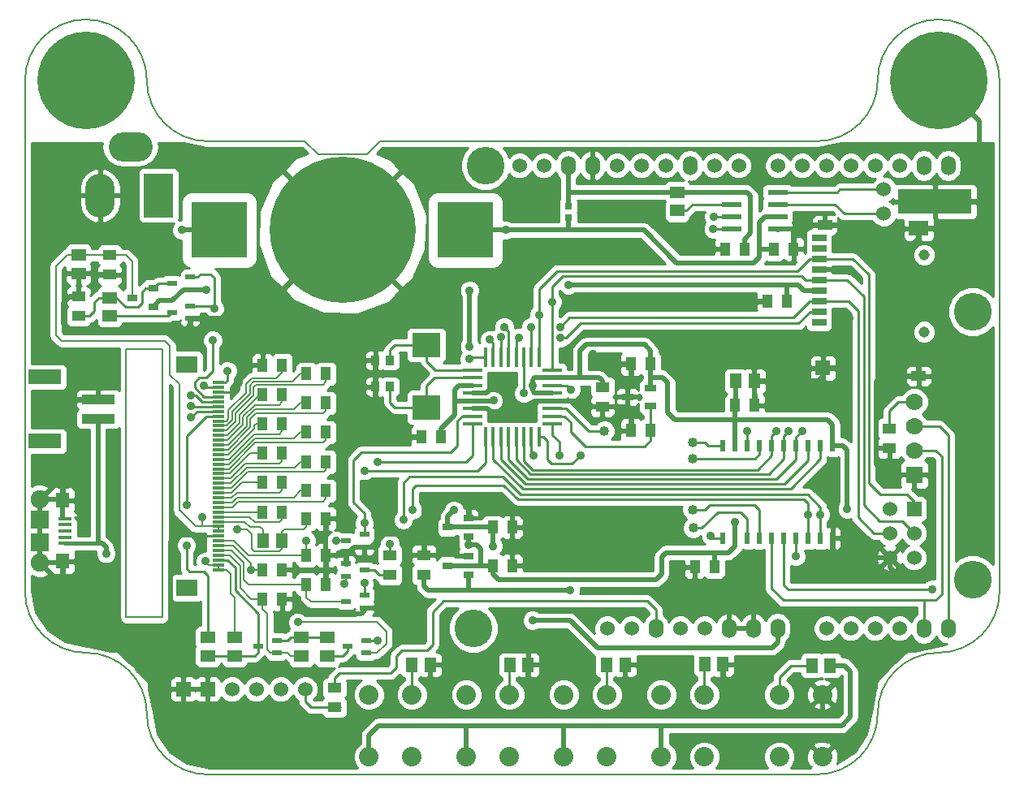
<source format=gbl>
G04 (created by PCBNEW (2013-mar-13)-testing) date Monday 15 April 2013 11:28:32 PM IST*
%MOIN*%
G04 Gerber Fmt 3.4, Leading zero omitted, Abs format*
%FSLAX34Y34*%
G01*
G70*
G90*
G04 APERTURE LIST*
%ADD10C,0.006*%
%ADD11C,0.005*%
%ADD12R,0.0394X0.0236*%
%ADD13R,0.0394X0.0315*%
%ADD14R,0.042X0.056*%
%ADD15R,0.056X0.042*%
%ADD16R,0.059X0.0512*%
%ADD17R,0.0512X0.059*%
%ADD18R,0.0472X0.0315*%
%ADD19C,0.04*%
%ADD20R,0.06X0.06*%
%ADD21C,0.06*%
%ADD22R,0.0787X0.0177*%
%ADD23R,0.0177X0.0787*%
%ADD24C,0.4*%
%ADD25C,0.07*%
%ADD26R,0.07X0.07*%
%ADD27O,0.06X0.08*%
%ADD28C,0.155*%
%ADD29C,0.08*%
%ADD30R,0.054X0.016*%
%ADD31R,0.056X0.063*%
%ADD32R,0.075X0.075*%
%ADD33C,0.075*%
%ADD34R,0.03X0.03*%
%ADD35R,0.08X0.024*%
%ADD36R,0.06X0.03*%
%ADD37R,0.06X0.04*%
%ADD38R,0.08X0.06*%
%ADD39C,0.045*%
%ADD40R,0.0354X0.0394*%
%ADD41R,0.11811X0.0984252*%
%ADD42O,0.12X0.18*%
%ADD43R,0.12X0.18*%
%ADD44O,0.18X0.12*%
%ADD45R,0.3X0.1*%
%ADD46R,0.02X0.05*%
%ADD47R,0.225X0.225*%
%ADD48C,0.6*%
%ADD49R,0.1337X0.059*%
%ADD50R,0.1377X0.0392*%
%ADD51R,0.0866142X0.0708661*%
%ADD52R,0.0511811X0.011811*%
%ADD53C,0.035*%
%ADD54C,0.01*%
%ADD55C,0.02*%
%ADD56C,0.008*%
%ADD57C,0.015*%
G04 APERTURE END LIST*
G54D10*
G54D11*
X21475Y-19000D02*
X17500Y-19000D01*
X24575Y-19000D02*
X42500Y-19000D01*
X24025Y-19550D02*
X24575Y-19000D01*
X23025Y-19550D02*
X24025Y-19550D01*
X22025Y-19550D02*
X21475Y-19000D01*
X23025Y-19550D02*
X22025Y-19550D01*
X47500Y-40000D02*
G75*
G03X50000Y-37500I0J2500D01*
G74*
G01*
X42500Y-45000D02*
G75*
G03X45000Y-42500I0J2500D01*
G74*
G01*
X47500Y-40000D02*
G75*
G03X45000Y-42500I0J-2500D01*
G74*
G01*
X15000Y-42500D02*
G75*
G03X17500Y-45000I2500J0D01*
G74*
G01*
X10000Y-37500D02*
G75*
G03X12500Y-40000I2500J0D01*
G74*
G01*
X15000Y-42500D02*
G75*
G03X12500Y-40000I-2500J0D01*
G74*
G01*
X42500Y-19000D02*
G75*
G03X45000Y-16500I0J2500D01*
G74*
G01*
X50000Y-16500D02*
G75*
G03X47500Y-14000I-2500J0D01*
G74*
G01*
X47500Y-14000D02*
G75*
G03X45000Y-16500I0J-2500D01*
G74*
G01*
X15000Y-16500D02*
G75*
G03X17500Y-19000I2500J0D01*
G74*
G01*
X15000Y-16500D02*
G75*
G03X12500Y-14000I-2500J0D01*
G74*
G01*
X12500Y-14000D02*
G75*
G03X10000Y-16500I0J-2500D01*
G74*
G01*
X14150Y-38550D02*
X15650Y-38550D01*
X14150Y-27550D02*
X14150Y-38550D01*
X15650Y-27550D02*
X14150Y-27550D01*
X15650Y-38550D02*
X15650Y-27550D01*
X42500Y-45000D02*
X17500Y-45000D01*
X10000Y-37500D02*
X10000Y-16500D01*
X50000Y-16500D02*
X50000Y-37500D01*
G54D12*
X23924Y-38156D03*
X23924Y-37644D03*
X23176Y-37900D03*
X16774Y-26281D03*
X16774Y-25769D03*
X16026Y-26025D03*
X23924Y-35656D03*
X23924Y-35144D03*
X23176Y-35400D03*
X20324Y-40006D03*
X20324Y-39494D03*
X19576Y-39750D03*
X23176Y-36344D03*
X23176Y-36856D03*
X23924Y-36600D03*
X23999Y-40006D03*
X23999Y-39494D03*
X23251Y-39750D03*
X16774Y-25096D03*
X16774Y-24584D03*
X16026Y-24840D03*
G54D13*
X14392Y-25425D03*
X15258Y-25800D03*
X15258Y-25050D03*
G54D14*
X41275Y-25575D03*
X40475Y-25575D03*
X29200Y-34850D03*
X30000Y-34850D03*
X19750Y-34225D03*
X20550Y-34225D03*
X21550Y-30950D03*
X22350Y-30950D03*
X19750Y-33000D03*
X20550Y-33000D03*
X21550Y-32175D03*
X22350Y-32175D03*
X19750Y-28200D03*
X20550Y-28200D03*
X21550Y-29750D03*
X22350Y-29750D03*
X19750Y-30600D03*
X20550Y-30600D03*
X21550Y-28550D03*
X22350Y-28550D03*
X21550Y-33350D03*
X22350Y-33350D03*
X21550Y-37200D03*
X22350Y-37200D03*
X19750Y-31800D03*
X20550Y-31800D03*
X21550Y-36000D03*
X22350Y-36000D03*
X34875Y-28150D03*
X35675Y-28150D03*
X22350Y-34500D03*
X21550Y-34500D03*
X19750Y-36600D03*
X20550Y-36600D03*
X19750Y-37800D03*
X20550Y-37800D03*
X19750Y-29400D03*
X20550Y-29400D03*
G54D15*
X26375Y-36800D03*
X26375Y-36000D03*
G54D16*
X13475Y-26175D03*
X13475Y-25425D03*
X22400Y-39375D03*
X22400Y-40125D03*
X18600Y-40125D03*
X18600Y-39375D03*
G54D17*
X19775Y-35400D03*
X20525Y-35400D03*
G54D16*
X17500Y-39375D03*
X17500Y-40125D03*
X21350Y-39375D03*
X21350Y-40125D03*
G54D17*
X39925Y-28850D03*
X39175Y-28850D03*
G54D16*
X12200Y-23675D03*
X12200Y-24425D03*
G54D15*
X24975Y-36800D03*
X24975Y-36000D03*
G54D14*
X39150Y-29850D03*
X39950Y-29850D03*
X38300Y-36475D03*
X37500Y-36475D03*
G54D15*
X13475Y-24475D03*
X13475Y-23675D03*
G54D14*
X35675Y-30875D03*
X34875Y-30875D03*
X27075Y-31150D03*
X26275Y-31150D03*
G54D15*
X12200Y-25375D03*
X12200Y-26175D03*
X33700Y-29900D03*
X33700Y-29100D03*
G54D18*
X35675Y-29125D03*
X34725Y-29500D03*
X35675Y-29875D03*
G54D17*
X34625Y-40500D03*
X33875Y-40500D03*
X38650Y-40475D03*
X37900Y-40475D03*
X30650Y-40500D03*
X29900Y-40500D03*
X42300Y-40525D03*
X43050Y-40525D03*
G54D19*
X37400Y-32025D03*
X33775Y-30900D03*
G54D20*
X16500Y-41500D03*
X17500Y-41500D03*
G54D21*
X18500Y-41500D03*
X19500Y-41500D03*
X20500Y-41500D03*
X21500Y-41500D03*
G54D15*
X22700Y-41450D03*
X22700Y-42250D03*
G54D22*
X28366Y-28398D03*
X28366Y-28713D03*
X28366Y-29028D03*
X28366Y-29343D03*
X28366Y-29657D03*
X28366Y-29972D03*
X28366Y-30287D03*
X28366Y-30602D03*
X31634Y-30602D03*
X31634Y-28398D03*
X31634Y-28713D03*
X31634Y-29028D03*
X31634Y-29343D03*
X31634Y-29657D03*
X31634Y-29972D03*
X31634Y-30287D03*
G54D23*
X28898Y-31134D03*
X29213Y-31134D03*
X29528Y-31134D03*
X29843Y-31134D03*
X30157Y-31134D03*
X30472Y-31134D03*
X30787Y-31134D03*
X31102Y-31134D03*
X28898Y-27866D03*
X29213Y-27866D03*
X29528Y-27866D03*
X29843Y-27866D03*
X30157Y-27866D03*
X30472Y-27866D03*
X30787Y-27866D03*
X31102Y-27866D03*
G54D24*
X12500Y-16500D03*
G54D25*
X46500Y-29700D03*
X46500Y-30700D03*
X46500Y-31700D03*
G54D26*
X46500Y-32700D03*
G54D19*
X37400Y-31375D03*
X37425Y-34875D03*
X37400Y-34125D03*
G54D24*
X47500Y-16500D03*
G54D27*
X47900Y-39000D03*
X46900Y-39000D03*
G54D21*
X45900Y-39000D03*
X42900Y-39000D03*
X43900Y-39000D03*
X44900Y-39000D03*
G54D27*
X40900Y-39000D03*
X39900Y-39000D03*
X38900Y-39000D03*
G54D21*
X36900Y-39000D03*
G54D27*
X35900Y-39000D03*
X47900Y-20000D03*
X46900Y-20000D03*
G54D21*
X45900Y-20000D03*
X44900Y-20000D03*
X43900Y-20000D03*
X42900Y-20000D03*
X41900Y-20000D03*
X40900Y-20000D03*
X39300Y-20000D03*
X38300Y-20000D03*
G54D27*
X37300Y-20000D03*
G54D21*
X36300Y-20000D03*
X35300Y-20000D03*
X34300Y-20000D03*
G54D27*
X33300Y-20000D03*
X32300Y-20000D03*
G54D21*
X37900Y-39000D03*
G54D28*
X48900Y-37000D03*
X48900Y-26000D03*
X28900Y-20000D03*
X28400Y-39000D03*
G54D21*
X34900Y-39000D03*
X31300Y-20000D03*
X30300Y-20000D03*
X33900Y-39000D03*
G54D13*
X27342Y-36425D03*
X28208Y-36800D03*
X28208Y-36050D03*
G54D16*
X36775Y-21850D03*
X36775Y-21100D03*
G54D14*
X40750Y-23425D03*
X41550Y-23425D03*
G54D29*
X42735Y-44279D03*
X40964Y-41720D03*
X40964Y-44279D03*
X42735Y-41720D03*
X29885Y-44279D03*
X28114Y-41720D03*
X28114Y-44279D03*
X29885Y-41720D03*
X37885Y-44279D03*
X36114Y-41720D03*
X36114Y-44279D03*
X37885Y-41720D03*
X33885Y-44279D03*
X32114Y-41720D03*
X32114Y-44279D03*
X33885Y-41720D03*
G54D21*
X45500Y-36100D03*
X46500Y-36100D03*
X45500Y-35100D03*
X46500Y-35100D03*
X45500Y-34100D03*
G54D20*
X46500Y-34100D03*
G54D29*
X25885Y-44279D03*
X24114Y-41720D03*
X24114Y-44279D03*
X25885Y-41720D03*
G54D17*
X26625Y-40500D03*
X25875Y-40500D03*
G54D14*
X39525Y-23425D03*
X38725Y-23425D03*
G54D15*
X45475Y-30800D03*
X45475Y-31600D03*
G54D30*
X11650Y-35000D03*
X11650Y-34744D03*
X11650Y-34488D03*
X11650Y-35256D03*
X11650Y-35512D03*
G54D31*
X11550Y-36250D03*
X11550Y-33750D03*
G54D32*
X10600Y-35475D03*
X10600Y-34525D03*
G54D33*
X10600Y-36300D03*
X10600Y-33700D03*
G54D13*
X27342Y-34850D03*
X28208Y-35225D03*
X28208Y-34475D03*
G54D14*
X29200Y-36425D03*
X30000Y-36425D03*
G54D34*
X32300Y-21675D03*
X32300Y-22150D03*
G54D35*
X39000Y-21100D03*
X40900Y-21100D03*
X39000Y-21600D03*
X39000Y-22100D03*
X39000Y-22600D03*
X40900Y-21600D03*
X40900Y-22100D03*
X40900Y-22600D03*
G54D36*
X42600Y-24700D03*
X42600Y-24267D03*
X42600Y-23834D03*
X42600Y-23401D03*
X42600Y-22968D03*
X42600Y-25133D03*
X42600Y-25566D03*
X42600Y-25999D03*
X42600Y-26432D03*
G54D37*
X42836Y-22438D03*
G54D38*
X46684Y-22574D03*
G54D37*
X46684Y-28637D03*
G54D20*
X42754Y-28315D03*
G54D39*
X46900Y-23675D03*
X46900Y-26825D03*
G54D40*
X24379Y-29075D03*
X24971Y-29075D03*
X24379Y-28000D03*
X24971Y-28000D03*
G54D41*
X26475Y-27375D03*
X26475Y-29925D03*
G54D42*
X13075Y-21225D03*
G54D43*
X15475Y-21225D03*
G54D44*
X14325Y-19225D03*
G54D21*
X45250Y-20975D03*
X45250Y-21975D03*
G54D45*
X47350Y-21475D03*
G54D46*
X43150Y-35300D03*
X42650Y-35300D03*
X42150Y-35300D03*
X41650Y-35300D03*
X41150Y-35300D03*
X40650Y-35300D03*
X40150Y-35300D03*
X39650Y-35300D03*
X39150Y-35300D03*
X38650Y-35300D03*
X38650Y-31500D03*
X39150Y-31500D03*
X39650Y-31500D03*
X40150Y-31500D03*
X40650Y-31500D03*
X41150Y-31500D03*
X41650Y-31500D03*
X42150Y-31500D03*
X42650Y-31500D03*
X43150Y-31500D03*
G54D47*
X28075Y-22650D03*
X17975Y-22650D03*
G54D48*
X23025Y-22650D03*
G54D49*
X10819Y-31318D03*
G54D50*
X13004Y-30393D03*
X13004Y-29607D03*
G54D49*
X10819Y-28682D03*
G54D51*
X16643Y-28163D03*
X16643Y-37336D03*
G54D52*
X17925Y-28911D03*
X17925Y-29108D03*
X17925Y-29305D03*
X17925Y-29501D03*
X17925Y-29698D03*
X17925Y-29895D03*
X17925Y-30092D03*
X17925Y-30289D03*
X17925Y-30486D03*
X17925Y-30683D03*
X17925Y-30879D03*
X17925Y-31076D03*
X17925Y-31273D03*
X17925Y-31470D03*
X17925Y-31667D03*
X17925Y-31864D03*
X17925Y-32061D03*
X17925Y-32257D03*
X17925Y-32454D03*
X17925Y-32651D03*
X17925Y-32848D03*
X17925Y-33045D03*
X17925Y-33242D03*
X17925Y-33438D03*
X17925Y-33635D03*
X17925Y-33832D03*
X17925Y-34029D03*
X17925Y-34226D03*
X17925Y-34423D03*
X17925Y-34620D03*
X17925Y-34816D03*
X17925Y-35013D03*
X17925Y-35210D03*
X17925Y-35407D03*
X17925Y-35604D03*
X17925Y-35801D03*
X17925Y-35998D03*
X17925Y-36194D03*
X17925Y-36391D03*
X17925Y-36588D03*
G54D53*
X29675Y-26625D03*
X18300Y-28425D03*
X29075Y-27150D03*
X16800Y-30350D03*
X17425Y-25100D03*
X32375Y-37450D03*
X32300Y-24900D03*
X29225Y-29650D03*
X30825Y-29025D03*
X43750Y-34100D03*
X39650Y-30900D03*
X16425Y-22650D03*
X29725Y-22650D03*
X24475Y-32175D03*
X24475Y-39500D03*
X17350Y-29025D03*
X29525Y-27050D03*
X23925Y-34675D03*
X23925Y-37150D03*
X31925Y-31900D03*
X32400Y-29200D03*
X23925Y-32525D03*
X17775Y-25875D03*
X24975Y-35525D03*
X28225Y-27950D03*
X41650Y-36050D03*
X41900Y-30900D03*
X25525Y-34550D03*
X42650Y-34325D03*
X47225Y-37400D03*
X38275Y-22100D03*
X41350Y-30900D03*
X38250Y-22600D03*
X40850Y-30900D03*
X31975Y-27075D03*
X30275Y-27075D03*
X32800Y-31900D03*
X31640Y-25600D03*
X17700Y-27175D03*
X31100Y-26120D03*
X16800Y-29875D03*
X30780Y-26620D03*
X31975Y-26625D03*
X16800Y-29425D03*
X38150Y-35200D03*
X30475Y-29350D03*
X42150Y-34325D03*
X25900Y-34150D03*
X30875Y-31900D03*
X39150Y-34650D03*
X28200Y-35575D03*
X13325Y-35925D03*
X17275Y-34425D03*
X21200Y-38750D03*
X18700Y-34950D03*
X17400Y-36250D03*
X22775Y-35400D03*
X21550Y-35400D03*
X19275Y-36600D03*
X23100Y-37175D03*
X28250Y-25125D03*
X28250Y-27425D03*
X27600Y-34150D03*
X30825Y-38675D03*
X29200Y-35625D03*
X16775Y-26650D03*
X13000Y-28950D03*
X33300Y-25575D03*
X33300Y-22000D03*
X43850Y-24325D03*
X39925Y-27975D03*
X43850Y-26275D03*
X46350Y-26300D03*
X33300Y-27750D03*
X16625Y-35600D03*
X16625Y-33925D03*
G54D54*
X17925Y-28911D02*
X18213Y-28911D01*
X29843Y-26793D02*
X29843Y-27866D01*
X29675Y-26625D02*
X29843Y-26793D01*
X18300Y-28825D02*
X18300Y-28425D01*
X18213Y-28911D02*
X18300Y-28825D01*
X17925Y-30092D02*
X17057Y-30092D01*
X29213Y-27288D02*
X29213Y-27866D01*
X29075Y-27150D02*
X29213Y-27288D01*
X17057Y-30092D02*
X16800Y-30350D01*
G54D55*
X28208Y-37450D02*
X28200Y-37450D01*
X28208Y-36800D02*
X28208Y-37450D01*
X28200Y-37450D02*
X26550Y-37450D01*
X26375Y-37275D02*
X26375Y-36800D01*
X26550Y-37450D02*
X26375Y-37275D01*
X28675Y-37450D02*
X28200Y-37450D01*
X28775Y-37450D02*
X28675Y-37450D01*
X28775Y-37450D02*
X32375Y-37450D01*
X17425Y-25100D02*
X16778Y-25100D01*
X16778Y-25100D02*
X16774Y-25096D01*
X24114Y-44279D02*
X24114Y-43385D01*
X24114Y-43385D02*
X24500Y-43000D01*
X28114Y-44279D02*
X28114Y-43000D01*
X28114Y-43000D02*
X28125Y-43000D01*
X32114Y-44279D02*
X32114Y-43000D01*
X32114Y-43000D02*
X32100Y-43000D01*
X36114Y-44279D02*
X36114Y-43000D01*
X36114Y-43000D02*
X36125Y-43000D01*
X35675Y-28700D02*
X36175Y-28700D01*
X36675Y-30425D02*
X39150Y-30425D01*
X36375Y-30125D02*
X36675Y-30425D01*
X36375Y-28900D02*
X36375Y-30125D01*
X36175Y-28700D02*
X36375Y-28900D01*
X27650Y-29657D02*
X27650Y-30225D01*
X27075Y-30800D02*
X27075Y-31150D01*
X27650Y-30225D02*
X27075Y-30800D01*
X32300Y-21100D02*
X36775Y-21100D01*
X32300Y-21675D02*
X32300Y-21100D01*
X32300Y-21100D02*
X32300Y-20000D01*
X41275Y-25575D02*
X41275Y-24900D01*
X42600Y-25133D02*
X41958Y-25133D01*
X41275Y-24900D02*
X32300Y-24900D01*
X41725Y-24900D02*
X41275Y-24900D01*
X41958Y-25133D02*
X41725Y-24900D01*
X43750Y-34100D02*
X43750Y-31675D01*
X43750Y-31675D02*
X43575Y-31500D01*
X39000Y-21100D02*
X39625Y-21100D01*
X39625Y-21100D02*
X39775Y-21250D01*
X39775Y-21250D02*
X39775Y-22775D01*
X39775Y-22775D02*
X39525Y-23025D01*
X39525Y-23025D02*
X39525Y-23425D01*
X32100Y-43000D02*
X36125Y-43000D01*
X36125Y-43000D02*
X43525Y-43000D01*
X43525Y-43000D02*
X43875Y-42650D01*
X43875Y-42650D02*
X43875Y-40775D01*
X43875Y-40775D02*
X43625Y-40525D01*
X43625Y-40525D02*
X43050Y-40525D01*
X28125Y-43000D02*
X32100Y-43000D01*
X24500Y-43000D02*
X28125Y-43000D01*
X43575Y-31500D02*
X43150Y-31500D01*
X39000Y-21100D02*
X36775Y-21100D01*
X32775Y-28713D02*
X33563Y-28713D01*
X33700Y-28850D02*
X33700Y-29100D01*
X33563Y-28713D02*
X33700Y-28850D01*
X16774Y-25096D02*
X16504Y-25096D01*
X16504Y-25096D02*
X16050Y-25550D01*
X16050Y-25550D02*
X15508Y-25550D01*
X15508Y-25550D02*
X15258Y-25800D01*
X35675Y-28150D02*
X35675Y-27600D01*
X32775Y-27600D02*
X32775Y-28713D01*
X33025Y-27350D02*
X32775Y-27600D01*
X35425Y-27350D02*
X33025Y-27350D01*
X35675Y-27600D02*
X35425Y-27350D01*
X43150Y-31500D02*
X43150Y-30625D01*
X42950Y-30425D02*
X39150Y-30425D01*
X43150Y-30625D02*
X42950Y-30425D01*
X39150Y-31500D02*
X39150Y-30425D01*
X39150Y-30425D02*
X39150Y-29850D01*
X31634Y-29343D02*
X30918Y-29343D01*
X30825Y-29250D02*
X30825Y-29025D01*
X30918Y-29343D02*
X30825Y-29250D01*
X31634Y-28713D02*
X30912Y-28713D01*
X30825Y-28800D02*
X30825Y-29025D01*
X30912Y-28713D02*
X30825Y-28800D01*
X28366Y-29657D02*
X29218Y-29657D01*
X29218Y-29657D02*
X29225Y-29650D01*
X35675Y-28150D02*
X35675Y-28700D01*
X35675Y-28700D02*
X35675Y-29125D01*
X31634Y-28713D02*
X32775Y-28713D01*
X39175Y-28850D02*
X39175Y-29825D01*
X39175Y-29825D02*
X39150Y-29850D01*
X28366Y-29657D02*
X27650Y-29657D01*
X28366Y-29028D02*
X27822Y-29028D01*
X27650Y-29200D02*
X27650Y-29657D01*
X27822Y-29028D02*
X27650Y-29200D01*
G54D54*
X39650Y-35300D02*
X39650Y-34500D01*
X37775Y-34875D02*
X37425Y-34875D01*
X38425Y-34225D02*
X37775Y-34875D01*
X39375Y-34225D02*
X38425Y-34225D01*
X39650Y-34500D02*
X39375Y-34225D01*
X33775Y-30900D02*
X33150Y-30900D01*
X32222Y-29972D02*
X33150Y-30900D01*
X32222Y-29972D02*
X31634Y-29972D01*
X39650Y-30900D02*
X39650Y-31500D01*
G54D55*
X17975Y-22650D02*
X16425Y-22650D01*
X32300Y-22150D02*
X32300Y-22650D01*
X40125Y-23425D02*
X40125Y-23775D01*
X36750Y-24000D02*
X35400Y-22650D01*
X39900Y-24000D02*
X36750Y-24000D01*
X40125Y-23775D02*
X39900Y-24000D01*
X32300Y-22650D02*
X35400Y-22650D01*
X40900Y-22100D02*
X40375Y-22100D01*
X40375Y-22100D02*
X40125Y-22350D01*
X40125Y-22350D02*
X40125Y-23425D01*
X29725Y-22650D02*
X32300Y-22650D01*
X40125Y-23425D02*
X40750Y-23425D01*
X29725Y-22650D02*
X28075Y-22650D01*
G54D54*
X19576Y-39750D02*
X19576Y-38401D01*
X19576Y-38401D02*
X18625Y-37450D01*
X19576Y-39750D02*
X19576Y-39974D01*
X19576Y-39974D02*
X19425Y-40125D01*
X17925Y-36194D02*
X18319Y-36194D01*
X18319Y-36194D02*
X18625Y-36500D01*
X18625Y-36500D02*
X18625Y-37450D01*
X18600Y-40125D02*
X19425Y-40125D01*
X18600Y-40125D02*
X17500Y-40125D01*
X28366Y-30602D02*
X28366Y-31909D01*
X28100Y-32175D02*
X24475Y-32175D01*
X28366Y-31909D02*
X28100Y-32175D01*
X24469Y-39494D02*
X23999Y-39494D01*
X24475Y-39500D02*
X24469Y-39494D01*
X17925Y-29108D02*
X17433Y-29108D01*
X17433Y-29108D02*
X17350Y-29025D01*
X29528Y-27053D02*
X29528Y-27866D01*
X29525Y-27050D02*
X29528Y-27053D01*
G54D56*
X17925Y-34226D02*
X19748Y-34226D01*
X19748Y-34226D02*
X19750Y-34225D01*
X17925Y-34423D02*
X19223Y-34423D01*
X19223Y-34423D02*
X19450Y-34650D01*
X19450Y-34650D02*
X20450Y-34650D01*
X20550Y-34550D02*
X20550Y-34225D01*
X20450Y-34650D02*
X20550Y-34550D01*
X18700Y-33625D02*
X21025Y-33625D01*
X21025Y-33625D02*
X21300Y-33350D01*
X21300Y-33350D02*
X21550Y-33350D01*
X17925Y-33832D02*
X18492Y-33832D01*
X18492Y-33832D02*
X18700Y-33625D01*
X18750Y-33800D02*
X22225Y-33800D01*
X22350Y-33675D02*
X22350Y-33350D01*
X22225Y-33800D02*
X22350Y-33675D01*
X17925Y-34029D02*
X18520Y-34029D01*
X18520Y-34029D02*
X18750Y-33800D01*
X19750Y-33000D02*
X18900Y-33000D01*
X18461Y-33438D02*
X17925Y-33438D01*
X18900Y-33000D02*
X18461Y-33438D01*
X18700Y-33425D02*
X20450Y-33425D01*
X20550Y-33325D02*
X20550Y-33000D01*
X20450Y-33425D02*
X20550Y-33325D01*
X17925Y-33635D02*
X18489Y-33635D01*
X18489Y-33635D02*
X18700Y-33425D01*
X17925Y-33045D02*
X18454Y-33045D01*
X18454Y-33045D02*
X19100Y-32400D01*
X19100Y-32400D02*
X21075Y-32400D01*
X21550Y-32175D02*
X21300Y-32175D01*
X21075Y-32400D02*
X21300Y-32175D01*
X17925Y-33242D02*
X18457Y-33242D01*
X18457Y-33242D02*
X19125Y-32575D01*
X19125Y-32575D02*
X22275Y-32575D01*
X22350Y-32500D02*
X22350Y-32175D01*
X22275Y-32575D02*
X22350Y-32500D01*
X17925Y-32651D02*
X18398Y-32651D01*
X19250Y-31800D02*
X19750Y-31800D01*
X18398Y-32651D02*
X19250Y-31800D01*
X19050Y-32225D02*
X20450Y-32225D01*
X20550Y-32125D02*
X20550Y-31800D01*
X20450Y-32225D02*
X20550Y-32125D01*
X17925Y-32848D02*
X18426Y-32848D01*
X18426Y-32848D02*
X19050Y-32225D01*
X17925Y-32257D02*
X18367Y-32257D01*
X19425Y-31200D02*
X21050Y-31200D01*
X18367Y-32257D02*
X19425Y-31200D01*
X21050Y-31200D02*
X21300Y-30950D01*
X21300Y-30950D02*
X21550Y-30950D01*
X17925Y-32454D02*
X18370Y-32454D01*
X18370Y-32454D02*
X19450Y-31375D01*
X19450Y-31375D02*
X22250Y-31375D01*
X22350Y-31275D02*
X22350Y-30950D01*
X22250Y-31375D02*
X22350Y-31275D01*
X17925Y-31864D02*
X18335Y-31864D01*
X18335Y-31864D02*
X19400Y-30800D01*
X19475Y-30600D02*
X19750Y-30600D01*
X19400Y-30675D02*
X19475Y-30600D01*
X19400Y-30800D02*
X19400Y-30675D01*
X17925Y-32061D02*
X18363Y-32061D01*
X19400Y-31025D02*
X20425Y-31025D01*
X18363Y-32061D02*
X19400Y-31025D01*
X20425Y-31025D02*
X20550Y-30900D01*
X20550Y-30900D02*
X20550Y-30600D01*
X17925Y-31470D02*
X18325Y-31470D01*
X19100Y-30350D02*
X19445Y-30004D01*
X19100Y-30695D02*
X19100Y-30350D01*
X18325Y-31470D02*
X19100Y-30695D01*
X19445Y-30004D02*
X21045Y-30004D01*
X21045Y-30004D02*
X21300Y-29750D01*
X21300Y-29750D02*
X21550Y-29750D01*
X17925Y-31667D02*
X18332Y-31667D01*
X18332Y-31667D02*
X19250Y-30750D01*
X19250Y-30400D02*
X19475Y-30175D01*
X19250Y-30750D02*
X19250Y-30400D01*
X19475Y-30175D02*
X22250Y-30175D01*
X22350Y-30075D02*
X22350Y-29750D01*
X22250Y-30175D02*
X22350Y-30075D01*
X19425Y-29825D02*
X20425Y-29825D01*
X20550Y-29700D02*
X20550Y-29400D01*
X20425Y-29825D02*
X20550Y-29700D01*
X17925Y-31273D02*
X18300Y-31273D01*
X18950Y-30300D02*
X19425Y-29825D01*
X18950Y-30623D02*
X18950Y-30300D01*
X18300Y-31273D02*
X18950Y-30623D01*
X19750Y-29400D02*
X19625Y-29400D01*
X19625Y-29400D02*
X18800Y-30225D01*
X17925Y-31076D02*
X18300Y-31076D01*
X18800Y-30576D02*
X18800Y-30225D01*
X18300Y-31076D02*
X18800Y-30576D01*
X17925Y-30879D02*
X18275Y-30879D01*
X19375Y-29100D02*
X19475Y-29000D01*
X19375Y-29450D02*
X19375Y-29100D01*
X18650Y-30175D02*
X19375Y-29450D01*
X18650Y-30504D02*
X18650Y-30175D01*
X18275Y-30879D02*
X18650Y-30504D01*
X19475Y-29000D02*
X22225Y-29000D01*
X22350Y-28875D02*
X22350Y-28550D01*
X22225Y-29000D02*
X22350Y-28875D01*
X17925Y-30683D02*
X18266Y-30683D01*
X19225Y-29025D02*
X19375Y-28875D01*
X19225Y-29375D02*
X19225Y-29025D01*
X18500Y-30100D02*
X19225Y-29375D01*
X18500Y-30450D02*
X18500Y-30100D01*
X18266Y-30683D02*
X18500Y-30450D01*
X19375Y-28875D02*
X20975Y-28875D01*
X20975Y-28875D02*
X21300Y-28550D01*
X21300Y-28550D02*
X21550Y-28550D01*
G54D54*
X27750Y-30475D02*
X27750Y-31500D01*
X23800Y-31775D02*
X23475Y-32100D01*
X27475Y-31775D02*
X23800Y-31775D01*
X27750Y-31500D02*
X27475Y-31775D01*
X23475Y-32100D02*
X23475Y-33825D01*
X23475Y-33825D02*
X23925Y-34275D01*
X23925Y-34675D02*
X23925Y-34275D01*
X23924Y-37644D02*
X23924Y-37151D01*
X23924Y-34676D02*
X23924Y-35144D01*
X23925Y-34675D02*
X23924Y-34676D01*
X23924Y-37151D02*
X23925Y-37150D01*
X28366Y-30287D02*
X27938Y-30287D01*
X27938Y-30287D02*
X27750Y-30475D01*
X31925Y-31350D02*
X31925Y-31900D01*
X31634Y-31059D02*
X31925Y-31350D01*
X31634Y-31059D02*
X31634Y-30602D01*
X33885Y-41720D02*
X33885Y-40510D01*
X33885Y-40510D02*
X33875Y-40500D01*
X22925Y-42250D02*
X21750Y-42250D01*
X21500Y-42000D02*
X21500Y-41500D01*
X21750Y-42250D02*
X21500Y-42000D01*
X22925Y-42250D02*
X22700Y-42250D01*
X32228Y-29028D02*
X32400Y-29200D01*
X31634Y-29028D02*
X32228Y-29028D01*
X25885Y-41720D02*
X25885Y-40510D01*
X25885Y-40510D02*
X25875Y-40500D01*
X28898Y-31134D02*
X28898Y-32202D01*
X28575Y-32525D02*
X23925Y-32525D01*
X28898Y-32202D02*
X28575Y-32525D01*
X16774Y-25769D02*
X17669Y-25769D01*
X17669Y-25769D02*
X17775Y-25875D01*
X16774Y-24584D02*
X17076Y-24584D01*
X17620Y-24460D02*
X17775Y-24615D01*
X17200Y-24460D02*
X17620Y-24460D01*
X17076Y-24584D02*
X17200Y-24460D01*
X17775Y-25875D02*
X17775Y-24615D01*
X24975Y-35525D02*
X24975Y-36000D01*
X28898Y-27866D02*
X28309Y-27866D01*
X28309Y-27866D02*
X28225Y-27950D01*
X27175Y-37875D02*
X35525Y-37875D01*
X35900Y-38250D02*
X35900Y-39000D01*
X35525Y-37875D02*
X35900Y-38250D01*
X41650Y-36050D02*
X41650Y-35300D01*
X22900Y-40850D02*
X22700Y-41050D01*
X25000Y-40850D02*
X22900Y-40850D01*
X25250Y-40600D02*
X25000Y-40850D01*
X25250Y-40125D02*
X25250Y-40600D01*
X25475Y-39900D02*
X25250Y-40125D01*
X26500Y-39900D02*
X25475Y-39900D01*
X26725Y-39675D02*
X26500Y-39900D01*
X26725Y-38325D02*
X26725Y-39675D01*
X27175Y-37875D02*
X26725Y-38325D01*
X22700Y-41450D02*
X22700Y-41050D01*
X41650Y-31150D02*
X41900Y-30900D01*
X41650Y-31150D02*
X41650Y-31500D01*
X40964Y-41720D02*
X40964Y-41010D01*
X40964Y-41010D02*
X41450Y-40525D01*
X41450Y-40525D02*
X42300Y-40525D01*
X29843Y-31134D02*
X29843Y-32068D01*
X29843Y-32068D02*
X30650Y-32875D01*
X30650Y-32875D02*
X40850Y-32875D01*
X40850Y-32875D02*
X41650Y-32075D01*
X41650Y-32075D02*
X41650Y-31500D01*
X25525Y-34550D02*
X25525Y-33025D01*
X29600Y-32775D02*
X30325Y-33500D01*
X25775Y-32775D02*
X29600Y-32775D01*
X25525Y-33025D02*
X25775Y-32775D01*
X30325Y-33500D02*
X42125Y-33500D01*
X42125Y-33500D02*
X42650Y-34025D01*
X42650Y-34025D02*
X42650Y-35300D01*
X42650Y-35300D02*
X42650Y-34325D01*
X42150Y-31500D02*
X42150Y-32100D01*
X29528Y-32053D02*
X29528Y-31134D01*
X30550Y-33075D02*
X29528Y-32053D01*
X41175Y-33075D02*
X30550Y-33075D01*
X42150Y-32100D02*
X41175Y-33075D01*
X46500Y-30700D02*
X47525Y-30700D01*
X47525Y-30700D02*
X47900Y-31075D01*
X47225Y-37400D02*
X41325Y-37400D01*
X41325Y-37400D02*
X41150Y-37225D01*
X41150Y-37225D02*
X41150Y-35300D01*
X47900Y-39000D02*
X47900Y-31075D01*
X38275Y-22100D02*
X39000Y-22100D01*
X41150Y-31500D02*
X41150Y-31100D01*
X41150Y-31100D02*
X41350Y-30900D01*
X41150Y-31500D02*
X41150Y-32050D01*
X30157Y-32082D02*
X30157Y-31134D01*
X30750Y-32675D02*
X30157Y-32082D01*
X40525Y-32675D02*
X30750Y-32675D01*
X41150Y-32050D02*
X40525Y-32675D01*
X46500Y-31700D02*
X47375Y-31700D01*
X47375Y-31700D02*
X47625Y-31950D01*
X47625Y-31950D02*
X47625Y-37600D01*
X47375Y-37850D02*
X46900Y-37850D01*
X47625Y-37600D02*
X47375Y-37850D01*
X40650Y-35300D02*
X40650Y-37375D01*
X40650Y-37375D02*
X41125Y-37850D01*
X41125Y-37850D02*
X46900Y-37850D01*
X46900Y-39000D02*
X46900Y-37850D01*
X38250Y-22600D02*
X39000Y-22600D01*
X40650Y-31500D02*
X40650Y-31100D01*
X40650Y-31100D02*
X40850Y-30900D01*
X40650Y-31500D02*
X40650Y-31900D01*
X30472Y-32122D02*
X30472Y-31134D01*
X30837Y-32487D02*
X30472Y-32122D01*
X40062Y-32487D02*
X30837Y-32487D01*
X40650Y-31900D02*
X40062Y-32487D01*
X32800Y-26475D02*
X41750Y-26475D01*
X32800Y-26475D02*
X32200Y-27075D01*
X32200Y-27075D02*
X31975Y-27075D01*
X30275Y-27075D02*
X30157Y-27193D01*
X30157Y-27866D02*
X30157Y-27193D01*
X42226Y-25999D02*
X41750Y-26475D01*
X42226Y-25999D02*
X42600Y-25999D01*
X31425Y-31300D02*
X31425Y-32075D01*
X32450Y-32250D02*
X32800Y-31900D01*
X31600Y-32250D02*
X32450Y-32250D01*
X31425Y-32075D02*
X31600Y-32250D01*
X37885Y-41720D02*
X37885Y-40514D01*
X37885Y-40514D02*
X37900Y-40500D01*
X31102Y-31134D02*
X31259Y-31134D01*
X31259Y-31134D02*
X31425Y-31300D01*
X17925Y-29501D02*
X17351Y-29501D01*
X17351Y-29501D02*
X16962Y-29112D01*
X16962Y-29112D02*
X16962Y-28887D01*
X17700Y-28450D02*
X17700Y-27175D01*
X17450Y-28700D02*
X17700Y-28450D01*
X17150Y-28700D02*
X17450Y-28700D01*
X16962Y-28887D02*
X17150Y-28700D01*
X42600Y-24700D02*
X42050Y-24700D01*
X32075Y-24525D02*
X31640Y-24960D01*
X41875Y-24525D02*
X32075Y-24525D01*
X42050Y-24700D02*
X41875Y-24525D01*
X31640Y-24960D02*
X31640Y-25600D01*
X43750Y-24700D02*
X42600Y-24700D01*
X31634Y-28398D02*
X31634Y-25600D01*
X31634Y-25600D02*
X31640Y-25600D01*
X44425Y-25375D02*
X43750Y-24700D01*
X45075Y-34600D02*
X46000Y-34600D01*
X44425Y-33950D02*
X44425Y-25375D01*
X45075Y-34600D02*
X44425Y-33950D01*
X46000Y-34600D02*
X46500Y-35100D01*
X44625Y-33025D02*
X44625Y-24475D01*
X44625Y-24475D02*
X43984Y-23834D01*
X43984Y-23834D02*
X42600Y-23834D01*
X41700Y-24325D02*
X31850Y-24325D01*
X42600Y-23834D02*
X42191Y-23834D01*
X42191Y-23834D02*
X41700Y-24325D01*
X31102Y-25073D02*
X31102Y-26120D01*
X31850Y-24325D02*
X31102Y-25073D01*
X31100Y-26120D02*
X31102Y-26120D01*
X17925Y-29895D02*
X16820Y-29895D01*
X16820Y-29895D02*
X16800Y-29875D01*
X31102Y-27866D02*
X31102Y-26120D01*
X46500Y-34100D02*
X46500Y-33800D01*
X46200Y-33500D02*
X45100Y-33500D01*
X45100Y-33500D02*
X44625Y-33025D01*
X46500Y-33800D02*
X46200Y-33500D01*
X42600Y-25566D02*
X42209Y-25566D01*
X41525Y-26250D02*
X32350Y-26250D01*
X42209Y-25566D02*
X41525Y-26250D01*
X30787Y-27866D02*
X30787Y-26627D01*
X30787Y-26627D02*
X30780Y-26620D01*
X32350Y-26250D02*
X31975Y-26625D01*
X44850Y-35100D02*
X45500Y-35100D01*
X44200Y-34450D02*
X44850Y-35100D01*
X44200Y-25975D02*
X44200Y-34450D01*
X44200Y-25975D02*
X43791Y-25566D01*
X43791Y-25566D02*
X42600Y-25566D01*
X17925Y-29698D02*
X17273Y-29698D01*
X17000Y-29425D02*
X17273Y-29698D01*
X16800Y-29425D02*
X17000Y-29425D01*
X38650Y-35300D02*
X38250Y-35300D01*
X38250Y-35300D02*
X38150Y-35200D01*
X30475Y-29350D02*
X30472Y-29347D01*
X30472Y-29347D02*
X30472Y-27866D01*
X37400Y-31375D02*
X37900Y-31375D01*
X37900Y-31375D02*
X38025Y-31500D01*
X38025Y-31500D02*
X38650Y-31500D01*
X39000Y-21600D02*
X37400Y-21600D01*
X37150Y-21850D02*
X36775Y-21850D01*
X37400Y-21600D02*
X37150Y-21850D01*
X35425Y-31525D02*
X33000Y-31525D01*
X32400Y-30925D02*
X32400Y-30550D01*
X33000Y-31525D02*
X32400Y-30925D01*
X35675Y-30875D02*
X35675Y-31275D01*
X32137Y-30287D02*
X31634Y-30287D01*
X32400Y-30550D02*
X32137Y-30287D01*
X35675Y-31275D02*
X35425Y-31525D01*
X35675Y-30875D02*
X35675Y-29875D01*
X25900Y-34150D02*
X25900Y-33275D01*
X29650Y-33125D02*
X30225Y-33700D01*
X26050Y-33125D02*
X29650Y-33125D01*
X25900Y-33275D02*
X26050Y-33125D01*
X42150Y-33875D02*
X41975Y-33700D01*
X42150Y-34325D02*
X42150Y-33875D01*
X41975Y-33700D02*
X30225Y-33700D01*
X42150Y-35300D02*
X42150Y-34325D01*
X29213Y-31134D02*
X29213Y-32063D01*
X42650Y-32050D02*
X42650Y-31500D01*
X41425Y-33275D02*
X42650Y-32050D01*
X30425Y-33275D02*
X41425Y-33275D01*
X29213Y-32063D02*
X30425Y-33275D01*
X29885Y-41720D02*
X29885Y-40514D01*
X29885Y-40514D02*
X29900Y-40500D01*
X30787Y-31134D02*
X30787Y-31812D01*
X30787Y-31812D02*
X30875Y-31900D01*
G54D55*
X27342Y-36425D02*
X29200Y-36425D01*
X28200Y-35575D02*
X28550Y-35575D01*
X28550Y-35575D02*
X28700Y-35725D01*
X28700Y-35725D02*
X28700Y-36350D01*
X28700Y-36350D02*
X28775Y-36425D01*
X28775Y-36425D02*
X29200Y-36425D01*
G54D57*
X11650Y-35512D02*
X13004Y-35512D01*
G54D55*
X29200Y-36425D02*
X29200Y-36775D01*
X29200Y-36775D02*
X29425Y-37000D01*
X38300Y-35900D02*
X36300Y-35900D01*
X36125Y-36775D02*
X35900Y-37000D01*
X36125Y-36075D02*
X36125Y-36775D01*
X36300Y-35900D02*
X36125Y-36075D01*
X29425Y-37000D02*
X35900Y-37000D01*
X39150Y-35300D02*
X39150Y-34650D01*
X38300Y-36475D02*
X38300Y-35900D01*
X38875Y-35900D02*
X38300Y-35900D01*
X38875Y-35900D02*
X39150Y-35625D01*
X39150Y-35625D02*
X39150Y-35300D01*
G54D54*
X46500Y-29700D02*
X45850Y-29700D01*
X45475Y-30075D02*
X45475Y-30800D01*
X45850Y-29700D02*
X45475Y-30075D01*
G54D55*
X13004Y-30393D02*
X13004Y-35512D01*
X13004Y-35512D02*
X13000Y-35508D01*
X13000Y-35508D02*
X13000Y-35512D01*
G54D54*
X11650Y-35512D02*
X13000Y-35512D01*
G54D55*
X13000Y-35512D02*
X13162Y-35512D01*
X13162Y-35512D02*
X13325Y-35675D01*
X13325Y-35675D02*
X13325Y-35925D01*
X28208Y-35225D02*
X28208Y-35567D01*
X28208Y-35567D02*
X28200Y-35575D01*
G54D56*
X16325Y-34150D02*
X16325Y-28975D01*
X15950Y-27400D02*
X15950Y-28600D01*
X11260Y-26960D02*
X11260Y-24140D01*
X11500Y-27200D02*
X11260Y-26960D01*
X15950Y-27400D02*
X15750Y-27200D01*
X11260Y-24140D02*
X11725Y-23675D01*
X12200Y-23675D02*
X11725Y-23675D01*
X15750Y-27200D02*
X11500Y-27200D01*
X15950Y-28600D02*
X16325Y-28975D01*
X23999Y-40006D02*
X24444Y-40006D01*
X24425Y-38750D02*
X21200Y-38750D01*
X24825Y-39150D02*
X24425Y-38750D01*
X24825Y-39625D02*
X24825Y-39150D01*
X24444Y-40006D02*
X24825Y-39625D01*
X17275Y-34425D02*
X17275Y-34816D01*
X14392Y-25425D02*
X14392Y-23942D01*
X14125Y-23675D02*
X13475Y-23675D01*
X14392Y-23942D02*
X14125Y-23675D01*
X16991Y-34816D02*
X16325Y-34150D01*
X16991Y-34816D02*
X17275Y-34816D01*
X17275Y-34816D02*
X17925Y-34816D01*
X12200Y-23675D02*
X13475Y-23675D01*
X17925Y-34816D02*
X17925Y-35013D01*
X19300Y-28750D02*
X20300Y-28750D01*
X20550Y-28500D02*
X20550Y-28200D01*
X20300Y-28750D02*
X20550Y-28500D01*
X17925Y-30486D02*
X18263Y-30486D01*
X19075Y-28975D02*
X19300Y-28750D01*
X19075Y-29325D02*
X19075Y-28975D01*
X18350Y-30050D02*
X19075Y-29325D01*
X18350Y-30400D02*
X18350Y-30050D01*
X18263Y-30486D02*
X18350Y-30400D01*
X18429Y-36754D02*
X18429Y-37554D01*
X18600Y-37725D02*
X18600Y-39375D01*
X18429Y-37554D02*
X18600Y-37725D01*
X17925Y-36588D02*
X18263Y-36588D01*
X18263Y-36588D02*
X18429Y-36754D01*
X19300Y-35150D02*
X19300Y-35750D01*
X19300Y-35750D02*
X19400Y-35850D01*
X18700Y-34950D02*
X19100Y-34950D01*
X19100Y-34950D02*
X19300Y-35150D01*
X20525Y-35400D02*
X20525Y-35050D01*
X20525Y-35050D02*
X20650Y-34925D01*
X20525Y-35400D02*
X20525Y-35750D01*
X20425Y-35850D02*
X19400Y-35850D01*
X20525Y-35750D02*
X20425Y-35850D01*
X20650Y-34925D02*
X21450Y-34925D01*
X21550Y-34825D02*
X21550Y-34500D01*
X21450Y-34925D02*
X21550Y-34825D01*
X17925Y-36391D02*
X17541Y-36391D01*
X17541Y-36391D02*
X17400Y-36250D01*
X17925Y-36391D02*
X17925Y-36588D01*
X17925Y-34620D02*
X19020Y-34620D01*
X19775Y-34950D02*
X19775Y-35400D01*
X19650Y-34825D02*
X19775Y-34950D01*
X19225Y-34825D02*
X19650Y-34825D01*
X19020Y-34620D02*
X19225Y-34825D01*
X17925Y-35801D02*
X18476Y-35801D01*
X18975Y-37000D02*
X19175Y-37200D01*
X18975Y-36300D02*
X18975Y-37000D01*
X18476Y-35801D02*
X18975Y-36300D01*
X21550Y-37200D02*
X21550Y-37725D01*
X21550Y-37725D02*
X21725Y-37900D01*
X23176Y-37900D02*
X21725Y-37900D01*
X21550Y-37200D02*
X19175Y-37200D01*
X20324Y-40006D02*
X20781Y-40006D01*
X20900Y-40125D02*
X21350Y-40125D01*
X20781Y-40006D02*
X20900Y-40125D01*
X20324Y-40006D02*
X20081Y-40006D01*
X19950Y-39875D02*
X19950Y-38400D01*
X20081Y-40006D02*
X19950Y-39875D01*
X17925Y-35998D02*
X18398Y-35998D01*
X18825Y-37350D02*
X19275Y-37800D01*
X18825Y-36425D02*
X18825Y-37350D01*
X18398Y-35998D02*
X18825Y-36425D01*
X19750Y-37800D02*
X19750Y-38200D01*
X19750Y-38200D02*
X19950Y-38400D01*
X19275Y-37800D02*
X19750Y-37800D01*
X21550Y-36000D02*
X19175Y-36000D01*
X17925Y-35407D02*
X18582Y-35407D01*
X18582Y-35407D02*
X19175Y-36000D01*
X21550Y-36000D02*
X21550Y-35400D01*
X22775Y-35400D02*
X23176Y-35400D01*
X17925Y-35604D02*
X18554Y-35604D01*
X19275Y-36325D02*
X19275Y-36600D01*
X18554Y-35604D02*
X19275Y-36325D01*
X23176Y-37099D02*
X23100Y-37175D01*
X23176Y-36856D02*
X23176Y-37099D01*
X19750Y-36600D02*
X19275Y-36600D01*
G54D55*
X30825Y-38675D02*
X32375Y-38675D01*
X27342Y-34850D02*
X27342Y-34408D01*
X28250Y-25125D02*
X28250Y-27425D01*
X27342Y-34408D02*
X27600Y-34150D01*
X40900Y-39000D02*
X40900Y-39575D01*
X33500Y-39800D02*
X32375Y-38675D01*
X40675Y-39800D02*
X33500Y-39800D01*
X40900Y-39575D02*
X40675Y-39800D01*
X29200Y-35625D02*
X29200Y-34850D01*
X27342Y-34850D02*
X29200Y-34850D01*
X26375Y-36000D02*
X25675Y-36000D01*
X25675Y-36000D02*
X25675Y-35150D01*
X26375Y-35600D02*
X26375Y-36000D01*
X26550Y-35425D02*
X26375Y-35600D01*
X27150Y-35425D02*
X26550Y-35425D01*
X27775Y-36050D02*
X27150Y-35425D01*
X28208Y-36050D02*
X27775Y-36050D01*
X25675Y-36800D02*
X25675Y-36000D01*
X25519Y-38156D02*
X23924Y-38156D01*
X25519Y-38156D02*
X25675Y-38000D01*
X25675Y-36800D02*
X25675Y-38000D01*
X24725Y-35150D02*
X25675Y-35150D01*
X24219Y-35656D02*
X24725Y-35150D01*
X25675Y-35150D02*
X25950Y-35150D01*
X25950Y-35150D02*
X26375Y-34725D01*
X26375Y-33925D02*
X26375Y-34725D01*
X16500Y-41500D02*
X16500Y-40975D01*
X16500Y-40975D02*
X15975Y-40450D01*
X11575Y-25625D02*
X11575Y-26500D01*
X16650Y-26775D02*
X16775Y-26650D01*
X11850Y-26775D02*
X16650Y-26775D01*
X11575Y-26500D02*
X11850Y-26775D01*
X13000Y-28950D02*
X13004Y-28954D01*
X13004Y-28954D02*
X13004Y-29607D01*
X31634Y-29657D02*
X33032Y-29657D01*
X33275Y-29900D02*
X33700Y-29900D01*
X33032Y-29657D02*
X33275Y-29900D01*
X23924Y-35656D02*
X24219Y-35656D01*
X18675Y-26281D02*
X19394Y-26281D01*
X19394Y-26281D02*
X23025Y-22650D01*
X15975Y-39200D02*
X15975Y-35450D01*
X15975Y-35450D02*
X16214Y-35210D01*
X15975Y-39200D02*
X14250Y-39200D01*
X11550Y-36825D02*
X11550Y-36250D01*
X11900Y-37175D02*
X11550Y-36825D01*
X13250Y-37175D02*
X11900Y-37175D01*
X13650Y-37575D02*
X13250Y-37175D01*
X13650Y-38600D02*
X13650Y-37575D01*
X14250Y-39200D02*
X13650Y-38600D01*
X28366Y-29972D02*
X28972Y-29972D01*
X29672Y-30100D02*
X29800Y-29972D01*
X29100Y-30100D02*
X29672Y-30100D01*
X28972Y-29972D02*
X29100Y-30100D01*
X28366Y-29343D02*
X28932Y-29343D01*
X29475Y-29150D02*
X29800Y-29475D01*
X29125Y-29150D02*
X29475Y-29150D01*
X28932Y-29343D02*
X29125Y-29150D01*
X37500Y-36475D02*
X37500Y-37450D01*
X38900Y-37800D02*
X38900Y-39000D01*
X38750Y-37650D02*
X38900Y-37800D01*
X37700Y-37650D02*
X38750Y-37650D01*
X37500Y-37450D02*
X37700Y-37650D01*
X46350Y-21475D02*
X49175Y-21475D01*
X24400Y-31150D02*
X23400Y-31150D01*
X23175Y-31375D02*
X23175Y-34350D01*
X23400Y-31150D02*
X23175Y-31375D01*
X26275Y-31150D02*
X24400Y-31150D01*
X24400Y-31150D02*
X24383Y-31150D01*
X24383Y-31150D02*
X24379Y-31146D01*
X24379Y-29075D02*
X24379Y-31146D01*
X23025Y-34500D02*
X22350Y-34500D01*
X23175Y-34350D02*
X23025Y-34500D01*
X24379Y-28000D02*
X22850Y-28000D01*
X22475Y-27625D02*
X18875Y-27625D01*
X22850Y-28000D02*
X22475Y-27625D01*
X24379Y-28000D02*
X24379Y-29075D01*
X40475Y-25575D02*
X33300Y-25575D01*
X28200Y-33912D02*
X29812Y-33912D01*
X28208Y-33912D02*
X28200Y-33920D01*
X28200Y-33920D02*
X28200Y-33912D01*
X29812Y-33912D02*
X30000Y-34100D01*
X30000Y-34100D02*
X30000Y-34850D01*
X30000Y-34850D02*
X30000Y-36425D01*
X26725Y-33575D02*
X27870Y-33575D01*
X26725Y-33575D02*
X26375Y-33925D01*
X27870Y-33575D02*
X28208Y-33912D01*
X28208Y-34475D02*
X28208Y-33912D01*
X11550Y-33750D02*
X11550Y-32700D01*
X11550Y-32700D02*
X11900Y-32350D01*
X11900Y-32350D02*
X11900Y-29875D01*
X11900Y-29875D02*
X12168Y-29607D01*
X12168Y-29607D02*
X13004Y-29607D01*
X11550Y-33750D02*
X11550Y-34388D01*
G54D54*
X11550Y-34388D02*
X11650Y-34488D01*
G54D55*
X10600Y-36300D02*
X10600Y-35475D01*
X10600Y-33700D02*
X10600Y-34525D01*
X10600Y-33700D02*
X11500Y-33700D01*
X11500Y-33700D02*
X11550Y-33750D01*
X10600Y-36300D02*
X11500Y-36300D01*
X11500Y-36300D02*
X11550Y-36250D01*
X10600Y-34525D02*
X10600Y-35475D01*
X38650Y-40500D02*
X38650Y-41325D01*
X38750Y-41425D02*
X38750Y-42500D01*
X38650Y-41325D02*
X38750Y-41425D01*
X34625Y-40500D02*
X34625Y-41225D01*
X34750Y-41350D02*
X34750Y-42500D01*
X34625Y-41225D02*
X34750Y-41350D01*
X26625Y-40500D02*
X26625Y-41275D01*
X26750Y-41400D02*
X26750Y-42500D01*
X26625Y-41275D02*
X26750Y-41400D01*
X30650Y-40500D02*
X30650Y-41275D01*
X30750Y-41375D02*
X30750Y-42500D01*
X30650Y-41275D02*
X30750Y-41375D01*
X23175Y-42825D02*
X17700Y-42825D01*
X17500Y-42625D02*
X17500Y-41500D01*
X17700Y-42825D02*
X17500Y-42625D01*
X45475Y-31600D02*
X44925Y-31600D01*
X46500Y-32700D02*
X45350Y-32700D01*
X45163Y-28637D02*
X46684Y-28637D01*
X44925Y-28875D02*
X45163Y-28637D01*
X44925Y-32275D02*
X44925Y-31600D01*
X44925Y-31600D02*
X44925Y-28875D01*
X45350Y-32700D02*
X44925Y-32275D01*
X38725Y-23425D02*
X37325Y-23425D01*
X35900Y-22000D02*
X33300Y-22000D01*
X37325Y-23425D02*
X35900Y-22000D01*
X34750Y-42500D02*
X30750Y-42500D01*
X30750Y-42500D02*
X26750Y-42500D01*
X26750Y-42500D02*
X23500Y-42500D01*
X23500Y-42500D02*
X23175Y-42825D01*
X34750Y-42500D02*
X38750Y-42500D01*
X38750Y-42500D02*
X42575Y-42500D01*
X42735Y-42339D02*
X42735Y-41720D01*
X42575Y-42500D02*
X42735Y-42339D01*
X45500Y-36500D02*
X45500Y-36100D01*
X46500Y-32700D02*
X47025Y-32700D01*
X47025Y-32700D02*
X47250Y-32925D01*
X47250Y-32925D02*
X47250Y-36375D01*
X47250Y-36375D02*
X46900Y-36725D01*
X46900Y-36725D02*
X45725Y-36725D01*
X45725Y-36725D02*
X45500Y-36500D01*
X45500Y-36100D02*
X43375Y-36100D01*
X43150Y-35875D02*
X43150Y-35300D01*
X43375Y-36100D02*
X43150Y-35875D01*
X43792Y-24267D02*
X42600Y-24267D01*
X43850Y-24325D02*
X43792Y-24267D01*
X41550Y-23425D02*
X41550Y-22600D01*
X40900Y-22600D02*
X41550Y-22600D01*
X41712Y-22438D02*
X42836Y-22438D01*
X41550Y-22600D02*
X41712Y-22438D01*
X43850Y-26275D02*
X43850Y-28000D01*
X43535Y-28315D02*
X42754Y-28315D01*
X43850Y-28000D02*
X43535Y-28315D01*
X39925Y-28850D02*
X42575Y-28850D01*
X42575Y-28850D02*
X42754Y-28671D01*
X42754Y-28671D02*
X42754Y-28315D01*
X42836Y-22438D02*
X43488Y-22438D01*
X44400Y-23350D02*
X46350Y-23350D01*
X43488Y-22438D02*
X44400Y-23350D01*
X46684Y-22574D02*
X48801Y-22574D01*
X49175Y-22200D02*
X49175Y-21475D01*
X49175Y-21475D02*
X49175Y-18175D01*
X48801Y-22574D02*
X49175Y-22200D01*
X46350Y-26300D02*
X46350Y-23350D01*
X46684Y-23016D02*
X46684Y-22574D01*
X46350Y-23350D02*
X46684Y-23016D01*
X34875Y-30875D02*
X34875Y-30050D01*
X34875Y-30050D02*
X34725Y-29900D01*
X33700Y-29900D02*
X34725Y-29900D01*
X18875Y-27625D02*
X18875Y-26281D01*
X16774Y-26281D02*
X18675Y-26281D01*
X18675Y-26281D02*
X18875Y-26281D01*
X20550Y-37800D02*
X21075Y-37800D01*
X23800Y-38400D02*
X23924Y-38276D01*
X23924Y-38276D02*
X23924Y-38156D01*
X21675Y-38400D02*
X23800Y-38400D01*
X21075Y-37800D02*
X21675Y-38400D01*
X19750Y-28200D02*
X18875Y-28200D01*
G54D54*
X18875Y-28925D02*
X18875Y-28200D01*
G54D55*
X18875Y-28200D02*
X18875Y-27625D01*
G54D54*
X17925Y-29305D02*
X18494Y-29305D01*
X18494Y-29305D02*
X18875Y-28925D01*
G54D55*
X22350Y-36600D02*
X20550Y-36600D01*
X22350Y-36000D02*
X22350Y-36600D01*
X22350Y-36600D02*
X22350Y-37200D01*
G54D54*
X17925Y-35210D02*
X16214Y-35210D01*
G54D55*
X11575Y-25625D02*
X11825Y-25375D01*
X11825Y-25375D02*
X12200Y-25375D01*
X15975Y-40450D02*
X15975Y-39200D01*
X16774Y-26649D02*
X16774Y-26281D01*
X16775Y-26650D02*
X16774Y-26649D01*
X22350Y-36000D02*
X23175Y-36000D01*
X23175Y-36000D02*
X23176Y-36001D01*
X23176Y-36344D02*
X23176Y-36001D01*
X23521Y-35656D02*
X23924Y-35656D01*
X23176Y-36001D02*
X23521Y-35656D01*
X12200Y-24425D02*
X12200Y-25375D01*
X39925Y-27975D02*
X39925Y-28850D01*
X34875Y-28150D02*
X33700Y-28150D01*
X33700Y-28150D02*
X33300Y-27750D01*
X12200Y-24425D02*
X12725Y-24425D01*
X12725Y-24425D02*
X12775Y-24475D01*
X12775Y-24475D02*
X13475Y-24475D01*
X46350Y-26300D02*
X46350Y-27425D01*
X46684Y-27759D02*
X46684Y-28637D01*
X46350Y-27425D02*
X46684Y-27759D01*
X49175Y-18175D02*
X47500Y-16500D01*
X34875Y-28150D02*
X34875Y-28950D01*
X34725Y-29100D02*
X34725Y-29500D01*
X34875Y-28950D02*
X34725Y-29100D01*
X34725Y-29500D02*
X34725Y-29900D01*
X31634Y-29657D02*
X30893Y-29657D01*
X39925Y-28850D02*
X39925Y-29825D01*
X39925Y-29825D02*
X39950Y-29850D01*
X39900Y-39000D02*
X38900Y-39000D01*
X17500Y-41500D02*
X16500Y-41500D01*
X22350Y-34500D02*
X22350Y-36000D01*
X29800Y-29475D02*
X29800Y-29972D01*
X29800Y-29972D02*
X30578Y-29972D01*
X30578Y-29972D02*
X30893Y-29657D01*
G54D54*
X13475Y-26175D02*
X15876Y-26175D01*
X15876Y-26175D02*
X16026Y-26025D01*
X14800Y-25200D02*
X14800Y-25650D01*
X14800Y-25650D02*
X14650Y-25800D01*
X15258Y-25050D02*
X14950Y-25050D01*
X13750Y-25425D02*
X13475Y-25425D01*
X14125Y-25800D02*
X13750Y-25425D01*
X14650Y-25800D02*
X14125Y-25800D01*
X14950Y-25050D02*
X14800Y-25200D01*
X13475Y-25425D02*
X13025Y-25425D01*
X12850Y-25975D02*
X12850Y-25600D01*
X12650Y-26175D02*
X12850Y-25975D01*
X12200Y-26175D02*
X12650Y-26175D01*
X13025Y-25425D02*
X12850Y-25600D01*
X16026Y-24840D02*
X15468Y-24840D01*
X15468Y-24840D02*
X15258Y-25050D01*
X21350Y-39375D02*
X20900Y-39375D01*
X20781Y-39494D02*
X20324Y-39494D01*
X20900Y-39375D02*
X20781Y-39494D01*
X22400Y-39375D02*
X21350Y-39375D01*
X22400Y-40125D02*
X23050Y-40125D01*
X23251Y-39924D02*
X23251Y-39750D01*
X23050Y-40125D02*
X23251Y-39924D01*
X23924Y-36600D02*
X24350Y-36600D01*
X24550Y-36800D02*
X24975Y-36800D01*
X24350Y-36600D02*
X24550Y-36800D01*
X17500Y-36850D02*
X17500Y-39375D01*
X16625Y-35600D02*
X16625Y-36550D01*
X17325Y-36675D02*
X17500Y-36850D01*
X16750Y-36675D02*
X17325Y-36675D01*
X16625Y-36550D02*
X16750Y-36675D01*
X17925Y-30289D02*
X17435Y-30289D01*
X16625Y-31100D02*
X16625Y-33925D01*
X17435Y-30289D02*
X16625Y-31100D01*
X37400Y-34125D02*
X37900Y-34125D01*
X40150Y-34125D02*
X40150Y-35300D01*
X39950Y-33925D02*
X40150Y-34125D01*
X38100Y-33925D02*
X39950Y-33925D01*
X37900Y-34125D02*
X38100Y-33925D01*
X40900Y-21600D02*
X43250Y-21600D01*
X43625Y-21975D02*
X45250Y-21975D01*
X43250Y-21600D02*
X43625Y-21975D01*
X40900Y-21100D02*
X43325Y-21100D01*
X43450Y-20975D02*
X45250Y-20975D01*
X43325Y-21100D02*
X43450Y-20975D01*
X28366Y-28398D02*
X26848Y-28398D01*
X26475Y-28025D02*
X26475Y-27375D01*
X26848Y-28398D02*
X26475Y-28025D01*
X26475Y-27375D02*
X25175Y-27375D01*
X25175Y-27375D02*
X24971Y-27579D01*
X24971Y-27579D02*
X24971Y-28000D01*
X28366Y-28713D02*
X26812Y-28713D01*
X26475Y-29050D02*
X26475Y-29925D01*
X26812Y-28713D02*
X26475Y-29050D01*
X26475Y-29925D02*
X25175Y-29925D01*
X25175Y-29925D02*
X24971Y-29721D01*
X24971Y-29721D02*
X24971Y-29075D01*
X37400Y-32025D02*
X39975Y-32025D01*
X40150Y-31850D02*
X40150Y-31500D01*
X39975Y-32025D02*
X40150Y-31850D01*
G54D10*
G36*
X10657Y-35525D02*
X10650Y-35525D01*
X10650Y-35532D01*
X10550Y-35532D01*
X10550Y-35525D01*
X10542Y-35525D01*
X10542Y-35425D01*
X10550Y-35425D01*
X10550Y-35087D01*
X10550Y-34912D01*
X10550Y-34575D01*
X10542Y-34575D01*
X10542Y-34475D01*
X10550Y-34475D01*
X10550Y-34467D01*
X10650Y-34467D01*
X10650Y-34475D01*
X10657Y-34475D01*
X10657Y-34575D01*
X10650Y-34575D01*
X10650Y-34912D01*
X10650Y-35087D01*
X10650Y-35425D01*
X10657Y-35425D01*
X10657Y-35525D01*
X10657Y-35525D01*
G37*
G54D54*
X10657Y-35525D02*
X10650Y-35525D01*
X10650Y-35532D01*
X10550Y-35532D01*
X10550Y-35525D01*
X10542Y-35525D01*
X10542Y-35425D01*
X10550Y-35425D01*
X10550Y-35087D01*
X10550Y-34912D01*
X10550Y-34575D01*
X10542Y-34575D01*
X10542Y-34475D01*
X10550Y-34475D01*
X10550Y-34467D01*
X10650Y-34467D01*
X10650Y-34475D01*
X10657Y-34475D01*
X10657Y-34575D01*
X10650Y-34575D01*
X10650Y-34912D01*
X10650Y-35087D01*
X10650Y-35425D01*
X10657Y-35425D01*
X10657Y-35525D01*
G54D10*
G36*
X23559Y-38460D02*
X21511Y-38460D01*
X21441Y-38389D01*
X21284Y-38325D01*
X21115Y-38324D01*
X21010Y-38368D01*
X21010Y-38030D01*
X21010Y-37912D01*
X20947Y-37850D01*
X20600Y-37850D01*
X20600Y-38267D01*
X20662Y-38330D01*
X20809Y-38330D01*
X20901Y-38292D01*
X20971Y-38221D01*
X21009Y-38129D01*
X21010Y-38030D01*
X21010Y-38368D01*
X20959Y-38389D01*
X20839Y-38508D01*
X20775Y-38665D01*
X20774Y-38834D01*
X20838Y-38988D01*
X20805Y-39069D01*
X20805Y-39093D01*
X20785Y-39097D01*
X20687Y-39162D01*
X20674Y-39176D01*
X20662Y-39164D01*
X20570Y-39126D01*
X20471Y-39125D01*
X20240Y-39125D01*
X20240Y-38400D01*
X20220Y-38301D01*
X20290Y-38330D01*
X20437Y-38330D01*
X20500Y-38267D01*
X20500Y-37850D01*
X20492Y-37850D01*
X20492Y-37750D01*
X20500Y-37750D01*
X20500Y-37742D01*
X20600Y-37742D01*
X20600Y-37750D01*
X20947Y-37750D01*
X21010Y-37687D01*
X21010Y-37569D01*
X21009Y-37490D01*
X21089Y-37490D01*
X21089Y-37529D01*
X21127Y-37621D01*
X21198Y-37691D01*
X21260Y-37717D01*
X21260Y-37725D01*
X21282Y-37835D01*
X21344Y-37930D01*
X21519Y-38105D01*
X21519Y-38105D01*
X21614Y-38167D01*
X21724Y-38190D01*
X21724Y-38189D01*
X21725Y-38190D01*
X22797Y-38190D01*
X22837Y-38229D01*
X22929Y-38267D01*
X23028Y-38268D01*
X23422Y-38268D01*
X23514Y-38230D01*
X23538Y-38206D01*
X23539Y-38206D01*
X23477Y-38268D01*
X23476Y-38323D01*
X23514Y-38415D01*
X23559Y-38460D01*
X23559Y-38460D01*
G37*
G54D54*
X23559Y-38460D02*
X21511Y-38460D01*
X21441Y-38389D01*
X21284Y-38325D01*
X21115Y-38324D01*
X21010Y-38368D01*
X21010Y-38030D01*
X21010Y-37912D01*
X20947Y-37850D01*
X20600Y-37850D01*
X20600Y-38267D01*
X20662Y-38330D01*
X20809Y-38330D01*
X20901Y-38292D01*
X20971Y-38221D01*
X21009Y-38129D01*
X21010Y-38030D01*
X21010Y-38368D01*
X20959Y-38389D01*
X20839Y-38508D01*
X20775Y-38665D01*
X20774Y-38834D01*
X20838Y-38988D01*
X20805Y-39069D01*
X20805Y-39093D01*
X20785Y-39097D01*
X20687Y-39162D01*
X20674Y-39176D01*
X20662Y-39164D01*
X20570Y-39126D01*
X20471Y-39125D01*
X20240Y-39125D01*
X20240Y-38400D01*
X20220Y-38301D01*
X20290Y-38330D01*
X20437Y-38330D01*
X20500Y-38267D01*
X20500Y-37850D01*
X20492Y-37850D01*
X20492Y-37750D01*
X20500Y-37750D01*
X20500Y-37742D01*
X20600Y-37742D01*
X20600Y-37750D01*
X20947Y-37750D01*
X21010Y-37687D01*
X21010Y-37569D01*
X21009Y-37490D01*
X21089Y-37490D01*
X21089Y-37529D01*
X21127Y-37621D01*
X21198Y-37691D01*
X21260Y-37717D01*
X21260Y-37725D01*
X21282Y-37835D01*
X21344Y-37930D01*
X21519Y-38105D01*
X21519Y-38105D01*
X21614Y-38167D01*
X21724Y-38190D01*
X21724Y-38189D01*
X21725Y-38190D01*
X22797Y-38190D01*
X22837Y-38229D01*
X22929Y-38267D01*
X23028Y-38268D01*
X23422Y-38268D01*
X23514Y-38230D01*
X23538Y-38206D01*
X23539Y-38206D01*
X23477Y-38268D01*
X23476Y-38323D01*
X23514Y-38415D01*
X23559Y-38460D01*
G54D10*
G36*
X31047Y-29707D02*
X30990Y-29763D01*
X30990Y-29795D01*
X30998Y-29814D01*
X30990Y-29833D01*
X30990Y-29933D01*
X30990Y-30110D01*
X30998Y-30129D01*
X30990Y-30148D01*
X30990Y-30248D01*
X30990Y-30425D01*
X30998Y-30444D01*
X30990Y-30463D01*
X30990Y-30490D01*
X30963Y-30490D01*
X30944Y-30498D01*
X30925Y-30490D01*
X30825Y-30490D01*
X30648Y-30490D01*
X30629Y-30498D01*
X30610Y-30490D01*
X30510Y-30490D01*
X30333Y-30490D01*
X30314Y-30498D01*
X30295Y-30490D01*
X30195Y-30490D01*
X30018Y-30490D01*
X30000Y-30498D01*
X29981Y-30490D01*
X29881Y-30490D01*
X29704Y-30490D01*
X29685Y-30498D01*
X29666Y-30490D01*
X29566Y-30490D01*
X29389Y-30490D01*
X29370Y-30498D01*
X29351Y-30490D01*
X29251Y-30490D01*
X29074Y-30490D01*
X29055Y-30498D01*
X29036Y-30490D01*
X29009Y-30490D01*
X29009Y-30463D01*
X29001Y-30444D01*
X29009Y-30425D01*
X29009Y-30325D01*
X29009Y-30148D01*
X29001Y-30129D01*
X29009Y-30110D01*
X29009Y-30078D01*
X28952Y-30022D01*
X29009Y-30022D01*
X29009Y-30020D01*
X29009Y-30020D01*
X29009Y-30010D01*
X29009Y-30020D01*
X29140Y-30074D01*
X29309Y-30075D01*
X29465Y-30010D01*
X29585Y-29891D01*
X29649Y-29734D01*
X29650Y-29565D01*
X29585Y-29409D01*
X29466Y-29289D01*
X29309Y-29225D01*
X29140Y-29224D01*
X29009Y-29279D01*
X29009Y-29304D01*
X29009Y-29279D01*
X28984Y-29289D01*
X28981Y-29292D01*
X28952Y-29292D01*
X29009Y-29236D01*
X29009Y-29204D01*
X29001Y-29185D01*
X29009Y-29166D01*
X29009Y-29066D01*
X29009Y-28889D01*
X29001Y-28870D01*
X29009Y-28851D01*
X29009Y-28751D01*
X29009Y-28574D01*
X29001Y-28555D01*
X29009Y-28536D01*
X29009Y-28509D01*
X29036Y-28509D01*
X29055Y-28501D01*
X29074Y-28509D01*
X29174Y-28509D01*
X29351Y-28509D01*
X29370Y-28501D01*
X29389Y-28509D01*
X29489Y-28509D01*
X29666Y-28509D01*
X29685Y-28501D01*
X29704Y-28509D01*
X29804Y-28509D01*
X29981Y-28509D01*
X29999Y-28501D01*
X30018Y-28509D01*
X30118Y-28509D01*
X30172Y-28509D01*
X30172Y-29051D01*
X30114Y-29108D01*
X30050Y-29265D01*
X30049Y-29434D01*
X30114Y-29590D01*
X30233Y-29710D01*
X30390Y-29774D01*
X30559Y-29775D01*
X30715Y-29710D01*
X30769Y-29656D01*
X30784Y-29666D01*
X30918Y-29693D01*
X30990Y-29693D01*
X30990Y-29707D01*
X31047Y-29707D01*
X31047Y-29707D01*
G37*
G54D54*
X31047Y-29707D02*
X30990Y-29763D01*
X30990Y-29795D01*
X30998Y-29814D01*
X30990Y-29833D01*
X30990Y-29933D01*
X30990Y-30110D01*
X30998Y-30129D01*
X30990Y-30148D01*
X30990Y-30248D01*
X30990Y-30425D01*
X30998Y-30444D01*
X30990Y-30463D01*
X30990Y-30490D01*
X30963Y-30490D01*
X30944Y-30498D01*
X30925Y-30490D01*
X30825Y-30490D01*
X30648Y-30490D01*
X30629Y-30498D01*
X30610Y-30490D01*
X30510Y-30490D01*
X30333Y-30490D01*
X30314Y-30498D01*
X30295Y-30490D01*
X30195Y-30490D01*
X30018Y-30490D01*
X30000Y-30498D01*
X29981Y-30490D01*
X29881Y-30490D01*
X29704Y-30490D01*
X29685Y-30498D01*
X29666Y-30490D01*
X29566Y-30490D01*
X29389Y-30490D01*
X29370Y-30498D01*
X29351Y-30490D01*
X29251Y-30490D01*
X29074Y-30490D01*
X29055Y-30498D01*
X29036Y-30490D01*
X29009Y-30490D01*
X29009Y-30463D01*
X29001Y-30444D01*
X29009Y-30425D01*
X29009Y-30325D01*
X29009Y-30148D01*
X29001Y-30129D01*
X29009Y-30110D01*
X29009Y-30078D01*
X28952Y-30022D01*
X29009Y-30022D01*
X29009Y-30020D01*
X29009Y-30020D01*
X29009Y-30010D01*
X29009Y-30020D01*
X29140Y-30074D01*
X29309Y-30075D01*
X29465Y-30010D01*
X29585Y-29891D01*
X29649Y-29734D01*
X29650Y-29565D01*
X29585Y-29409D01*
X29466Y-29289D01*
X29309Y-29225D01*
X29140Y-29224D01*
X29009Y-29279D01*
X29009Y-29304D01*
X29009Y-29279D01*
X28984Y-29289D01*
X28981Y-29292D01*
X28952Y-29292D01*
X29009Y-29236D01*
X29009Y-29204D01*
X29001Y-29185D01*
X29009Y-29166D01*
X29009Y-29066D01*
X29009Y-28889D01*
X29001Y-28870D01*
X29009Y-28851D01*
X29009Y-28751D01*
X29009Y-28574D01*
X29001Y-28555D01*
X29009Y-28536D01*
X29009Y-28509D01*
X29036Y-28509D01*
X29055Y-28501D01*
X29074Y-28509D01*
X29174Y-28509D01*
X29351Y-28509D01*
X29370Y-28501D01*
X29389Y-28509D01*
X29489Y-28509D01*
X29666Y-28509D01*
X29685Y-28501D01*
X29704Y-28509D01*
X29804Y-28509D01*
X29981Y-28509D01*
X29999Y-28501D01*
X30018Y-28509D01*
X30118Y-28509D01*
X30172Y-28509D01*
X30172Y-29051D01*
X30114Y-29108D01*
X30050Y-29265D01*
X30049Y-29434D01*
X30114Y-29590D01*
X30233Y-29710D01*
X30390Y-29774D01*
X30559Y-29775D01*
X30715Y-29710D01*
X30769Y-29656D01*
X30784Y-29666D01*
X30918Y-29693D01*
X30990Y-29693D01*
X30990Y-29707D01*
X31047Y-29707D01*
G54D10*
G36*
X35375Y-30361D02*
X35323Y-30382D01*
X35275Y-30431D01*
X35226Y-30382D01*
X35134Y-30344D01*
X34987Y-30345D01*
X34925Y-30407D01*
X34925Y-30825D01*
X34932Y-30825D01*
X34932Y-30925D01*
X34925Y-30925D01*
X34925Y-30932D01*
X34825Y-30932D01*
X34825Y-30925D01*
X34825Y-30825D01*
X34825Y-30407D01*
X34762Y-30345D01*
X34675Y-30344D01*
X34675Y-29845D01*
X34675Y-29550D01*
X34675Y-29450D01*
X34675Y-29155D01*
X34612Y-29092D01*
X34538Y-29092D01*
X34439Y-29092D01*
X34347Y-29130D01*
X34276Y-29201D01*
X34238Y-29292D01*
X34239Y-29387D01*
X34301Y-29450D01*
X34675Y-29450D01*
X34675Y-29550D01*
X34301Y-29550D01*
X34239Y-29612D01*
X34238Y-29707D01*
X34276Y-29798D01*
X34347Y-29869D01*
X34439Y-29907D01*
X34538Y-29907D01*
X34612Y-29907D01*
X34675Y-29845D01*
X34675Y-30344D01*
X34615Y-30344D01*
X34523Y-30382D01*
X34453Y-30453D01*
X34415Y-30545D01*
X34414Y-30644D01*
X34415Y-30762D01*
X34477Y-30825D01*
X34825Y-30825D01*
X34825Y-30925D01*
X34477Y-30925D01*
X34415Y-30987D01*
X34414Y-31105D01*
X34415Y-31204D01*
X34423Y-31225D01*
X34230Y-31225D01*
X34230Y-30159D01*
X34230Y-30012D01*
X34167Y-29950D01*
X33750Y-29950D01*
X33750Y-30297D01*
X33812Y-30360D01*
X33930Y-30360D01*
X34029Y-30359D01*
X34121Y-30321D01*
X34192Y-30251D01*
X34230Y-30159D01*
X34230Y-31225D01*
X34086Y-31225D01*
X34156Y-31155D01*
X34224Y-30989D01*
X34225Y-30810D01*
X34156Y-30645D01*
X34030Y-30518D01*
X33864Y-30450D01*
X33685Y-30449D01*
X33650Y-30464D01*
X33650Y-30297D01*
X33650Y-29950D01*
X33232Y-29950D01*
X33170Y-30012D01*
X33169Y-30159D01*
X33207Y-30251D01*
X33278Y-30321D01*
X33370Y-30359D01*
X33469Y-30360D01*
X33587Y-30360D01*
X33650Y-30297D01*
X33650Y-30464D01*
X33520Y-30518D01*
X33438Y-30600D01*
X33274Y-30600D01*
X32434Y-29759D01*
X32336Y-29694D01*
X32222Y-29672D01*
X32169Y-29672D01*
X32169Y-29671D01*
X32135Y-29657D01*
X32168Y-29643D01*
X32199Y-29612D01*
X32215Y-29612D01*
X32235Y-29591D01*
X32277Y-29609D01*
X32277Y-29550D01*
X32277Y-29550D01*
X32277Y-29609D01*
X32315Y-29624D01*
X32484Y-29625D01*
X32640Y-29560D01*
X32760Y-29441D01*
X32824Y-29284D01*
X32825Y-29115D01*
X32803Y-29063D01*
X33169Y-29063D01*
X33169Y-29359D01*
X33207Y-29451D01*
X33256Y-29500D01*
X33207Y-29548D01*
X33169Y-29640D01*
X33170Y-29787D01*
X33232Y-29850D01*
X33650Y-29850D01*
X33650Y-29842D01*
X33750Y-29842D01*
X33750Y-29850D01*
X34167Y-29850D01*
X34230Y-29787D01*
X34230Y-29640D01*
X34192Y-29548D01*
X34143Y-29499D01*
X34191Y-29451D01*
X34229Y-29359D01*
X34230Y-29260D01*
X34230Y-28840D01*
X34192Y-28748D01*
X34121Y-28678D01*
X34029Y-28640D01*
X33972Y-28639D01*
X33947Y-28602D01*
X33810Y-28465D01*
X33696Y-28389D01*
X33563Y-28363D01*
X33125Y-28363D01*
X33125Y-27744D01*
X33169Y-27700D01*
X34481Y-27700D01*
X34453Y-27728D01*
X34415Y-27820D01*
X34414Y-27919D01*
X34415Y-28037D01*
X34477Y-28100D01*
X34825Y-28100D01*
X34825Y-28092D01*
X34925Y-28092D01*
X34925Y-28100D01*
X34932Y-28100D01*
X34932Y-28200D01*
X34925Y-28200D01*
X34925Y-28617D01*
X34987Y-28680D01*
X35134Y-28680D01*
X35226Y-28642D01*
X35275Y-28593D01*
X35323Y-28641D01*
X35325Y-28642D01*
X35325Y-28700D01*
X35325Y-28744D01*
X35297Y-28755D01*
X35227Y-28825D01*
X35189Y-28917D01*
X35188Y-29017D01*
X35188Y-29239D01*
X35173Y-29201D01*
X35102Y-29130D01*
X35010Y-29092D01*
X34911Y-29092D01*
X34837Y-29092D01*
X34825Y-29105D01*
X34825Y-28617D01*
X34825Y-28200D01*
X34477Y-28200D01*
X34415Y-28262D01*
X34414Y-28380D01*
X34415Y-28479D01*
X34453Y-28571D01*
X34523Y-28642D01*
X34615Y-28680D01*
X34762Y-28680D01*
X34825Y-28617D01*
X34825Y-29105D01*
X34775Y-29155D01*
X34775Y-29450D01*
X35148Y-29450D01*
X35211Y-29387D01*
X35211Y-29385D01*
X35226Y-29423D01*
X35297Y-29494D01*
X35310Y-29499D01*
X35297Y-29505D01*
X35227Y-29575D01*
X35211Y-29614D01*
X35211Y-29612D01*
X35148Y-29550D01*
X34775Y-29550D01*
X34775Y-29845D01*
X34837Y-29907D01*
X34911Y-29907D01*
X35010Y-29907D01*
X35102Y-29869D01*
X35173Y-29798D01*
X35188Y-29760D01*
X35188Y-29767D01*
X35188Y-30082D01*
X35226Y-30173D01*
X35297Y-30244D01*
X35375Y-30276D01*
X35375Y-30361D01*
X35375Y-30361D01*
G37*
G54D54*
X35375Y-30361D02*
X35323Y-30382D01*
X35275Y-30431D01*
X35226Y-30382D01*
X35134Y-30344D01*
X34987Y-30345D01*
X34925Y-30407D01*
X34925Y-30825D01*
X34932Y-30825D01*
X34932Y-30925D01*
X34925Y-30925D01*
X34925Y-30932D01*
X34825Y-30932D01*
X34825Y-30925D01*
X34825Y-30825D01*
X34825Y-30407D01*
X34762Y-30345D01*
X34675Y-30344D01*
X34675Y-29845D01*
X34675Y-29550D01*
X34675Y-29450D01*
X34675Y-29155D01*
X34612Y-29092D01*
X34538Y-29092D01*
X34439Y-29092D01*
X34347Y-29130D01*
X34276Y-29201D01*
X34238Y-29292D01*
X34239Y-29387D01*
X34301Y-29450D01*
X34675Y-29450D01*
X34675Y-29550D01*
X34301Y-29550D01*
X34239Y-29612D01*
X34238Y-29707D01*
X34276Y-29798D01*
X34347Y-29869D01*
X34439Y-29907D01*
X34538Y-29907D01*
X34612Y-29907D01*
X34675Y-29845D01*
X34675Y-30344D01*
X34615Y-30344D01*
X34523Y-30382D01*
X34453Y-30453D01*
X34415Y-30545D01*
X34414Y-30644D01*
X34415Y-30762D01*
X34477Y-30825D01*
X34825Y-30825D01*
X34825Y-30925D01*
X34477Y-30925D01*
X34415Y-30987D01*
X34414Y-31105D01*
X34415Y-31204D01*
X34423Y-31225D01*
X34230Y-31225D01*
X34230Y-30159D01*
X34230Y-30012D01*
X34167Y-29950D01*
X33750Y-29950D01*
X33750Y-30297D01*
X33812Y-30360D01*
X33930Y-30360D01*
X34029Y-30359D01*
X34121Y-30321D01*
X34192Y-30251D01*
X34230Y-30159D01*
X34230Y-31225D01*
X34086Y-31225D01*
X34156Y-31155D01*
X34224Y-30989D01*
X34225Y-30810D01*
X34156Y-30645D01*
X34030Y-30518D01*
X33864Y-30450D01*
X33685Y-30449D01*
X33650Y-30464D01*
X33650Y-30297D01*
X33650Y-29950D01*
X33232Y-29950D01*
X33170Y-30012D01*
X33169Y-30159D01*
X33207Y-30251D01*
X33278Y-30321D01*
X33370Y-30359D01*
X33469Y-30360D01*
X33587Y-30360D01*
X33650Y-30297D01*
X33650Y-30464D01*
X33520Y-30518D01*
X33438Y-30600D01*
X33274Y-30600D01*
X32434Y-29759D01*
X32336Y-29694D01*
X32222Y-29672D01*
X32169Y-29672D01*
X32169Y-29671D01*
X32135Y-29657D01*
X32168Y-29643D01*
X32199Y-29612D01*
X32215Y-29612D01*
X32235Y-29591D01*
X32277Y-29609D01*
X32277Y-29550D01*
X32277Y-29550D01*
X32277Y-29609D01*
X32315Y-29624D01*
X32484Y-29625D01*
X32640Y-29560D01*
X32760Y-29441D01*
X32824Y-29284D01*
X32825Y-29115D01*
X32803Y-29063D01*
X33169Y-29063D01*
X33169Y-29359D01*
X33207Y-29451D01*
X33256Y-29500D01*
X33207Y-29548D01*
X33169Y-29640D01*
X33170Y-29787D01*
X33232Y-29850D01*
X33650Y-29850D01*
X33650Y-29842D01*
X33750Y-29842D01*
X33750Y-29850D01*
X34167Y-29850D01*
X34230Y-29787D01*
X34230Y-29640D01*
X34192Y-29548D01*
X34143Y-29499D01*
X34191Y-29451D01*
X34229Y-29359D01*
X34230Y-29260D01*
X34230Y-28840D01*
X34192Y-28748D01*
X34121Y-28678D01*
X34029Y-28640D01*
X33972Y-28639D01*
X33947Y-28602D01*
X33810Y-28465D01*
X33696Y-28389D01*
X33563Y-28363D01*
X33125Y-28363D01*
X33125Y-27744D01*
X33169Y-27700D01*
X34481Y-27700D01*
X34453Y-27728D01*
X34415Y-27820D01*
X34414Y-27919D01*
X34415Y-28037D01*
X34477Y-28100D01*
X34825Y-28100D01*
X34825Y-28092D01*
X34925Y-28092D01*
X34925Y-28100D01*
X34932Y-28100D01*
X34932Y-28200D01*
X34925Y-28200D01*
X34925Y-28617D01*
X34987Y-28680D01*
X35134Y-28680D01*
X35226Y-28642D01*
X35275Y-28593D01*
X35323Y-28641D01*
X35325Y-28642D01*
X35325Y-28700D01*
X35325Y-28744D01*
X35297Y-28755D01*
X35227Y-28825D01*
X35189Y-28917D01*
X35188Y-29017D01*
X35188Y-29239D01*
X35173Y-29201D01*
X35102Y-29130D01*
X35010Y-29092D01*
X34911Y-29092D01*
X34837Y-29092D01*
X34825Y-29105D01*
X34825Y-28617D01*
X34825Y-28200D01*
X34477Y-28200D01*
X34415Y-28262D01*
X34414Y-28380D01*
X34415Y-28479D01*
X34453Y-28571D01*
X34523Y-28642D01*
X34615Y-28680D01*
X34762Y-28680D01*
X34825Y-28617D01*
X34825Y-29105D01*
X34775Y-29155D01*
X34775Y-29450D01*
X35148Y-29450D01*
X35211Y-29387D01*
X35211Y-29385D01*
X35226Y-29423D01*
X35297Y-29494D01*
X35310Y-29499D01*
X35297Y-29505D01*
X35227Y-29575D01*
X35211Y-29614D01*
X35211Y-29612D01*
X35148Y-29550D01*
X34775Y-29550D01*
X34775Y-29845D01*
X34837Y-29907D01*
X34911Y-29907D01*
X35010Y-29907D01*
X35102Y-29869D01*
X35173Y-29798D01*
X35188Y-29760D01*
X35188Y-29767D01*
X35188Y-30082D01*
X35226Y-30173D01*
X35297Y-30244D01*
X35375Y-30276D01*
X35375Y-30361D01*
G54D10*
G36*
X36280Y-24025D02*
X31850Y-24025D01*
X31735Y-24047D01*
X31637Y-24112D01*
X30889Y-24860D01*
X30824Y-24958D01*
X30802Y-25073D01*
X30802Y-25816D01*
X30739Y-25878D01*
X30675Y-26035D01*
X30674Y-26203D01*
X30539Y-26259D01*
X30419Y-26378D01*
X30355Y-26535D01*
X30354Y-26650D01*
X30190Y-26649D01*
X30120Y-26679D01*
X30120Y-26678D01*
X30099Y-26647D01*
X30100Y-26540D01*
X30035Y-26384D01*
X29916Y-26264D01*
X29759Y-26200D01*
X29590Y-26199D01*
X29434Y-26264D01*
X29314Y-26383D01*
X29250Y-26540D01*
X29249Y-26709D01*
X29254Y-26719D01*
X29222Y-26751D01*
X29159Y-26725D01*
X28990Y-26724D01*
X28834Y-26789D01*
X28714Y-26908D01*
X28650Y-27065D01*
X28649Y-27234D01*
X28662Y-27265D01*
X28649Y-27278D01*
X28610Y-27184D01*
X28600Y-27174D01*
X28600Y-25376D01*
X28610Y-25366D01*
X28674Y-25209D01*
X28675Y-25040D01*
X28610Y-24884D01*
X28491Y-24764D01*
X28334Y-24700D01*
X28165Y-24699D01*
X28009Y-24764D01*
X27889Y-24883D01*
X27825Y-25040D01*
X27824Y-25209D01*
X27889Y-25365D01*
X27900Y-25375D01*
X27900Y-27173D01*
X27889Y-27183D01*
X27825Y-27340D01*
X27824Y-27509D01*
X27889Y-27665D01*
X27898Y-27674D01*
X27864Y-27708D01*
X27800Y-27865D01*
X27799Y-28034D01*
X27826Y-28098D01*
X27161Y-28098D01*
X27206Y-28079D01*
X27277Y-28008D01*
X27315Y-27917D01*
X27315Y-27817D01*
X27315Y-26833D01*
X27277Y-26741D01*
X27207Y-26671D01*
X27115Y-26632D01*
X27016Y-26632D01*
X26491Y-26632D01*
X26491Y-22050D01*
X25997Y-20769D01*
X25899Y-20623D01*
X25467Y-20277D01*
X23095Y-22650D01*
X25467Y-25022D01*
X25899Y-24676D01*
X26456Y-23422D01*
X26491Y-22050D01*
X26491Y-26632D01*
X25834Y-26632D01*
X25743Y-26670D01*
X25672Y-26741D01*
X25634Y-26832D01*
X25634Y-26932D01*
X25634Y-27075D01*
X25397Y-27075D01*
X25397Y-25092D01*
X23025Y-22720D01*
X22954Y-22791D01*
X22954Y-22650D01*
X20582Y-20277D01*
X20150Y-20623D01*
X19593Y-21877D01*
X19558Y-23249D01*
X20052Y-24530D01*
X20150Y-24676D01*
X20582Y-25022D01*
X22954Y-22650D01*
X22954Y-22791D01*
X20652Y-25092D01*
X20998Y-25524D01*
X22252Y-26081D01*
X23624Y-26116D01*
X24905Y-25622D01*
X25051Y-25524D01*
X25397Y-25092D01*
X25397Y-27075D01*
X25175Y-27075D01*
X25060Y-27097D01*
X24962Y-27162D01*
X24758Y-27366D01*
X24693Y-27464D01*
X24671Y-27579D01*
X24671Y-27580D01*
X24605Y-27552D01*
X24491Y-27553D01*
X24429Y-27615D01*
X24429Y-27950D01*
X24436Y-27950D01*
X24436Y-28050D01*
X24429Y-28050D01*
X24429Y-28384D01*
X24491Y-28447D01*
X24605Y-28447D01*
X24675Y-28418D01*
X24744Y-28446D01*
X24843Y-28447D01*
X25197Y-28447D01*
X25289Y-28409D01*
X25359Y-28338D01*
X25397Y-28246D01*
X25398Y-28147D01*
X25398Y-27753D01*
X25365Y-27675D01*
X25634Y-27675D01*
X25634Y-27916D01*
X25672Y-28008D01*
X25742Y-28078D01*
X25834Y-28117D01*
X25933Y-28117D01*
X26193Y-28117D01*
X26197Y-28139D01*
X26262Y-28237D01*
X26563Y-28537D01*
X26262Y-28837D01*
X26197Y-28935D01*
X26175Y-29050D01*
X26175Y-29182D01*
X25834Y-29182D01*
X25743Y-29220D01*
X25672Y-29291D01*
X25634Y-29382D01*
X25634Y-29482D01*
X25634Y-29625D01*
X25299Y-29625D01*
X25271Y-29596D01*
X25271Y-29491D01*
X25289Y-29484D01*
X25359Y-29413D01*
X25397Y-29321D01*
X25398Y-29222D01*
X25398Y-28828D01*
X25360Y-28736D01*
X25289Y-28666D01*
X25197Y-28628D01*
X25098Y-28627D01*
X24744Y-28627D01*
X24675Y-28656D01*
X24605Y-28627D01*
X24491Y-28628D01*
X24429Y-28690D01*
X24429Y-29025D01*
X24436Y-29025D01*
X24436Y-29125D01*
X24429Y-29125D01*
X24429Y-29459D01*
X24491Y-29522D01*
X24605Y-29522D01*
X24671Y-29494D01*
X24671Y-29721D01*
X24693Y-29835D01*
X24758Y-29933D01*
X24962Y-30137D01*
X24962Y-30137D01*
X25060Y-30202D01*
X25174Y-30224D01*
X25175Y-30225D01*
X25634Y-30225D01*
X25634Y-30466D01*
X25672Y-30558D01*
X25742Y-30628D01*
X25834Y-30667D01*
X25914Y-30667D01*
X25853Y-30728D01*
X25815Y-30820D01*
X25814Y-30919D01*
X25815Y-31037D01*
X25877Y-31100D01*
X26225Y-31100D01*
X26225Y-31092D01*
X26325Y-31092D01*
X26325Y-31100D01*
X26332Y-31100D01*
X26332Y-31200D01*
X26325Y-31200D01*
X26325Y-31207D01*
X26225Y-31207D01*
X26225Y-31200D01*
X25877Y-31200D01*
X25815Y-31262D01*
X25814Y-31380D01*
X25815Y-31475D01*
X24329Y-31475D01*
X24329Y-29459D01*
X24329Y-29125D01*
X24329Y-29025D01*
X24329Y-28690D01*
X24329Y-28384D01*
X24329Y-28050D01*
X24329Y-27950D01*
X24329Y-27615D01*
X24266Y-27553D01*
X24152Y-27552D01*
X24060Y-27590D01*
X23990Y-27661D01*
X23952Y-27753D01*
X23951Y-27852D01*
X23952Y-27887D01*
X24014Y-27950D01*
X24329Y-27950D01*
X24329Y-28050D01*
X24014Y-28050D01*
X23952Y-28112D01*
X23951Y-28147D01*
X23952Y-28246D01*
X23990Y-28338D01*
X24060Y-28409D01*
X24152Y-28447D01*
X24266Y-28447D01*
X24329Y-28384D01*
X24329Y-28690D01*
X24266Y-28628D01*
X24152Y-28627D01*
X24060Y-28665D01*
X23990Y-28736D01*
X23952Y-28828D01*
X23951Y-28927D01*
X23952Y-28962D01*
X24014Y-29025D01*
X24329Y-29025D01*
X24329Y-29125D01*
X24014Y-29125D01*
X23952Y-29187D01*
X23951Y-29222D01*
X23952Y-29321D01*
X23990Y-29413D01*
X24060Y-29484D01*
X24152Y-29522D01*
X24266Y-29522D01*
X24329Y-29459D01*
X24329Y-31475D01*
X23800Y-31475D01*
X23685Y-31497D01*
X23587Y-31562D01*
X23262Y-31887D01*
X23197Y-31985D01*
X23175Y-32100D01*
X23175Y-33825D01*
X23197Y-33939D01*
X23262Y-34037D01*
X23612Y-34386D01*
X23564Y-34433D01*
X23500Y-34590D01*
X23499Y-34759D01*
X23540Y-34858D01*
X23515Y-34884D01*
X23477Y-34976D01*
X23476Y-35054D01*
X23422Y-35032D01*
X23323Y-35031D01*
X22996Y-35031D01*
X22859Y-34975D01*
X22718Y-34974D01*
X22771Y-34921D01*
X22809Y-34829D01*
X22810Y-34730D01*
X22810Y-34612D01*
X22747Y-34550D01*
X22400Y-34550D01*
X22400Y-34967D01*
X22462Y-35030D01*
X22557Y-35030D01*
X22534Y-35039D01*
X22414Y-35158D01*
X22350Y-35315D01*
X22349Y-35470D01*
X22299Y-35470D01*
X22299Y-35532D01*
X22237Y-35470D01*
X22090Y-35469D01*
X21998Y-35507D01*
X21949Y-35556D01*
X21946Y-35553D01*
X21974Y-35484D01*
X21975Y-35315D01*
X21910Y-35159D01*
X21791Y-35039D01*
X21767Y-35030D01*
X21809Y-35030D01*
X21901Y-34992D01*
X21950Y-34943D01*
X21998Y-34992D01*
X22090Y-35030D01*
X22237Y-35030D01*
X22300Y-34967D01*
X22300Y-34550D01*
X22292Y-34550D01*
X22292Y-34450D01*
X22300Y-34450D01*
X22300Y-34442D01*
X22400Y-34442D01*
X22400Y-34450D01*
X22747Y-34450D01*
X22810Y-34387D01*
X22810Y-34269D01*
X22809Y-34170D01*
X22771Y-34078D01*
X22701Y-34007D01*
X22609Y-33969D01*
X22465Y-33969D01*
X22555Y-33880D01*
X22555Y-33880D01*
X22555Y-33880D01*
X22555Y-33880D01*
X22555Y-33880D01*
X22609Y-33880D01*
X22701Y-33842D01*
X22771Y-33771D01*
X22809Y-33679D01*
X22810Y-33580D01*
X22810Y-33020D01*
X22772Y-32928D01*
X22701Y-32858D01*
X22609Y-32820D01*
X22510Y-32819D01*
X22420Y-32819D01*
X22480Y-32780D01*
X22555Y-32705D01*
X22555Y-32705D01*
X22555Y-32705D01*
X22555Y-32705D01*
X22555Y-32705D01*
X22609Y-32705D01*
X22701Y-32667D01*
X22771Y-32596D01*
X22809Y-32504D01*
X22810Y-32405D01*
X22810Y-31845D01*
X22772Y-31753D01*
X22701Y-31683D01*
X22609Y-31645D01*
X22510Y-31644D01*
X22350Y-31644D01*
X22360Y-31642D01*
X22455Y-31580D01*
X22555Y-31480D01*
X22555Y-31480D01*
X22609Y-31480D01*
X22701Y-31442D01*
X22771Y-31371D01*
X22809Y-31279D01*
X22810Y-31180D01*
X22810Y-30620D01*
X22772Y-30528D01*
X22701Y-30458D01*
X22609Y-30420D01*
X22510Y-30419D01*
X22395Y-30419D01*
X22455Y-30380D01*
X22555Y-30280D01*
X22555Y-30280D01*
X22609Y-30280D01*
X22701Y-30242D01*
X22771Y-30171D01*
X22809Y-30079D01*
X22810Y-29980D01*
X22810Y-29420D01*
X22772Y-29328D01*
X22701Y-29258D01*
X22609Y-29220D01*
X22510Y-29219D01*
X22407Y-29219D01*
X22430Y-29205D01*
X22555Y-29080D01*
X22555Y-29080D01*
X22555Y-29080D01*
X22555Y-29080D01*
X22555Y-29080D01*
X22609Y-29080D01*
X22701Y-29042D01*
X22771Y-28971D01*
X22809Y-28879D01*
X22810Y-28780D01*
X22810Y-28220D01*
X22772Y-28128D01*
X22701Y-28058D01*
X22609Y-28020D01*
X22510Y-28019D01*
X22090Y-28019D01*
X21998Y-28057D01*
X21949Y-28106D01*
X21901Y-28058D01*
X21809Y-28020D01*
X21710Y-28019D01*
X21290Y-28019D01*
X21198Y-28057D01*
X21128Y-28128D01*
X21090Y-28220D01*
X21089Y-28319D01*
X21089Y-28349D01*
X21010Y-28429D01*
X21010Y-27870D01*
X20972Y-27778D01*
X20901Y-27708D01*
X20809Y-27670D01*
X20710Y-27669D01*
X20290Y-27669D01*
X20198Y-27707D01*
X20150Y-27756D01*
X20101Y-27707D01*
X20009Y-27669D01*
X19862Y-27670D01*
X19800Y-27732D01*
X19800Y-28150D01*
X19807Y-28150D01*
X19807Y-28250D01*
X19800Y-28250D01*
X19800Y-28257D01*
X19700Y-28257D01*
X19700Y-28250D01*
X19700Y-28150D01*
X19700Y-27732D01*
X19637Y-27670D01*
X19490Y-27669D01*
X19398Y-27707D01*
X19328Y-27778D01*
X19290Y-27870D01*
X19289Y-27969D01*
X19290Y-28087D01*
X19352Y-28150D01*
X19700Y-28150D01*
X19700Y-28250D01*
X19352Y-28250D01*
X19290Y-28312D01*
X19289Y-28430D01*
X19289Y-28461D01*
X19189Y-28482D01*
X19094Y-28544D01*
X18869Y-28769D01*
X18807Y-28864D01*
X18785Y-28975D01*
X18785Y-29204D01*
X18430Y-29558D01*
X18430Y-29511D01*
X18430Y-29413D01*
X18430Y-29393D01*
X18394Y-29305D01*
X18430Y-29217D01*
X18430Y-29213D01*
X18430Y-29213D01*
X18430Y-29196D01*
X18430Y-29196D01*
X18430Y-29118D01*
X18512Y-29037D01*
X18512Y-29037D01*
X18577Y-28939D01*
X18599Y-28825D01*
X18600Y-28825D01*
X18600Y-28726D01*
X18660Y-28666D01*
X18724Y-28509D01*
X18725Y-28340D01*
X18660Y-28184D01*
X18541Y-28064D01*
X18384Y-28000D01*
X18215Y-27999D01*
X18059Y-28064D01*
X18000Y-28123D01*
X18000Y-27476D01*
X18060Y-27416D01*
X18124Y-27259D01*
X18125Y-27090D01*
X18060Y-26934D01*
X17941Y-26814D01*
X17784Y-26750D01*
X17615Y-26749D01*
X17459Y-26814D01*
X17339Y-26933D01*
X17275Y-27090D01*
X17274Y-27259D01*
X17339Y-27415D01*
X17400Y-27476D01*
X17400Y-28325D01*
X17327Y-28398D01*
X17327Y-27759D01*
X17289Y-27667D01*
X17221Y-27599D01*
X17221Y-26448D01*
X17221Y-26393D01*
X17158Y-26331D01*
X16824Y-26331D01*
X16824Y-26586D01*
X16886Y-26649D01*
X16921Y-26649D01*
X17020Y-26648D01*
X17112Y-26610D01*
X17183Y-26540D01*
X17221Y-26448D01*
X17221Y-27599D01*
X17218Y-27597D01*
X17126Y-27559D01*
X17027Y-27559D01*
X16724Y-27559D01*
X16240Y-27559D01*
X16240Y-27400D01*
X16217Y-27289D01*
X16155Y-27194D01*
X15955Y-26994D01*
X15860Y-26932D01*
X15750Y-26910D01*
X11620Y-26910D01*
X11550Y-26839D01*
X11550Y-24260D01*
X11654Y-24155D01*
X11655Y-24312D01*
X11717Y-24375D01*
X12150Y-24375D01*
X12150Y-24367D01*
X12250Y-24367D01*
X12250Y-24375D01*
X12682Y-24375D01*
X12745Y-24312D01*
X12745Y-24119D01*
X12716Y-24049D01*
X12744Y-23980D01*
X12744Y-23965D01*
X12957Y-23965D01*
X12982Y-24026D01*
X13031Y-24075D01*
X12982Y-24123D01*
X12944Y-24215D01*
X12945Y-24362D01*
X13007Y-24425D01*
X13425Y-24425D01*
X13425Y-24417D01*
X13525Y-24417D01*
X13525Y-24425D01*
X13942Y-24425D01*
X14005Y-24362D01*
X14005Y-24215D01*
X13967Y-24123D01*
X13918Y-24074D01*
X13966Y-24026D01*
X13992Y-23965D01*
X14004Y-23965D01*
X14102Y-24062D01*
X14102Y-25035D01*
X14053Y-25055D01*
X14011Y-25097D01*
X13982Y-25027D01*
X13911Y-24957D01*
X13831Y-24923D01*
X13896Y-24896D01*
X13967Y-24826D01*
X14005Y-24734D01*
X14005Y-24587D01*
X13942Y-24525D01*
X13525Y-24525D01*
X13525Y-24532D01*
X13425Y-24532D01*
X13425Y-24525D01*
X13007Y-24525D01*
X12945Y-24587D01*
X12944Y-24734D01*
X12982Y-24826D01*
X13053Y-24896D01*
X13118Y-24923D01*
X13038Y-24956D01*
X12968Y-25027D01*
X12930Y-25119D01*
X12930Y-25143D01*
X12910Y-25147D01*
X12812Y-25212D01*
X12745Y-25280D01*
X12700Y-25324D01*
X12667Y-25324D01*
X12730Y-25262D01*
X12730Y-25115D01*
X12692Y-25023D01*
X12621Y-24953D01*
X12556Y-24926D01*
X12636Y-24892D01*
X12707Y-24822D01*
X12745Y-24730D01*
X12745Y-24537D01*
X12682Y-24475D01*
X12250Y-24475D01*
X12250Y-24868D01*
X12304Y-24923D01*
X12250Y-24977D01*
X12250Y-25325D01*
X12257Y-25325D01*
X12257Y-25425D01*
X12250Y-25425D01*
X12250Y-25432D01*
X12150Y-25432D01*
X12150Y-25425D01*
X12150Y-25325D01*
X12150Y-24977D01*
X12095Y-24923D01*
X12150Y-24868D01*
X12150Y-24475D01*
X11717Y-24475D01*
X11655Y-24537D01*
X11654Y-24730D01*
X11692Y-24822D01*
X11763Y-24892D01*
X11843Y-24926D01*
X11778Y-24953D01*
X11707Y-25023D01*
X11669Y-25115D01*
X11670Y-25262D01*
X11732Y-25325D01*
X12150Y-25325D01*
X12150Y-25425D01*
X11732Y-25425D01*
X11670Y-25487D01*
X11669Y-25634D01*
X11707Y-25726D01*
X11756Y-25775D01*
X11708Y-25823D01*
X11670Y-25915D01*
X11669Y-26014D01*
X11669Y-26434D01*
X11707Y-26526D01*
X11778Y-26596D01*
X11870Y-26634D01*
X11969Y-26635D01*
X12529Y-26635D01*
X12621Y-26597D01*
X12691Y-26526D01*
X12719Y-26461D01*
X12764Y-26452D01*
X12764Y-26452D01*
X12862Y-26387D01*
X12929Y-26319D01*
X12929Y-26480D01*
X12967Y-26572D01*
X13038Y-26642D01*
X13130Y-26680D01*
X13229Y-26681D01*
X13819Y-26681D01*
X13911Y-26643D01*
X13981Y-26572D01*
X14019Y-26480D01*
X14019Y-26475D01*
X15876Y-26475D01*
X15876Y-26474D01*
X15990Y-26452D01*
X15990Y-26452D01*
X16079Y-26393D01*
X16272Y-26393D01*
X16364Y-26355D01*
X16388Y-26331D01*
X16389Y-26331D01*
X16327Y-26393D01*
X16326Y-26448D01*
X16364Y-26540D01*
X16435Y-26610D01*
X16527Y-26648D01*
X16626Y-26649D01*
X16661Y-26649D01*
X16724Y-26586D01*
X16724Y-26331D01*
X16716Y-26331D01*
X16716Y-26231D01*
X16724Y-26231D01*
X16724Y-26223D01*
X16824Y-26223D01*
X16824Y-26231D01*
X17158Y-26231D01*
X17221Y-26168D01*
X17221Y-26113D01*
X17202Y-26069D01*
X17395Y-26069D01*
X17414Y-26115D01*
X17533Y-26235D01*
X17690Y-26299D01*
X17859Y-26300D01*
X18015Y-26235D01*
X18135Y-26116D01*
X18199Y-25959D01*
X18200Y-25790D01*
X18135Y-25634D01*
X18075Y-25573D01*
X18075Y-24615D01*
X18074Y-24614D01*
X18052Y-24500D01*
X17987Y-24402D01*
X17987Y-24402D01*
X17832Y-24247D01*
X17798Y-24225D01*
X19189Y-24225D01*
X19354Y-24156D01*
X19481Y-24030D01*
X19549Y-23864D01*
X19550Y-23685D01*
X19550Y-21435D01*
X19481Y-21270D01*
X19355Y-21143D01*
X19189Y-21075D01*
X19010Y-21074D01*
X16760Y-21074D01*
X16595Y-21143D01*
X16468Y-21269D01*
X16400Y-21435D01*
X16399Y-21614D01*
X16399Y-22224D01*
X16340Y-22224D01*
X16296Y-22243D01*
X16324Y-22174D01*
X16325Y-22075D01*
X16325Y-20275D01*
X16287Y-20183D01*
X16216Y-20113D01*
X16124Y-20075D01*
X16025Y-20074D01*
X14825Y-20074D01*
X14733Y-20112D01*
X14663Y-20183D01*
X14625Y-20275D01*
X14624Y-20374D01*
X14624Y-22174D01*
X14662Y-22266D01*
X14733Y-22336D01*
X14825Y-22374D01*
X14924Y-22375D01*
X16098Y-22375D01*
X16064Y-22408D01*
X16000Y-22565D01*
X15999Y-22734D01*
X16064Y-22890D01*
X16183Y-23010D01*
X16340Y-23074D01*
X16399Y-23074D01*
X16399Y-23864D01*
X16468Y-24029D01*
X16594Y-24156D01*
X16738Y-24215D01*
X16527Y-24215D01*
X16435Y-24253D01*
X16365Y-24324D01*
X16327Y-24416D01*
X16326Y-24494D01*
X16272Y-24472D01*
X16173Y-24471D01*
X15779Y-24471D01*
X15687Y-24509D01*
X15657Y-24540D01*
X15468Y-24540D01*
X15353Y-24562D01*
X15255Y-24627D01*
X15241Y-24642D01*
X15011Y-24642D01*
X14919Y-24680D01*
X14849Y-24750D01*
X14840Y-24771D01*
X14835Y-24772D01*
X14737Y-24837D01*
X14682Y-24893D01*
X14682Y-23942D01*
X14659Y-23831D01*
X14597Y-23736D01*
X14330Y-23469D01*
X14235Y-23407D01*
X14125Y-23385D01*
X13992Y-23385D01*
X13967Y-23323D01*
X13925Y-23281D01*
X13925Y-21575D01*
X13925Y-21275D01*
X13925Y-21175D01*
X13925Y-20875D01*
X13841Y-20553D01*
X13640Y-20288D01*
X13354Y-20120D01*
X13257Y-20094D01*
X13125Y-20139D01*
X13125Y-21175D01*
X13925Y-21175D01*
X13925Y-21275D01*
X13125Y-21275D01*
X13125Y-22310D01*
X13257Y-22355D01*
X13354Y-22329D01*
X13640Y-22161D01*
X13841Y-21896D01*
X13925Y-21575D01*
X13925Y-23281D01*
X13896Y-23253D01*
X13804Y-23215D01*
X13705Y-23214D01*
X13145Y-23214D01*
X13053Y-23252D01*
X13025Y-23281D01*
X13025Y-22310D01*
X13025Y-21275D01*
X13025Y-21175D01*
X13025Y-20139D01*
X12892Y-20094D01*
X12795Y-20120D01*
X12509Y-20288D01*
X12308Y-20553D01*
X12225Y-20875D01*
X12225Y-21175D01*
X13025Y-21175D01*
X13025Y-21275D01*
X12225Y-21275D01*
X12225Y-21575D01*
X12308Y-21896D01*
X12509Y-22161D01*
X12795Y-22329D01*
X12892Y-22355D01*
X13025Y-22310D01*
X13025Y-23281D01*
X12983Y-23323D01*
X12957Y-23385D01*
X12745Y-23385D01*
X12745Y-23369D01*
X12707Y-23277D01*
X12636Y-23207D01*
X12544Y-23169D01*
X12445Y-23168D01*
X11855Y-23168D01*
X11763Y-23206D01*
X11693Y-23277D01*
X11655Y-23369D01*
X11655Y-23398D01*
X11614Y-23407D01*
X11519Y-23469D01*
X11519Y-23469D01*
X11054Y-23934D01*
X10992Y-24029D01*
X10970Y-24140D01*
X10970Y-26960D01*
X10992Y-27070D01*
X11054Y-27165D01*
X11294Y-27405D01*
X11294Y-27405D01*
X11389Y-27467D01*
X11500Y-27490D01*
X13886Y-27490D01*
X13875Y-27550D01*
X13875Y-29239D01*
X13834Y-29199D01*
X13742Y-29161D01*
X13642Y-29160D01*
X13116Y-29161D01*
X13054Y-29223D01*
X13054Y-29557D01*
X13061Y-29557D01*
X13061Y-29657D01*
X13054Y-29657D01*
X13054Y-29664D01*
X12954Y-29664D01*
X12954Y-29657D01*
X12954Y-29557D01*
X12954Y-29223D01*
X12891Y-29161D01*
X12365Y-29160D01*
X12265Y-29161D01*
X12173Y-29199D01*
X12103Y-29269D01*
X12065Y-29361D01*
X12065Y-29494D01*
X12128Y-29557D01*
X12954Y-29557D01*
X12954Y-29657D01*
X12128Y-29657D01*
X12065Y-29719D01*
X12065Y-29852D01*
X12103Y-29944D01*
X12158Y-30000D01*
X12103Y-30055D01*
X12065Y-30147D01*
X12065Y-30246D01*
X12065Y-30638D01*
X12103Y-30730D01*
X12173Y-30800D01*
X12265Y-30838D01*
X12365Y-30839D01*
X12654Y-30839D01*
X12654Y-35187D01*
X12170Y-35187D01*
X12170Y-35126D01*
X12169Y-35126D01*
X12170Y-35030D01*
X12170Y-34870D01*
X12169Y-34870D01*
X12170Y-34774D01*
X12170Y-34614D01*
X12169Y-34614D01*
X12169Y-34590D01*
X12153Y-34573D01*
X12132Y-34522D01*
X12061Y-34452D01*
X12051Y-34448D01*
X12107Y-34448D01*
X12169Y-34385D01*
X12169Y-34358D01*
X12131Y-34266D01*
X12061Y-34195D01*
X12048Y-34190D01*
X12079Y-34114D01*
X12080Y-34015D01*
X12080Y-33484D01*
X12079Y-33385D01*
X12041Y-33293D01*
X11971Y-33222D01*
X11879Y-33184D01*
X11662Y-33185D01*
X11600Y-33247D01*
X11600Y-33700D01*
X12017Y-33700D01*
X12080Y-33637D01*
X12080Y-33484D01*
X12080Y-34015D01*
X12080Y-33862D01*
X12017Y-33800D01*
X11600Y-33800D01*
X11600Y-33807D01*
X11500Y-33807D01*
X11500Y-33800D01*
X11492Y-33800D01*
X11492Y-33700D01*
X11500Y-33700D01*
X11500Y-33247D01*
X11437Y-33185D01*
X11220Y-33184D01*
X11128Y-33222D01*
X11058Y-33293D01*
X11042Y-33331D01*
X11040Y-33330D01*
X10670Y-33700D01*
X10676Y-33705D01*
X10605Y-33776D01*
X10600Y-33770D01*
X10594Y-33776D01*
X10523Y-33705D01*
X10529Y-33700D01*
X10523Y-33694D01*
X10594Y-33623D01*
X10600Y-33629D01*
X10969Y-33259D01*
X10932Y-33156D01*
X10699Y-33070D01*
X10451Y-33080D01*
X10275Y-33153D01*
X10275Y-31863D01*
X11537Y-31863D01*
X11628Y-31825D01*
X11699Y-31754D01*
X11737Y-31662D01*
X11737Y-31563D01*
X11737Y-30973D01*
X11699Y-30881D01*
X11629Y-30811D01*
X11537Y-30773D01*
X11437Y-30772D01*
X10275Y-30772D01*
X10275Y-29227D01*
X11537Y-29227D01*
X11628Y-29189D01*
X11699Y-29118D01*
X11737Y-29026D01*
X11737Y-28927D01*
X11737Y-28337D01*
X11699Y-28245D01*
X11629Y-28175D01*
X11537Y-28137D01*
X11437Y-28136D01*
X10275Y-28136D01*
X10275Y-19075D01*
X13182Y-19075D01*
X13152Y-19225D01*
X13217Y-19550D01*
X13401Y-19826D01*
X13677Y-20010D01*
X14002Y-20075D01*
X14647Y-20075D01*
X14972Y-20010D01*
X15248Y-19826D01*
X15432Y-19550D01*
X15497Y-19225D01*
X15467Y-19075D01*
X16476Y-19075D01*
X16488Y-19080D01*
X16492Y-19080D01*
X17446Y-19268D01*
X17469Y-19268D01*
X17500Y-19275D01*
X21361Y-19275D01*
X21591Y-19505D01*
X21144Y-19677D01*
X20998Y-19775D01*
X20652Y-20207D01*
X23025Y-22579D01*
X25397Y-20207D01*
X25051Y-19775D01*
X24454Y-19509D01*
X24688Y-19275D01*
X28175Y-19275D01*
X28031Y-19418D01*
X27875Y-19795D01*
X27874Y-20202D01*
X28030Y-20579D01*
X28318Y-20868D01*
X28695Y-21024D01*
X29102Y-21025D01*
X29479Y-20869D01*
X29768Y-20581D01*
X29866Y-20344D01*
X29988Y-20465D01*
X30190Y-20549D01*
X30408Y-20550D01*
X30611Y-20466D01*
X30765Y-20311D01*
X30799Y-20230D01*
X30833Y-20311D01*
X30988Y-20465D01*
X31190Y-20549D01*
X31408Y-20550D01*
X31611Y-20466D01*
X31765Y-20311D01*
X31781Y-20273D01*
X31791Y-20323D01*
X31911Y-20501D01*
X31950Y-20527D01*
X31950Y-21100D01*
X31950Y-21371D01*
X31938Y-21383D01*
X31900Y-21475D01*
X31899Y-21574D01*
X31899Y-21874D01*
X31915Y-21912D01*
X31900Y-21950D01*
X31899Y-22049D01*
X31899Y-22300D01*
X29976Y-22300D01*
X29966Y-22289D01*
X29809Y-22225D01*
X29650Y-22224D01*
X29650Y-21435D01*
X29581Y-21270D01*
X29455Y-21143D01*
X29289Y-21075D01*
X29110Y-21074D01*
X26860Y-21074D01*
X26695Y-21143D01*
X26568Y-21269D01*
X26500Y-21435D01*
X26499Y-21614D01*
X26499Y-23864D01*
X26568Y-24029D01*
X26694Y-24156D01*
X26860Y-24224D01*
X27039Y-24225D01*
X29289Y-24225D01*
X29454Y-24156D01*
X29581Y-24030D01*
X29649Y-23864D01*
X29650Y-23685D01*
X29650Y-23074D01*
X29809Y-23075D01*
X29965Y-23010D01*
X29975Y-23000D01*
X32300Y-23000D01*
X35255Y-23000D01*
X36280Y-24025D01*
X36280Y-24025D01*
G37*
G54D54*
X36280Y-24025D02*
X31850Y-24025D01*
X31735Y-24047D01*
X31637Y-24112D01*
X30889Y-24860D01*
X30824Y-24958D01*
X30802Y-25073D01*
X30802Y-25816D01*
X30739Y-25878D01*
X30675Y-26035D01*
X30674Y-26203D01*
X30539Y-26259D01*
X30419Y-26378D01*
X30355Y-26535D01*
X30354Y-26650D01*
X30190Y-26649D01*
X30120Y-26679D01*
X30120Y-26678D01*
X30099Y-26647D01*
X30100Y-26540D01*
X30035Y-26384D01*
X29916Y-26264D01*
X29759Y-26200D01*
X29590Y-26199D01*
X29434Y-26264D01*
X29314Y-26383D01*
X29250Y-26540D01*
X29249Y-26709D01*
X29254Y-26719D01*
X29222Y-26751D01*
X29159Y-26725D01*
X28990Y-26724D01*
X28834Y-26789D01*
X28714Y-26908D01*
X28650Y-27065D01*
X28649Y-27234D01*
X28662Y-27265D01*
X28649Y-27278D01*
X28610Y-27184D01*
X28600Y-27174D01*
X28600Y-25376D01*
X28610Y-25366D01*
X28674Y-25209D01*
X28675Y-25040D01*
X28610Y-24884D01*
X28491Y-24764D01*
X28334Y-24700D01*
X28165Y-24699D01*
X28009Y-24764D01*
X27889Y-24883D01*
X27825Y-25040D01*
X27824Y-25209D01*
X27889Y-25365D01*
X27900Y-25375D01*
X27900Y-27173D01*
X27889Y-27183D01*
X27825Y-27340D01*
X27824Y-27509D01*
X27889Y-27665D01*
X27898Y-27674D01*
X27864Y-27708D01*
X27800Y-27865D01*
X27799Y-28034D01*
X27826Y-28098D01*
X27161Y-28098D01*
X27206Y-28079D01*
X27277Y-28008D01*
X27315Y-27917D01*
X27315Y-27817D01*
X27315Y-26833D01*
X27277Y-26741D01*
X27207Y-26671D01*
X27115Y-26632D01*
X27016Y-26632D01*
X26491Y-26632D01*
X26491Y-22050D01*
X25997Y-20769D01*
X25899Y-20623D01*
X25467Y-20277D01*
X23095Y-22650D01*
X25467Y-25022D01*
X25899Y-24676D01*
X26456Y-23422D01*
X26491Y-22050D01*
X26491Y-26632D01*
X25834Y-26632D01*
X25743Y-26670D01*
X25672Y-26741D01*
X25634Y-26832D01*
X25634Y-26932D01*
X25634Y-27075D01*
X25397Y-27075D01*
X25397Y-25092D01*
X23025Y-22720D01*
X22954Y-22791D01*
X22954Y-22650D01*
X20582Y-20277D01*
X20150Y-20623D01*
X19593Y-21877D01*
X19558Y-23249D01*
X20052Y-24530D01*
X20150Y-24676D01*
X20582Y-25022D01*
X22954Y-22650D01*
X22954Y-22791D01*
X20652Y-25092D01*
X20998Y-25524D01*
X22252Y-26081D01*
X23624Y-26116D01*
X24905Y-25622D01*
X25051Y-25524D01*
X25397Y-25092D01*
X25397Y-27075D01*
X25175Y-27075D01*
X25060Y-27097D01*
X24962Y-27162D01*
X24758Y-27366D01*
X24693Y-27464D01*
X24671Y-27579D01*
X24671Y-27580D01*
X24605Y-27552D01*
X24491Y-27553D01*
X24429Y-27615D01*
X24429Y-27950D01*
X24436Y-27950D01*
X24436Y-28050D01*
X24429Y-28050D01*
X24429Y-28384D01*
X24491Y-28447D01*
X24605Y-28447D01*
X24675Y-28418D01*
X24744Y-28446D01*
X24843Y-28447D01*
X25197Y-28447D01*
X25289Y-28409D01*
X25359Y-28338D01*
X25397Y-28246D01*
X25398Y-28147D01*
X25398Y-27753D01*
X25365Y-27675D01*
X25634Y-27675D01*
X25634Y-27916D01*
X25672Y-28008D01*
X25742Y-28078D01*
X25834Y-28117D01*
X25933Y-28117D01*
X26193Y-28117D01*
X26197Y-28139D01*
X26262Y-28237D01*
X26563Y-28537D01*
X26262Y-28837D01*
X26197Y-28935D01*
X26175Y-29050D01*
X26175Y-29182D01*
X25834Y-29182D01*
X25743Y-29220D01*
X25672Y-29291D01*
X25634Y-29382D01*
X25634Y-29482D01*
X25634Y-29625D01*
X25299Y-29625D01*
X25271Y-29596D01*
X25271Y-29491D01*
X25289Y-29484D01*
X25359Y-29413D01*
X25397Y-29321D01*
X25398Y-29222D01*
X25398Y-28828D01*
X25360Y-28736D01*
X25289Y-28666D01*
X25197Y-28628D01*
X25098Y-28627D01*
X24744Y-28627D01*
X24675Y-28656D01*
X24605Y-28627D01*
X24491Y-28628D01*
X24429Y-28690D01*
X24429Y-29025D01*
X24436Y-29025D01*
X24436Y-29125D01*
X24429Y-29125D01*
X24429Y-29459D01*
X24491Y-29522D01*
X24605Y-29522D01*
X24671Y-29494D01*
X24671Y-29721D01*
X24693Y-29835D01*
X24758Y-29933D01*
X24962Y-30137D01*
X24962Y-30137D01*
X25060Y-30202D01*
X25174Y-30224D01*
X25175Y-30225D01*
X25634Y-30225D01*
X25634Y-30466D01*
X25672Y-30558D01*
X25742Y-30628D01*
X25834Y-30667D01*
X25914Y-30667D01*
X25853Y-30728D01*
X25815Y-30820D01*
X25814Y-30919D01*
X25815Y-31037D01*
X25877Y-31100D01*
X26225Y-31100D01*
X26225Y-31092D01*
X26325Y-31092D01*
X26325Y-31100D01*
X26332Y-31100D01*
X26332Y-31200D01*
X26325Y-31200D01*
X26325Y-31207D01*
X26225Y-31207D01*
X26225Y-31200D01*
X25877Y-31200D01*
X25815Y-31262D01*
X25814Y-31380D01*
X25815Y-31475D01*
X24329Y-31475D01*
X24329Y-29459D01*
X24329Y-29125D01*
X24329Y-29025D01*
X24329Y-28690D01*
X24329Y-28384D01*
X24329Y-28050D01*
X24329Y-27950D01*
X24329Y-27615D01*
X24266Y-27553D01*
X24152Y-27552D01*
X24060Y-27590D01*
X23990Y-27661D01*
X23952Y-27753D01*
X23951Y-27852D01*
X23952Y-27887D01*
X24014Y-27950D01*
X24329Y-27950D01*
X24329Y-28050D01*
X24014Y-28050D01*
X23952Y-28112D01*
X23951Y-28147D01*
X23952Y-28246D01*
X23990Y-28338D01*
X24060Y-28409D01*
X24152Y-28447D01*
X24266Y-28447D01*
X24329Y-28384D01*
X24329Y-28690D01*
X24266Y-28628D01*
X24152Y-28627D01*
X24060Y-28665D01*
X23990Y-28736D01*
X23952Y-28828D01*
X23951Y-28927D01*
X23952Y-28962D01*
X24014Y-29025D01*
X24329Y-29025D01*
X24329Y-29125D01*
X24014Y-29125D01*
X23952Y-29187D01*
X23951Y-29222D01*
X23952Y-29321D01*
X23990Y-29413D01*
X24060Y-29484D01*
X24152Y-29522D01*
X24266Y-29522D01*
X24329Y-29459D01*
X24329Y-31475D01*
X23800Y-31475D01*
X23685Y-31497D01*
X23587Y-31562D01*
X23262Y-31887D01*
X23197Y-31985D01*
X23175Y-32100D01*
X23175Y-33825D01*
X23197Y-33939D01*
X23262Y-34037D01*
X23612Y-34386D01*
X23564Y-34433D01*
X23500Y-34590D01*
X23499Y-34759D01*
X23540Y-34858D01*
X23515Y-34884D01*
X23477Y-34976D01*
X23476Y-35054D01*
X23422Y-35032D01*
X23323Y-35031D01*
X22996Y-35031D01*
X22859Y-34975D01*
X22718Y-34974D01*
X22771Y-34921D01*
X22809Y-34829D01*
X22810Y-34730D01*
X22810Y-34612D01*
X22747Y-34550D01*
X22400Y-34550D01*
X22400Y-34967D01*
X22462Y-35030D01*
X22557Y-35030D01*
X22534Y-35039D01*
X22414Y-35158D01*
X22350Y-35315D01*
X22349Y-35470D01*
X22299Y-35470D01*
X22299Y-35532D01*
X22237Y-35470D01*
X22090Y-35469D01*
X21998Y-35507D01*
X21949Y-35556D01*
X21946Y-35553D01*
X21974Y-35484D01*
X21975Y-35315D01*
X21910Y-35159D01*
X21791Y-35039D01*
X21767Y-35030D01*
X21809Y-35030D01*
X21901Y-34992D01*
X21950Y-34943D01*
X21998Y-34992D01*
X22090Y-35030D01*
X22237Y-35030D01*
X22300Y-34967D01*
X22300Y-34550D01*
X22292Y-34550D01*
X22292Y-34450D01*
X22300Y-34450D01*
X22300Y-34442D01*
X22400Y-34442D01*
X22400Y-34450D01*
X22747Y-34450D01*
X22810Y-34387D01*
X22810Y-34269D01*
X22809Y-34170D01*
X22771Y-34078D01*
X22701Y-34007D01*
X22609Y-33969D01*
X22465Y-33969D01*
X22555Y-33880D01*
X22555Y-33880D01*
X22555Y-33880D01*
X22555Y-33880D01*
X22555Y-33880D01*
X22609Y-33880D01*
X22701Y-33842D01*
X22771Y-33771D01*
X22809Y-33679D01*
X22810Y-33580D01*
X22810Y-33020D01*
X22772Y-32928D01*
X22701Y-32858D01*
X22609Y-32820D01*
X22510Y-32819D01*
X22420Y-32819D01*
X22480Y-32780D01*
X22555Y-32705D01*
X22555Y-32705D01*
X22555Y-32705D01*
X22555Y-32705D01*
X22555Y-32705D01*
X22609Y-32705D01*
X22701Y-32667D01*
X22771Y-32596D01*
X22809Y-32504D01*
X22810Y-32405D01*
X22810Y-31845D01*
X22772Y-31753D01*
X22701Y-31683D01*
X22609Y-31645D01*
X22510Y-31644D01*
X22350Y-31644D01*
X22360Y-31642D01*
X22455Y-31580D01*
X22555Y-31480D01*
X22555Y-31480D01*
X22609Y-31480D01*
X22701Y-31442D01*
X22771Y-31371D01*
X22809Y-31279D01*
X22810Y-31180D01*
X22810Y-30620D01*
X22772Y-30528D01*
X22701Y-30458D01*
X22609Y-30420D01*
X22510Y-30419D01*
X22395Y-30419D01*
X22455Y-30380D01*
X22555Y-30280D01*
X22555Y-30280D01*
X22609Y-30280D01*
X22701Y-30242D01*
X22771Y-30171D01*
X22809Y-30079D01*
X22810Y-29980D01*
X22810Y-29420D01*
X22772Y-29328D01*
X22701Y-29258D01*
X22609Y-29220D01*
X22510Y-29219D01*
X22407Y-29219D01*
X22430Y-29205D01*
X22555Y-29080D01*
X22555Y-29080D01*
X22555Y-29080D01*
X22555Y-29080D01*
X22555Y-29080D01*
X22609Y-29080D01*
X22701Y-29042D01*
X22771Y-28971D01*
X22809Y-28879D01*
X22810Y-28780D01*
X22810Y-28220D01*
X22772Y-28128D01*
X22701Y-28058D01*
X22609Y-28020D01*
X22510Y-28019D01*
X22090Y-28019D01*
X21998Y-28057D01*
X21949Y-28106D01*
X21901Y-28058D01*
X21809Y-28020D01*
X21710Y-28019D01*
X21290Y-28019D01*
X21198Y-28057D01*
X21128Y-28128D01*
X21090Y-28220D01*
X21089Y-28319D01*
X21089Y-28349D01*
X21010Y-28429D01*
X21010Y-27870D01*
X20972Y-27778D01*
X20901Y-27708D01*
X20809Y-27670D01*
X20710Y-27669D01*
X20290Y-27669D01*
X20198Y-27707D01*
X20150Y-27756D01*
X20101Y-27707D01*
X20009Y-27669D01*
X19862Y-27670D01*
X19800Y-27732D01*
X19800Y-28150D01*
X19807Y-28150D01*
X19807Y-28250D01*
X19800Y-28250D01*
X19800Y-28257D01*
X19700Y-28257D01*
X19700Y-28250D01*
X19700Y-28150D01*
X19700Y-27732D01*
X19637Y-27670D01*
X19490Y-27669D01*
X19398Y-27707D01*
X19328Y-27778D01*
X19290Y-27870D01*
X19289Y-27969D01*
X19290Y-28087D01*
X19352Y-28150D01*
X19700Y-28150D01*
X19700Y-28250D01*
X19352Y-28250D01*
X19290Y-28312D01*
X19289Y-28430D01*
X19289Y-28461D01*
X19189Y-28482D01*
X19094Y-28544D01*
X18869Y-28769D01*
X18807Y-28864D01*
X18785Y-28975D01*
X18785Y-29204D01*
X18430Y-29558D01*
X18430Y-29511D01*
X18430Y-29413D01*
X18430Y-29393D01*
X18394Y-29305D01*
X18430Y-29217D01*
X18430Y-29213D01*
X18430Y-29213D01*
X18430Y-29196D01*
X18430Y-29196D01*
X18430Y-29118D01*
X18512Y-29037D01*
X18512Y-29037D01*
X18577Y-28939D01*
X18599Y-28825D01*
X18600Y-28825D01*
X18600Y-28726D01*
X18660Y-28666D01*
X18724Y-28509D01*
X18725Y-28340D01*
X18660Y-28184D01*
X18541Y-28064D01*
X18384Y-28000D01*
X18215Y-27999D01*
X18059Y-28064D01*
X18000Y-28123D01*
X18000Y-27476D01*
X18060Y-27416D01*
X18124Y-27259D01*
X18125Y-27090D01*
X18060Y-26934D01*
X17941Y-26814D01*
X17784Y-26750D01*
X17615Y-26749D01*
X17459Y-26814D01*
X17339Y-26933D01*
X17275Y-27090D01*
X17274Y-27259D01*
X17339Y-27415D01*
X17400Y-27476D01*
X17400Y-28325D01*
X17327Y-28398D01*
X17327Y-27759D01*
X17289Y-27667D01*
X17221Y-27599D01*
X17221Y-26448D01*
X17221Y-26393D01*
X17158Y-26331D01*
X16824Y-26331D01*
X16824Y-26586D01*
X16886Y-26649D01*
X16921Y-26649D01*
X17020Y-26648D01*
X17112Y-26610D01*
X17183Y-26540D01*
X17221Y-26448D01*
X17221Y-27599D01*
X17218Y-27597D01*
X17126Y-27559D01*
X17027Y-27559D01*
X16724Y-27559D01*
X16240Y-27559D01*
X16240Y-27400D01*
X16217Y-27289D01*
X16155Y-27194D01*
X15955Y-26994D01*
X15860Y-26932D01*
X15750Y-26910D01*
X11620Y-26910D01*
X11550Y-26839D01*
X11550Y-24260D01*
X11654Y-24155D01*
X11655Y-24312D01*
X11717Y-24375D01*
X12150Y-24375D01*
X12150Y-24367D01*
X12250Y-24367D01*
X12250Y-24375D01*
X12682Y-24375D01*
X12745Y-24312D01*
X12745Y-24119D01*
X12716Y-24049D01*
X12744Y-23980D01*
X12744Y-23965D01*
X12957Y-23965D01*
X12982Y-24026D01*
X13031Y-24075D01*
X12982Y-24123D01*
X12944Y-24215D01*
X12945Y-24362D01*
X13007Y-24425D01*
X13425Y-24425D01*
X13425Y-24417D01*
X13525Y-24417D01*
X13525Y-24425D01*
X13942Y-24425D01*
X14005Y-24362D01*
X14005Y-24215D01*
X13967Y-24123D01*
X13918Y-24074D01*
X13966Y-24026D01*
X13992Y-23965D01*
X14004Y-23965D01*
X14102Y-24062D01*
X14102Y-25035D01*
X14053Y-25055D01*
X14011Y-25097D01*
X13982Y-25027D01*
X13911Y-24957D01*
X13831Y-24923D01*
X13896Y-24896D01*
X13967Y-24826D01*
X14005Y-24734D01*
X14005Y-24587D01*
X13942Y-24525D01*
X13525Y-24525D01*
X13525Y-24532D01*
X13425Y-24532D01*
X13425Y-24525D01*
X13007Y-24525D01*
X12945Y-24587D01*
X12944Y-24734D01*
X12982Y-24826D01*
X13053Y-24896D01*
X13118Y-24923D01*
X13038Y-24956D01*
X12968Y-25027D01*
X12930Y-25119D01*
X12930Y-25143D01*
X12910Y-25147D01*
X12812Y-25212D01*
X12745Y-25280D01*
X12700Y-25324D01*
X12667Y-25324D01*
X12730Y-25262D01*
X12730Y-25115D01*
X12692Y-25023D01*
X12621Y-24953D01*
X12556Y-24926D01*
X12636Y-24892D01*
X12707Y-24822D01*
X12745Y-24730D01*
X12745Y-24537D01*
X12682Y-24475D01*
X12250Y-24475D01*
X12250Y-24868D01*
X12304Y-24923D01*
X12250Y-24977D01*
X12250Y-25325D01*
X12257Y-25325D01*
X12257Y-25425D01*
X12250Y-25425D01*
X12250Y-25432D01*
X12150Y-25432D01*
X12150Y-25425D01*
X12150Y-25325D01*
X12150Y-24977D01*
X12095Y-24923D01*
X12150Y-24868D01*
X12150Y-24475D01*
X11717Y-24475D01*
X11655Y-24537D01*
X11654Y-24730D01*
X11692Y-24822D01*
X11763Y-24892D01*
X11843Y-24926D01*
X11778Y-24953D01*
X11707Y-25023D01*
X11669Y-25115D01*
X11670Y-25262D01*
X11732Y-25325D01*
X12150Y-25325D01*
X12150Y-25425D01*
X11732Y-25425D01*
X11670Y-25487D01*
X11669Y-25634D01*
X11707Y-25726D01*
X11756Y-25775D01*
X11708Y-25823D01*
X11670Y-25915D01*
X11669Y-26014D01*
X11669Y-26434D01*
X11707Y-26526D01*
X11778Y-26596D01*
X11870Y-26634D01*
X11969Y-26635D01*
X12529Y-26635D01*
X12621Y-26597D01*
X12691Y-26526D01*
X12719Y-26461D01*
X12764Y-26452D01*
X12764Y-26452D01*
X12862Y-26387D01*
X12929Y-26319D01*
X12929Y-26480D01*
X12967Y-26572D01*
X13038Y-26642D01*
X13130Y-26680D01*
X13229Y-26681D01*
X13819Y-26681D01*
X13911Y-26643D01*
X13981Y-26572D01*
X14019Y-26480D01*
X14019Y-26475D01*
X15876Y-26475D01*
X15876Y-26474D01*
X15990Y-26452D01*
X15990Y-26452D01*
X16079Y-26393D01*
X16272Y-26393D01*
X16364Y-26355D01*
X16388Y-26331D01*
X16389Y-26331D01*
X16327Y-26393D01*
X16326Y-26448D01*
X16364Y-26540D01*
X16435Y-26610D01*
X16527Y-26648D01*
X16626Y-26649D01*
X16661Y-26649D01*
X16724Y-26586D01*
X16724Y-26331D01*
X16716Y-26331D01*
X16716Y-26231D01*
X16724Y-26231D01*
X16724Y-26223D01*
X16824Y-26223D01*
X16824Y-26231D01*
X17158Y-26231D01*
X17221Y-26168D01*
X17221Y-26113D01*
X17202Y-26069D01*
X17395Y-26069D01*
X17414Y-26115D01*
X17533Y-26235D01*
X17690Y-26299D01*
X17859Y-26300D01*
X18015Y-26235D01*
X18135Y-26116D01*
X18199Y-25959D01*
X18200Y-25790D01*
X18135Y-25634D01*
X18075Y-25573D01*
X18075Y-24615D01*
X18074Y-24614D01*
X18052Y-24500D01*
X17987Y-24402D01*
X17987Y-24402D01*
X17832Y-24247D01*
X17798Y-24225D01*
X19189Y-24225D01*
X19354Y-24156D01*
X19481Y-24030D01*
X19549Y-23864D01*
X19550Y-23685D01*
X19550Y-21435D01*
X19481Y-21270D01*
X19355Y-21143D01*
X19189Y-21075D01*
X19010Y-21074D01*
X16760Y-21074D01*
X16595Y-21143D01*
X16468Y-21269D01*
X16400Y-21435D01*
X16399Y-21614D01*
X16399Y-22224D01*
X16340Y-22224D01*
X16296Y-22243D01*
X16324Y-22174D01*
X16325Y-22075D01*
X16325Y-20275D01*
X16287Y-20183D01*
X16216Y-20113D01*
X16124Y-20075D01*
X16025Y-20074D01*
X14825Y-20074D01*
X14733Y-20112D01*
X14663Y-20183D01*
X14625Y-20275D01*
X14624Y-20374D01*
X14624Y-22174D01*
X14662Y-22266D01*
X14733Y-22336D01*
X14825Y-22374D01*
X14924Y-22375D01*
X16098Y-22375D01*
X16064Y-22408D01*
X16000Y-22565D01*
X15999Y-22734D01*
X16064Y-22890D01*
X16183Y-23010D01*
X16340Y-23074D01*
X16399Y-23074D01*
X16399Y-23864D01*
X16468Y-24029D01*
X16594Y-24156D01*
X16738Y-24215D01*
X16527Y-24215D01*
X16435Y-24253D01*
X16365Y-24324D01*
X16327Y-24416D01*
X16326Y-24494D01*
X16272Y-24472D01*
X16173Y-24471D01*
X15779Y-24471D01*
X15687Y-24509D01*
X15657Y-24540D01*
X15468Y-24540D01*
X15353Y-24562D01*
X15255Y-24627D01*
X15241Y-24642D01*
X15011Y-24642D01*
X14919Y-24680D01*
X14849Y-24750D01*
X14840Y-24771D01*
X14835Y-24772D01*
X14737Y-24837D01*
X14682Y-24893D01*
X14682Y-23942D01*
X14659Y-23831D01*
X14597Y-23736D01*
X14330Y-23469D01*
X14235Y-23407D01*
X14125Y-23385D01*
X13992Y-23385D01*
X13967Y-23323D01*
X13925Y-23281D01*
X13925Y-21575D01*
X13925Y-21275D01*
X13925Y-21175D01*
X13925Y-20875D01*
X13841Y-20553D01*
X13640Y-20288D01*
X13354Y-20120D01*
X13257Y-20094D01*
X13125Y-20139D01*
X13125Y-21175D01*
X13925Y-21175D01*
X13925Y-21275D01*
X13125Y-21275D01*
X13125Y-22310D01*
X13257Y-22355D01*
X13354Y-22329D01*
X13640Y-22161D01*
X13841Y-21896D01*
X13925Y-21575D01*
X13925Y-23281D01*
X13896Y-23253D01*
X13804Y-23215D01*
X13705Y-23214D01*
X13145Y-23214D01*
X13053Y-23252D01*
X13025Y-23281D01*
X13025Y-22310D01*
X13025Y-21275D01*
X13025Y-21175D01*
X13025Y-20139D01*
X12892Y-20094D01*
X12795Y-20120D01*
X12509Y-20288D01*
X12308Y-20553D01*
X12225Y-20875D01*
X12225Y-21175D01*
X13025Y-21175D01*
X13025Y-21275D01*
X12225Y-21275D01*
X12225Y-21575D01*
X12308Y-21896D01*
X12509Y-22161D01*
X12795Y-22329D01*
X12892Y-22355D01*
X13025Y-22310D01*
X13025Y-23281D01*
X12983Y-23323D01*
X12957Y-23385D01*
X12745Y-23385D01*
X12745Y-23369D01*
X12707Y-23277D01*
X12636Y-23207D01*
X12544Y-23169D01*
X12445Y-23168D01*
X11855Y-23168D01*
X11763Y-23206D01*
X11693Y-23277D01*
X11655Y-23369D01*
X11655Y-23398D01*
X11614Y-23407D01*
X11519Y-23469D01*
X11519Y-23469D01*
X11054Y-23934D01*
X10992Y-24029D01*
X10970Y-24140D01*
X10970Y-26960D01*
X10992Y-27070D01*
X11054Y-27165D01*
X11294Y-27405D01*
X11294Y-27405D01*
X11389Y-27467D01*
X11500Y-27490D01*
X13886Y-27490D01*
X13875Y-27550D01*
X13875Y-29239D01*
X13834Y-29199D01*
X13742Y-29161D01*
X13642Y-29160D01*
X13116Y-29161D01*
X13054Y-29223D01*
X13054Y-29557D01*
X13061Y-29557D01*
X13061Y-29657D01*
X13054Y-29657D01*
X13054Y-29664D01*
X12954Y-29664D01*
X12954Y-29657D01*
X12954Y-29557D01*
X12954Y-29223D01*
X12891Y-29161D01*
X12365Y-29160D01*
X12265Y-29161D01*
X12173Y-29199D01*
X12103Y-29269D01*
X12065Y-29361D01*
X12065Y-29494D01*
X12128Y-29557D01*
X12954Y-29557D01*
X12954Y-29657D01*
X12128Y-29657D01*
X12065Y-29719D01*
X12065Y-29852D01*
X12103Y-29944D01*
X12158Y-30000D01*
X12103Y-30055D01*
X12065Y-30147D01*
X12065Y-30246D01*
X12065Y-30638D01*
X12103Y-30730D01*
X12173Y-30800D01*
X12265Y-30838D01*
X12365Y-30839D01*
X12654Y-30839D01*
X12654Y-35187D01*
X12170Y-35187D01*
X12170Y-35126D01*
X12169Y-35126D01*
X12170Y-35030D01*
X12170Y-34870D01*
X12169Y-34870D01*
X12170Y-34774D01*
X12170Y-34614D01*
X12169Y-34614D01*
X12169Y-34590D01*
X12153Y-34573D01*
X12132Y-34522D01*
X12061Y-34452D01*
X12051Y-34448D01*
X12107Y-34448D01*
X12169Y-34385D01*
X12169Y-34358D01*
X12131Y-34266D01*
X12061Y-34195D01*
X12048Y-34190D01*
X12079Y-34114D01*
X12080Y-34015D01*
X12080Y-33484D01*
X12079Y-33385D01*
X12041Y-33293D01*
X11971Y-33222D01*
X11879Y-33184D01*
X11662Y-33185D01*
X11600Y-33247D01*
X11600Y-33700D01*
X12017Y-33700D01*
X12080Y-33637D01*
X12080Y-33484D01*
X12080Y-34015D01*
X12080Y-33862D01*
X12017Y-33800D01*
X11600Y-33800D01*
X11600Y-33807D01*
X11500Y-33807D01*
X11500Y-33800D01*
X11492Y-33800D01*
X11492Y-33700D01*
X11500Y-33700D01*
X11500Y-33247D01*
X11437Y-33185D01*
X11220Y-33184D01*
X11128Y-33222D01*
X11058Y-33293D01*
X11042Y-33331D01*
X11040Y-33330D01*
X10670Y-33700D01*
X10676Y-33705D01*
X10605Y-33776D01*
X10600Y-33770D01*
X10594Y-33776D01*
X10523Y-33705D01*
X10529Y-33700D01*
X10523Y-33694D01*
X10594Y-33623D01*
X10600Y-33629D01*
X10969Y-33259D01*
X10932Y-33156D01*
X10699Y-33070D01*
X10451Y-33080D01*
X10275Y-33153D01*
X10275Y-31863D01*
X11537Y-31863D01*
X11628Y-31825D01*
X11699Y-31754D01*
X11737Y-31662D01*
X11737Y-31563D01*
X11737Y-30973D01*
X11699Y-30881D01*
X11629Y-30811D01*
X11537Y-30773D01*
X11437Y-30772D01*
X10275Y-30772D01*
X10275Y-29227D01*
X11537Y-29227D01*
X11628Y-29189D01*
X11699Y-29118D01*
X11737Y-29026D01*
X11737Y-28927D01*
X11737Y-28337D01*
X11699Y-28245D01*
X11629Y-28175D01*
X11537Y-28137D01*
X11437Y-28136D01*
X10275Y-28136D01*
X10275Y-19075D01*
X13182Y-19075D01*
X13152Y-19225D01*
X13217Y-19550D01*
X13401Y-19826D01*
X13677Y-20010D01*
X14002Y-20075D01*
X14647Y-20075D01*
X14972Y-20010D01*
X15248Y-19826D01*
X15432Y-19550D01*
X15497Y-19225D01*
X15467Y-19075D01*
X16476Y-19075D01*
X16488Y-19080D01*
X16492Y-19080D01*
X17446Y-19268D01*
X17469Y-19268D01*
X17500Y-19275D01*
X21361Y-19275D01*
X21591Y-19505D01*
X21144Y-19677D01*
X20998Y-19775D01*
X20652Y-20207D01*
X23025Y-22579D01*
X25397Y-20207D01*
X25051Y-19775D01*
X24454Y-19509D01*
X24688Y-19275D01*
X28175Y-19275D01*
X28031Y-19418D01*
X27875Y-19795D01*
X27874Y-20202D01*
X28030Y-20579D01*
X28318Y-20868D01*
X28695Y-21024D01*
X29102Y-21025D01*
X29479Y-20869D01*
X29768Y-20581D01*
X29866Y-20344D01*
X29988Y-20465D01*
X30190Y-20549D01*
X30408Y-20550D01*
X30611Y-20466D01*
X30765Y-20311D01*
X30799Y-20230D01*
X30833Y-20311D01*
X30988Y-20465D01*
X31190Y-20549D01*
X31408Y-20550D01*
X31611Y-20466D01*
X31765Y-20311D01*
X31781Y-20273D01*
X31791Y-20323D01*
X31911Y-20501D01*
X31950Y-20527D01*
X31950Y-21100D01*
X31950Y-21371D01*
X31938Y-21383D01*
X31900Y-21475D01*
X31899Y-21574D01*
X31899Y-21874D01*
X31915Y-21912D01*
X31900Y-21950D01*
X31899Y-22049D01*
X31899Y-22300D01*
X29976Y-22300D01*
X29966Y-22289D01*
X29809Y-22225D01*
X29650Y-22224D01*
X29650Y-21435D01*
X29581Y-21270D01*
X29455Y-21143D01*
X29289Y-21075D01*
X29110Y-21074D01*
X26860Y-21074D01*
X26695Y-21143D01*
X26568Y-21269D01*
X26500Y-21435D01*
X26499Y-21614D01*
X26499Y-23864D01*
X26568Y-24029D01*
X26694Y-24156D01*
X26860Y-24224D01*
X27039Y-24225D01*
X29289Y-24225D01*
X29454Y-24156D01*
X29581Y-24030D01*
X29649Y-23864D01*
X29650Y-23685D01*
X29650Y-23074D01*
X29809Y-23075D01*
X29965Y-23010D01*
X29975Y-23000D01*
X32300Y-23000D01*
X35255Y-23000D01*
X36280Y-24025D01*
G54D10*
G36*
X37898Y-35550D02*
X36300Y-35550D01*
X36166Y-35576D01*
X36052Y-35652D01*
X36052Y-35652D01*
X36052Y-35652D01*
X35877Y-35827D01*
X35801Y-35941D01*
X35775Y-36075D01*
X35775Y-36630D01*
X35755Y-36650D01*
X30460Y-36650D01*
X30460Y-36194D01*
X30460Y-35080D01*
X30460Y-34619D01*
X30459Y-34520D01*
X30421Y-34428D01*
X30351Y-34357D01*
X30259Y-34319D01*
X30112Y-34320D01*
X30050Y-34382D01*
X30050Y-34800D01*
X30397Y-34800D01*
X30460Y-34737D01*
X30460Y-34619D01*
X30460Y-35080D01*
X30460Y-34962D01*
X30397Y-34900D01*
X30050Y-34900D01*
X30050Y-35317D01*
X30112Y-35380D01*
X30259Y-35380D01*
X30351Y-35342D01*
X30421Y-35271D01*
X30459Y-35179D01*
X30460Y-35080D01*
X30460Y-36194D01*
X30459Y-36095D01*
X30421Y-36003D01*
X30351Y-35932D01*
X30259Y-35894D01*
X30112Y-35895D01*
X30050Y-35957D01*
X30050Y-36375D01*
X30397Y-36375D01*
X30460Y-36312D01*
X30460Y-36194D01*
X30460Y-36650D01*
X30460Y-36650D01*
X30460Y-36537D01*
X30397Y-36475D01*
X30050Y-36475D01*
X30050Y-36482D01*
X29950Y-36482D01*
X29950Y-36475D01*
X29942Y-36475D01*
X29942Y-36375D01*
X29950Y-36375D01*
X29950Y-35957D01*
X29887Y-35895D01*
X29740Y-35894D01*
X29648Y-35932D01*
X29599Y-35981D01*
X29551Y-35933D01*
X29510Y-35915D01*
X29560Y-35866D01*
X29624Y-35709D01*
X29625Y-35540D01*
X29560Y-35384D01*
X29550Y-35374D01*
X29550Y-35342D01*
X29551Y-35342D01*
X29600Y-35293D01*
X29648Y-35342D01*
X29740Y-35380D01*
X29887Y-35380D01*
X29950Y-35317D01*
X29950Y-34900D01*
X29942Y-34900D01*
X29942Y-34800D01*
X29950Y-34800D01*
X29950Y-34382D01*
X29887Y-34320D01*
X29740Y-34319D01*
X29648Y-34357D01*
X29599Y-34406D01*
X29551Y-34358D01*
X29459Y-34320D01*
X29360Y-34319D01*
X28940Y-34319D01*
X28848Y-34357D01*
X28778Y-34428D01*
X28748Y-34500D01*
X28655Y-34500D01*
X28655Y-34267D01*
X28617Y-34176D01*
X28546Y-34105D01*
X28454Y-34067D01*
X28355Y-34067D01*
X28320Y-34067D01*
X28258Y-34130D01*
X28258Y-34425D01*
X28592Y-34425D01*
X28655Y-34362D01*
X28655Y-34267D01*
X28655Y-34500D01*
X28150Y-34500D01*
X28150Y-34425D01*
X28158Y-34425D01*
X28158Y-34130D01*
X28095Y-34067D01*
X28060Y-34067D01*
X28025Y-34067D01*
X28025Y-34065D01*
X27960Y-33909D01*
X27841Y-33789D01*
X27684Y-33725D01*
X27515Y-33724D01*
X27359Y-33789D01*
X27239Y-33908D01*
X27175Y-34065D01*
X27175Y-34079D01*
X27094Y-34160D01*
X27018Y-34274D01*
X26992Y-34408D01*
X26992Y-34491D01*
X26933Y-34550D01*
X26895Y-34642D01*
X26894Y-34742D01*
X26894Y-35057D01*
X26932Y-35148D01*
X27003Y-35219D01*
X27095Y-35257D01*
X27194Y-35257D01*
X27588Y-35257D01*
X27680Y-35219D01*
X27700Y-35200D01*
X27760Y-35200D01*
X27760Y-35432D01*
X27780Y-35478D01*
X27775Y-35490D01*
X27774Y-35659D01*
X27808Y-35741D01*
X27798Y-35751D01*
X27760Y-35842D01*
X27761Y-35937D01*
X27823Y-36000D01*
X28158Y-36000D01*
X28158Y-35999D01*
X28265Y-36000D01*
X28265Y-36075D01*
X27700Y-36075D01*
X27680Y-36055D01*
X27588Y-36017D01*
X27489Y-36017D01*
X27095Y-36017D01*
X27003Y-36055D01*
X26933Y-36125D01*
X26905Y-36193D01*
X26905Y-35740D01*
X26867Y-35648D01*
X26796Y-35578D01*
X26704Y-35540D01*
X26605Y-35539D01*
X26487Y-35540D01*
X26425Y-35602D01*
X26425Y-35950D01*
X26842Y-35950D01*
X26905Y-35887D01*
X26905Y-35740D01*
X26905Y-36193D01*
X26905Y-36193D01*
X26905Y-36112D01*
X26842Y-36050D01*
X26425Y-36050D01*
X26425Y-36057D01*
X26325Y-36057D01*
X26325Y-36050D01*
X26325Y-35950D01*
X26325Y-35602D01*
X26262Y-35540D01*
X26144Y-35539D01*
X26045Y-35540D01*
X25953Y-35578D01*
X25882Y-35648D01*
X25844Y-35740D01*
X25845Y-35887D01*
X25907Y-35950D01*
X26325Y-35950D01*
X26325Y-36050D01*
X25907Y-36050D01*
X25845Y-36112D01*
X25844Y-36259D01*
X25882Y-36351D01*
X25931Y-36400D01*
X25883Y-36448D01*
X25845Y-36540D01*
X25844Y-36639D01*
X25844Y-37059D01*
X25882Y-37151D01*
X25953Y-37221D01*
X26025Y-37251D01*
X26025Y-37275D01*
X26051Y-37408D01*
X26127Y-37522D01*
X26302Y-37697D01*
X26302Y-37697D01*
X26416Y-37773D01*
X26549Y-37799D01*
X26550Y-37800D01*
X26825Y-37800D01*
X26512Y-38112D01*
X26447Y-38210D01*
X26425Y-38325D01*
X26425Y-39550D01*
X26375Y-39600D01*
X25475Y-39600D01*
X25360Y-39622D01*
X25262Y-39687D01*
X25037Y-39912D01*
X24972Y-40010D01*
X24950Y-40125D01*
X24950Y-40475D01*
X24875Y-40550D01*
X22900Y-40550D01*
X22874Y-40555D01*
X22906Y-40522D01*
X22944Y-40430D01*
X22944Y-40425D01*
X23050Y-40425D01*
X23050Y-40424D01*
X23164Y-40402D01*
X23164Y-40402D01*
X23262Y-40337D01*
X23463Y-40136D01*
X23463Y-40136D01*
X23475Y-40118D01*
X23475Y-40118D01*
X23497Y-40118D01*
X23551Y-40095D01*
X23551Y-40173D01*
X23589Y-40265D01*
X23660Y-40335D01*
X23752Y-40373D01*
X23851Y-40374D01*
X24245Y-40374D01*
X24337Y-40336D01*
X24377Y-40296D01*
X24444Y-40296D01*
X24554Y-40273D01*
X24649Y-40211D01*
X25030Y-39830D01*
X25092Y-39735D01*
X25115Y-39625D01*
X25115Y-39150D01*
X25114Y-39149D01*
X25115Y-39149D01*
X25111Y-39131D01*
X25092Y-39039D01*
X25030Y-38944D01*
X25030Y-38944D01*
X24630Y-38544D01*
X24535Y-38482D01*
X24425Y-38460D01*
X24288Y-38460D01*
X24333Y-38415D01*
X24371Y-38323D01*
X24371Y-38268D01*
X24308Y-38206D01*
X23974Y-38206D01*
X23974Y-38213D01*
X23874Y-38213D01*
X23874Y-38206D01*
X23866Y-38206D01*
X23866Y-38106D01*
X23874Y-38106D01*
X23874Y-38098D01*
X23974Y-38098D01*
X23974Y-38106D01*
X24308Y-38106D01*
X24371Y-38043D01*
X24371Y-37988D01*
X24334Y-37899D01*
X24370Y-37811D01*
X24371Y-37712D01*
X24371Y-37476D01*
X24333Y-37384D01*
X24301Y-37352D01*
X24349Y-37234D01*
X24350Y-37065D01*
X24320Y-36995D01*
X24337Y-37012D01*
X24337Y-37012D01*
X24435Y-37077D01*
X24453Y-37080D01*
X24482Y-37151D01*
X24553Y-37221D01*
X24645Y-37259D01*
X24744Y-37260D01*
X25304Y-37260D01*
X25396Y-37222D01*
X25466Y-37151D01*
X25504Y-37059D01*
X25505Y-36960D01*
X25505Y-36540D01*
X25467Y-36448D01*
X25418Y-36399D01*
X25466Y-36351D01*
X25504Y-36259D01*
X25505Y-36160D01*
X25505Y-35740D01*
X25467Y-35648D01*
X25399Y-35581D01*
X25400Y-35440D01*
X25335Y-35284D01*
X25216Y-35164D01*
X25059Y-35100D01*
X24890Y-35099D01*
X24734Y-35164D01*
X24614Y-35283D01*
X24550Y-35440D01*
X24549Y-35581D01*
X24483Y-35648D01*
X24445Y-35740D01*
X24444Y-35839D01*
X24444Y-36259D01*
X24473Y-36328D01*
X24464Y-36322D01*
X24371Y-36304D01*
X24371Y-35823D01*
X24371Y-35768D01*
X24308Y-35706D01*
X23974Y-35706D01*
X23974Y-35961D01*
X24036Y-36024D01*
X24071Y-36024D01*
X24170Y-36023D01*
X24262Y-35985D01*
X24333Y-35915D01*
X24371Y-35823D01*
X24371Y-36304D01*
X24350Y-36300D01*
X24292Y-36300D01*
X24262Y-36270D01*
X24170Y-36232D01*
X24071Y-36231D01*
X23874Y-36231D01*
X23677Y-36231D01*
X23623Y-36254D01*
X23585Y-36269D01*
X23561Y-36293D01*
X23560Y-36293D01*
X23623Y-36231D01*
X23623Y-36176D01*
X23585Y-36084D01*
X23514Y-36014D01*
X23422Y-35976D01*
X23323Y-35975D01*
X23288Y-35976D01*
X23226Y-36038D01*
X23226Y-36294D01*
X23233Y-36294D01*
X23233Y-36394D01*
X23226Y-36394D01*
X23226Y-36401D01*
X23126Y-36401D01*
X23126Y-36394D01*
X23118Y-36394D01*
X23118Y-36294D01*
X23126Y-36294D01*
X23126Y-36038D01*
X23063Y-35976D01*
X23028Y-35975D01*
X22929Y-35976D01*
X22837Y-36014D01*
X22774Y-36076D01*
X22747Y-36050D01*
X22400Y-36050D01*
X22400Y-36467D01*
X22462Y-36530D01*
X22609Y-36530D01*
X22701Y-36492D01*
X22728Y-36464D01*
X22728Y-36511D01*
X22765Y-36600D01*
X22729Y-36688D01*
X22729Y-36735D01*
X22701Y-36707D01*
X22609Y-36669D01*
X22462Y-36670D01*
X22400Y-36732D01*
X22400Y-37150D01*
X22407Y-37150D01*
X22407Y-37250D01*
X22400Y-37250D01*
X22400Y-37257D01*
X22300Y-37257D01*
X22300Y-37250D01*
X22292Y-37250D01*
X22292Y-37150D01*
X22300Y-37150D01*
X22300Y-36732D01*
X22237Y-36670D01*
X22090Y-36669D01*
X21998Y-36707D01*
X21949Y-36756D01*
X21901Y-36708D01*
X21809Y-36670D01*
X21710Y-36669D01*
X21290Y-36669D01*
X21198Y-36707D01*
X21128Y-36778D01*
X21090Y-36870D01*
X21090Y-36910D01*
X21009Y-36910D01*
X21010Y-36830D01*
X21010Y-36712D01*
X20947Y-36650D01*
X20600Y-36650D01*
X20600Y-36657D01*
X20500Y-36657D01*
X20500Y-36650D01*
X20492Y-36650D01*
X20492Y-36550D01*
X20500Y-36550D01*
X20500Y-36542D01*
X20600Y-36542D01*
X20600Y-36550D01*
X20947Y-36550D01*
X21010Y-36487D01*
X21010Y-36369D01*
X21009Y-36290D01*
X21089Y-36290D01*
X21089Y-36329D01*
X21127Y-36421D01*
X21198Y-36491D01*
X21290Y-36529D01*
X21389Y-36530D01*
X21809Y-36530D01*
X21901Y-36492D01*
X21950Y-36443D01*
X21998Y-36492D01*
X22090Y-36530D01*
X22237Y-36530D01*
X22300Y-36467D01*
X22300Y-36050D01*
X22292Y-36050D01*
X22292Y-35950D01*
X22300Y-35950D01*
X22300Y-35942D01*
X22400Y-35942D01*
X22400Y-35950D01*
X22747Y-35950D01*
X22810Y-35887D01*
X22810Y-35825D01*
X22859Y-35825D01*
X22997Y-35768D01*
X23028Y-35768D01*
X23422Y-35768D01*
X23514Y-35730D01*
X23538Y-35706D01*
X23539Y-35706D01*
X23477Y-35768D01*
X23476Y-35823D01*
X23514Y-35915D01*
X23585Y-35985D01*
X23677Y-36023D01*
X23776Y-36024D01*
X23811Y-36024D01*
X23874Y-35961D01*
X23874Y-35706D01*
X23866Y-35706D01*
X23866Y-35606D01*
X23874Y-35606D01*
X23874Y-35598D01*
X23974Y-35598D01*
X23974Y-35606D01*
X24308Y-35606D01*
X24371Y-35543D01*
X24371Y-35488D01*
X24334Y-35399D01*
X24370Y-35311D01*
X24371Y-35212D01*
X24371Y-34976D01*
X24333Y-34884D01*
X24308Y-34859D01*
X24349Y-34759D01*
X24350Y-34590D01*
X24285Y-34434D01*
X24225Y-34373D01*
X24225Y-34275D01*
X24202Y-34160D01*
X24137Y-34062D01*
X23775Y-33700D01*
X23775Y-32922D01*
X23840Y-32949D01*
X24009Y-32950D01*
X24165Y-32885D01*
X24226Y-32825D01*
X25304Y-32825D01*
X25247Y-32910D01*
X25225Y-33025D01*
X25225Y-34248D01*
X25164Y-34308D01*
X25100Y-34465D01*
X25099Y-34634D01*
X25164Y-34790D01*
X25283Y-34910D01*
X25440Y-34974D01*
X25609Y-34975D01*
X25765Y-34910D01*
X25885Y-34791D01*
X25949Y-34634D01*
X25949Y-34575D01*
X25984Y-34575D01*
X26140Y-34510D01*
X26260Y-34391D01*
X26324Y-34234D01*
X26325Y-34065D01*
X26260Y-33909D01*
X26200Y-33848D01*
X26200Y-33425D01*
X29525Y-33425D01*
X30012Y-33912D01*
X30012Y-33912D01*
X30110Y-33977D01*
X30224Y-33999D01*
X30225Y-34000D01*
X36964Y-34000D01*
X36950Y-34035D01*
X36949Y-34214D01*
X37018Y-34379D01*
X37144Y-34506D01*
X37153Y-34509D01*
X37043Y-34619D01*
X36975Y-34785D01*
X36974Y-34964D01*
X37043Y-35129D01*
X37169Y-35256D01*
X37335Y-35324D01*
X37514Y-35325D01*
X37679Y-35256D01*
X37724Y-35211D01*
X37724Y-35284D01*
X37789Y-35440D01*
X37898Y-35550D01*
X37898Y-35550D01*
G37*
G54D54*
X37898Y-35550D02*
X36300Y-35550D01*
X36166Y-35576D01*
X36052Y-35652D01*
X36052Y-35652D01*
X36052Y-35652D01*
X35877Y-35827D01*
X35801Y-35941D01*
X35775Y-36075D01*
X35775Y-36630D01*
X35755Y-36650D01*
X30460Y-36650D01*
X30460Y-36194D01*
X30460Y-35080D01*
X30460Y-34619D01*
X30459Y-34520D01*
X30421Y-34428D01*
X30351Y-34357D01*
X30259Y-34319D01*
X30112Y-34320D01*
X30050Y-34382D01*
X30050Y-34800D01*
X30397Y-34800D01*
X30460Y-34737D01*
X30460Y-34619D01*
X30460Y-35080D01*
X30460Y-34962D01*
X30397Y-34900D01*
X30050Y-34900D01*
X30050Y-35317D01*
X30112Y-35380D01*
X30259Y-35380D01*
X30351Y-35342D01*
X30421Y-35271D01*
X30459Y-35179D01*
X30460Y-35080D01*
X30460Y-36194D01*
X30459Y-36095D01*
X30421Y-36003D01*
X30351Y-35932D01*
X30259Y-35894D01*
X30112Y-35895D01*
X30050Y-35957D01*
X30050Y-36375D01*
X30397Y-36375D01*
X30460Y-36312D01*
X30460Y-36194D01*
X30460Y-36650D01*
X30460Y-36650D01*
X30460Y-36537D01*
X30397Y-36475D01*
X30050Y-36475D01*
X30050Y-36482D01*
X29950Y-36482D01*
X29950Y-36475D01*
X29942Y-36475D01*
X29942Y-36375D01*
X29950Y-36375D01*
X29950Y-35957D01*
X29887Y-35895D01*
X29740Y-35894D01*
X29648Y-35932D01*
X29599Y-35981D01*
X29551Y-35933D01*
X29510Y-35915D01*
X29560Y-35866D01*
X29624Y-35709D01*
X29625Y-35540D01*
X29560Y-35384D01*
X29550Y-35374D01*
X29550Y-35342D01*
X29551Y-35342D01*
X29600Y-35293D01*
X29648Y-35342D01*
X29740Y-35380D01*
X29887Y-35380D01*
X29950Y-35317D01*
X29950Y-34900D01*
X29942Y-34900D01*
X29942Y-34800D01*
X29950Y-34800D01*
X29950Y-34382D01*
X29887Y-34320D01*
X29740Y-34319D01*
X29648Y-34357D01*
X29599Y-34406D01*
X29551Y-34358D01*
X29459Y-34320D01*
X29360Y-34319D01*
X28940Y-34319D01*
X28848Y-34357D01*
X28778Y-34428D01*
X28748Y-34500D01*
X28655Y-34500D01*
X28655Y-34267D01*
X28617Y-34176D01*
X28546Y-34105D01*
X28454Y-34067D01*
X28355Y-34067D01*
X28320Y-34067D01*
X28258Y-34130D01*
X28258Y-34425D01*
X28592Y-34425D01*
X28655Y-34362D01*
X28655Y-34267D01*
X28655Y-34500D01*
X28150Y-34500D01*
X28150Y-34425D01*
X28158Y-34425D01*
X28158Y-34130D01*
X28095Y-34067D01*
X28060Y-34067D01*
X28025Y-34067D01*
X28025Y-34065D01*
X27960Y-33909D01*
X27841Y-33789D01*
X27684Y-33725D01*
X27515Y-33724D01*
X27359Y-33789D01*
X27239Y-33908D01*
X27175Y-34065D01*
X27175Y-34079D01*
X27094Y-34160D01*
X27018Y-34274D01*
X26992Y-34408D01*
X26992Y-34491D01*
X26933Y-34550D01*
X26895Y-34642D01*
X26894Y-34742D01*
X26894Y-35057D01*
X26932Y-35148D01*
X27003Y-35219D01*
X27095Y-35257D01*
X27194Y-35257D01*
X27588Y-35257D01*
X27680Y-35219D01*
X27700Y-35200D01*
X27760Y-35200D01*
X27760Y-35432D01*
X27780Y-35478D01*
X27775Y-35490D01*
X27774Y-35659D01*
X27808Y-35741D01*
X27798Y-35751D01*
X27760Y-35842D01*
X27761Y-35937D01*
X27823Y-36000D01*
X28158Y-36000D01*
X28158Y-35999D01*
X28265Y-36000D01*
X28265Y-36075D01*
X27700Y-36075D01*
X27680Y-36055D01*
X27588Y-36017D01*
X27489Y-36017D01*
X27095Y-36017D01*
X27003Y-36055D01*
X26933Y-36125D01*
X26905Y-36193D01*
X26905Y-35740D01*
X26867Y-35648D01*
X26796Y-35578D01*
X26704Y-35540D01*
X26605Y-35539D01*
X26487Y-35540D01*
X26425Y-35602D01*
X26425Y-35950D01*
X26842Y-35950D01*
X26905Y-35887D01*
X26905Y-35740D01*
X26905Y-36193D01*
X26905Y-36193D01*
X26905Y-36112D01*
X26842Y-36050D01*
X26425Y-36050D01*
X26425Y-36057D01*
X26325Y-36057D01*
X26325Y-36050D01*
X26325Y-35950D01*
X26325Y-35602D01*
X26262Y-35540D01*
X26144Y-35539D01*
X26045Y-35540D01*
X25953Y-35578D01*
X25882Y-35648D01*
X25844Y-35740D01*
X25845Y-35887D01*
X25907Y-35950D01*
X26325Y-35950D01*
X26325Y-36050D01*
X25907Y-36050D01*
X25845Y-36112D01*
X25844Y-36259D01*
X25882Y-36351D01*
X25931Y-36400D01*
X25883Y-36448D01*
X25845Y-36540D01*
X25844Y-36639D01*
X25844Y-37059D01*
X25882Y-37151D01*
X25953Y-37221D01*
X26025Y-37251D01*
X26025Y-37275D01*
X26051Y-37408D01*
X26127Y-37522D01*
X26302Y-37697D01*
X26302Y-37697D01*
X26416Y-37773D01*
X26549Y-37799D01*
X26550Y-37800D01*
X26825Y-37800D01*
X26512Y-38112D01*
X26447Y-38210D01*
X26425Y-38325D01*
X26425Y-39550D01*
X26375Y-39600D01*
X25475Y-39600D01*
X25360Y-39622D01*
X25262Y-39687D01*
X25037Y-39912D01*
X24972Y-40010D01*
X24950Y-40125D01*
X24950Y-40475D01*
X24875Y-40550D01*
X22900Y-40550D01*
X22874Y-40555D01*
X22906Y-40522D01*
X22944Y-40430D01*
X22944Y-40425D01*
X23050Y-40425D01*
X23050Y-40424D01*
X23164Y-40402D01*
X23164Y-40402D01*
X23262Y-40337D01*
X23463Y-40136D01*
X23463Y-40136D01*
X23475Y-40118D01*
X23475Y-40118D01*
X23497Y-40118D01*
X23551Y-40095D01*
X23551Y-40173D01*
X23589Y-40265D01*
X23660Y-40335D01*
X23752Y-40373D01*
X23851Y-40374D01*
X24245Y-40374D01*
X24337Y-40336D01*
X24377Y-40296D01*
X24444Y-40296D01*
X24554Y-40273D01*
X24649Y-40211D01*
X25030Y-39830D01*
X25092Y-39735D01*
X25115Y-39625D01*
X25115Y-39150D01*
X25114Y-39149D01*
X25115Y-39149D01*
X25111Y-39131D01*
X25092Y-39039D01*
X25030Y-38944D01*
X25030Y-38944D01*
X24630Y-38544D01*
X24535Y-38482D01*
X24425Y-38460D01*
X24288Y-38460D01*
X24333Y-38415D01*
X24371Y-38323D01*
X24371Y-38268D01*
X24308Y-38206D01*
X23974Y-38206D01*
X23974Y-38213D01*
X23874Y-38213D01*
X23874Y-38206D01*
X23866Y-38206D01*
X23866Y-38106D01*
X23874Y-38106D01*
X23874Y-38098D01*
X23974Y-38098D01*
X23974Y-38106D01*
X24308Y-38106D01*
X24371Y-38043D01*
X24371Y-37988D01*
X24334Y-37899D01*
X24370Y-37811D01*
X24371Y-37712D01*
X24371Y-37476D01*
X24333Y-37384D01*
X24301Y-37352D01*
X24349Y-37234D01*
X24350Y-37065D01*
X24320Y-36995D01*
X24337Y-37012D01*
X24337Y-37012D01*
X24435Y-37077D01*
X24453Y-37080D01*
X24482Y-37151D01*
X24553Y-37221D01*
X24645Y-37259D01*
X24744Y-37260D01*
X25304Y-37260D01*
X25396Y-37222D01*
X25466Y-37151D01*
X25504Y-37059D01*
X25505Y-36960D01*
X25505Y-36540D01*
X25467Y-36448D01*
X25418Y-36399D01*
X25466Y-36351D01*
X25504Y-36259D01*
X25505Y-36160D01*
X25505Y-35740D01*
X25467Y-35648D01*
X25399Y-35581D01*
X25400Y-35440D01*
X25335Y-35284D01*
X25216Y-35164D01*
X25059Y-35100D01*
X24890Y-35099D01*
X24734Y-35164D01*
X24614Y-35283D01*
X24550Y-35440D01*
X24549Y-35581D01*
X24483Y-35648D01*
X24445Y-35740D01*
X24444Y-35839D01*
X24444Y-36259D01*
X24473Y-36328D01*
X24464Y-36322D01*
X24371Y-36304D01*
X24371Y-35823D01*
X24371Y-35768D01*
X24308Y-35706D01*
X23974Y-35706D01*
X23974Y-35961D01*
X24036Y-36024D01*
X24071Y-36024D01*
X24170Y-36023D01*
X24262Y-35985D01*
X24333Y-35915D01*
X24371Y-35823D01*
X24371Y-36304D01*
X24350Y-36300D01*
X24292Y-36300D01*
X24262Y-36270D01*
X24170Y-36232D01*
X24071Y-36231D01*
X23874Y-36231D01*
X23677Y-36231D01*
X23623Y-36254D01*
X23585Y-36269D01*
X23561Y-36293D01*
X23560Y-36293D01*
X23623Y-36231D01*
X23623Y-36176D01*
X23585Y-36084D01*
X23514Y-36014D01*
X23422Y-35976D01*
X23323Y-35975D01*
X23288Y-35976D01*
X23226Y-36038D01*
X23226Y-36294D01*
X23233Y-36294D01*
X23233Y-36394D01*
X23226Y-36394D01*
X23226Y-36401D01*
X23126Y-36401D01*
X23126Y-36394D01*
X23118Y-36394D01*
X23118Y-36294D01*
X23126Y-36294D01*
X23126Y-36038D01*
X23063Y-35976D01*
X23028Y-35975D01*
X22929Y-35976D01*
X22837Y-36014D01*
X22774Y-36076D01*
X22747Y-36050D01*
X22400Y-36050D01*
X22400Y-36467D01*
X22462Y-36530D01*
X22609Y-36530D01*
X22701Y-36492D01*
X22728Y-36464D01*
X22728Y-36511D01*
X22765Y-36600D01*
X22729Y-36688D01*
X22729Y-36735D01*
X22701Y-36707D01*
X22609Y-36669D01*
X22462Y-36670D01*
X22400Y-36732D01*
X22400Y-37150D01*
X22407Y-37150D01*
X22407Y-37250D01*
X22400Y-37250D01*
X22400Y-37257D01*
X22300Y-37257D01*
X22300Y-37250D01*
X22292Y-37250D01*
X22292Y-37150D01*
X22300Y-37150D01*
X22300Y-36732D01*
X22237Y-36670D01*
X22090Y-36669D01*
X21998Y-36707D01*
X21949Y-36756D01*
X21901Y-36708D01*
X21809Y-36670D01*
X21710Y-36669D01*
X21290Y-36669D01*
X21198Y-36707D01*
X21128Y-36778D01*
X21090Y-36870D01*
X21090Y-36910D01*
X21009Y-36910D01*
X21010Y-36830D01*
X21010Y-36712D01*
X20947Y-36650D01*
X20600Y-36650D01*
X20600Y-36657D01*
X20500Y-36657D01*
X20500Y-36650D01*
X20492Y-36650D01*
X20492Y-36550D01*
X20500Y-36550D01*
X20500Y-36542D01*
X20600Y-36542D01*
X20600Y-36550D01*
X20947Y-36550D01*
X21010Y-36487D01*
X21010Y-36369D01*
X21009Y-36290D01*
X21089Y-36290D01*
X21089Y-36329D01*
X21127Y-36421D01*
X21198Y-36491D01*
X21290Y-36529D01*
X21389Y-36530D01*
X21809Y-36530D01*
X21901Y-36492D01*
X21950Y-36443D01*
X21998Y-36492D01*
X22090Y-36530D01*
X22237Y-36530D01*
X22300Y-36467D01*
X22300Y-36050D01*
X22292Y-36050D01*
X22292Y-35950D01*
X22300Y-35950D01*
X22300Y-35942D01*
X22400Y-35942D01*
X22400Y-35950D01*
X22747Y-35950D01*
X22810Y-35887D01*
X22810Y-35825D01*
X22859Y-35825D01*
X22997Y-35768D01*
X23028Y-35768D01*
X23422Y-35768D01*
X23514Y-35730D01*
X23538Y-35706D01*
X23539Y-35706D01*
X23477Y-35768D01*
X23476Y-35823D01*
X23514Y-35915D01*
X23585Y-35985D01*
X23677Y-36023D01*
X23776Y-36024D01*
X23811Y-36024D01*
X23874Y-35961D01*
X23874Y-35706D01*
X23866Y-35706D01*
X23866Y-35606D01*
X23874Y-35606D01*
X23874Y-35598D01*
X23974Y-35598D01*
X23974Y-35606D01*
X24308Y-35606D01*
X24371Y-35543D01*
X24371Y-35488D01*
X24334Y-35399D01*
X24370Y-35311D01*
X24371Y-35212D01*
X24371Y-34976D01*
X24333Y-34884D01*
X24308Y-34859D01*
X24349Y-34759D01*
X24350Y-34590D01*
X24285Y-34434D01*
X24225Y-34373D01*
X24225Y-34275D01*
X24202Y-34160D01*
X24137Y-34062D01*
X23775Y-33700D01*
X23775Y-32922D01*
X23840Y-32949D01*
X24009Y-32950D01*
X24165Y-32885D01*
X24226Y-32825D01*
X25304Y-32825D01*
X25247Y-32910D01*
X25225Y-33025D01*
X25225Y-34248D01*
X25164Y-34308D01*
X25100Y-34465D01*
X25099Y-34634D01*
X25164Y-34790D01*
X25283Y-34910D01*
X25440Y-34974D01*
X25609Y-34975D01*
X25765Y-34910D01*
X25885Y-34791D01*
X25949Y-34634D01*
X25949Y-34575D01*
X25984Y-34575D01*
X26140Y-34510D01*
X26260Y-34391D01*
X26324Y-34234D01*
X26325Y-34065D01*
X26260Y-33909D01*
X26200Y-33848D01*
X26200Y-33425D01*
X29525Y-33425D01*
X30012Y-33912D01*
X30012Y-33912D01*
X30110Y-33977D01*
X30224Y-33999D01*
X30225Y-34000D01*
X36964Y-34000D01*
X36950Y-34035D01*
X36949Y-34214D01*
X37018Y-34379D01*
X37144Y-34506D01*
X37153Y-34509D01*
X37043Y-34619D01*
X36975Y-34785D01*
X36974Y-34964D01*
X37043Y-35129D01*
X37169Y-35256D01*
X37335Y-35324D01*
X37514Y-35325D01*
X37679Y-35256D01*
X37724Y-35211D01*
X37724Y-35284D01*
X37789Y-35440D01*
X37898Y-35550D01*
G54D10*
G36*
X38782Y-23475D02*
X38775Y-23475D01*
X38775Y-23482D01*
X38675Y-23482D01*
X38675Y-23475D01*
X38327Y-23475D01*
X38265Y-23537D01*
X38264Y-23650D01*
X36894Y-23650D01*
X35647Y-22402D01*
X35533Y-22326D01*
X35400Y-22300D01*
X32699Y-22300D01*
X32700Y-22250D01*
X32700Y-21950D01*
X32684Y-21912D01*
X32699Y-21874D01*
X32700Y-21775D01*
X32700Y-21475D01*
X32689Y-21450D01*
X36248Y-21450D01*
X36258Y-21475D01*
X36230Y-21544D01*
X36229Y-21643D01*
X36229Y-22155D01*
X36267Y-22247D01*
X36338Y-22317D01*
X36430Y-22355D01*
X36529Y-22356D01*
X37119Y-22356D01*
X37211Y-22318D01*
X37281Y-22247D01*
X37319Y-22155D01*
X37320Y-22090D01*
X37320Y-22090D01*
X37362Y-22062D01*
X37524Y-21900D01*
X37897Y-21900D01*
X37850Y-22015D01*
X37849Y-22184D01*
X37912Y-22336D01*
X37889Y-22358D01*
X37825Y-22515D01*
X37824Y-22684D01*
X37889Y-22840D01*
X38008Y-22960D01*
X38165Y-23024D01*
X38294Y-23025D01*
X38265Y-23095D01*
X38264Y-23194D01*
X38265Y-23312D01*
X38327Y-23375D01*
X38675Y-23375D01*
X38675Y-23367D01*
X38775Y-23367D01*
X38775Y-23375D01*
X38782Y-23375D01*
X38782Y-23475D01*
X38782Y-23475D01*
G37*
G54D54*
X38782Y-23475D02*
X38775Y-23475D01*
X38775Y-23482D01*
X38675Y-23482D01*
X38675Y-23475D01*
X38327Y-23475D01*
X38265Y-23537D01*
X38264Y-23650D01*
X36894Y-23650D01*
X35647Y-22402D01*
X35533Y-22326D01*
X35400Y-22300D01*
X32699Y-22300D01*
X32700Y-22250D01*
X32700Y-21950D01*
X32684Y-21912D01*
X32699Y-21874D01*
X32700Y-21775D01*
X32700Y-21475D01*
X32689Y-21450D01*
X36248Y-21450D01*
X36258Y-21475D01*
X36230Y-21544D01*
X36229Y-21643D01*
X36229Y-22155D01*
X36267Y-22247D01*
X36338Y-22317D01*
X36430Y-22355D01*
X36529Y-22356D01*
X37119Y-22356D01*
X37211Y-22318D01*
X37281Y-22247D01*
X37319Y-22155D01*
X37320Y-22090D01*
X37320Y-22090D01*
X37362Y-22062D01*
X37524Y-21900D01*
X37897Y-21900D01*
X37850Y-22015D01*
X37849Y-22184D01*
X37912Y-22336D01*
X37889Y-22358D01*
X37825Y-22515D01*
X37824Y-22684D01*
X37889Y-22840D01*
X38008Y-22960D01*
X38165Y-23024D01*
X38294Y-23025D01*
X38265Y-23095D01*
X38264Y-23194D01*
X38265Y-23312D01*
X38327Y-23375D01*
X38675Y-23375D01*
X38675Y-23367D01*
X38775Y-23367D01*
X38775Y-23375D01*
X38782Y-23375D01*
X38782Y-23475D01*
G54D10*
G36*
X40532Y-25625D02*
X40525Y-25625D01*
X40525Y-25632D01*
X40425Y-25632D01*
X40425Y-25625D01*
X40077Y-25625D01*
X40015Y-25687D01*
X40014Y-25805D01*
X40015Y-25904D01*
X40033Y-25950D01*
X32350Y-25950D01*
X32235Y-25972D01*
X32137Y-26037D01*
X31975Y-26200D01*
X31934Y-26199D01*
X31934Y-25907D01*
X32000Y-25841D01*
X32064Y-25684D01*
X32065Y-25515D01*
X32000Y-25359D01*
X31940Y-25298D01*
X31940Y-25140D01*
X32058Y-25260D01*
X32215Y-25324D01*
X32384Y-25325D01*
X32540Y-25260D01*
X32550Y-25250D01*
X40015Y-25250D01*
X40014Y-25344D01*
X40015Y-25462D01*
X40077Y-25525D01*
X40425Y-25525D01*
X40425Y-25517D01*
X40525Y-25517D01*
X40525Y-25525D01*
X40532Y-25525D01*
X40532Y-25625D01*
X40532Y-25625D01*
G37*
G54D54*
X40532Y-25625D02*
X40525Y-25625D01*
X40525Y-25632D01*
X40425Y-25632D01*
X40425Y-25625D01*
X40077Y-25625D01*
X40015Y-25687D01*
X40014Y-25805D01*
X40015Y-25904D01*
X40033Y-25950D01*
X32350Y-25950D01*
X32235Y-25972D01*
X32137Y-26037D01*
X31975Y-26200D01*
X31934Y-26199D01*
X31934Y-25907D01*
X32000Y-25841D01*
X32064Y-25684D01*
X32065Y-25515D01*
X32000Y-25359D01*
X31940Y-25298D01*
X31940Y-25140D01*
X32058Y-25260D01*
X32215Y-25324D01*
X32384Y-25325D01*
X32540Y-25260D01*
X32550Y-25250D01*
X40015Y-25250D01*
X40014Y-25344D01*
X40015Y-25462D01*
X40077Y-25525D01*
X40425Y-25525D01*
X40425Y-25517D01*
X40525Y-25517D01*
X40525Y-25525D01*
X40532Y-25525D01*
X40532Y-25625D01*
G54D10*
G36*
X43900Y-31330D02*
X43822Y-31252D01*
X43708Y-31176D01*
X43575Y-31150D01*
X43500Y-31150D01*
X43500Y-30625D01*
X43473Y-30491D01*
X43397Y-30377D01*
X43304Y-30284D01*
X43304Y-28565D01*
X43304Y-28064D01*
X43303Y-27965D01*
X43265Y-27873D01*
X43195Y-27802D01*
X43103Y-27764D01*
X42866Y-27765D01*
X42804Y-27827D01*
X42804Y-28265D01*
X43241Y-28265D01*
X43304Y-28202D01*
X43304Y-28064D01*
X43304Y-28565D01*
X43304Y-28427D01*
X43241Y-28365D01*
X42804Y-28365D01*
X42804Y-28802D01*
X42866Y-28865D01*
X43103Y-28865D01*
X43195Y-28827D01*
X43265Y-28756D01*
X43303Y-28664D01*
X43304Y-28565D01*
X43304Y-30284D01*
X43197Y-30177D01*
X43083Y-30101D01*
X42950Y-30075D01*
X42704Y-30075D01*
X42704Y-28802D01*
X42704Y-28365D01*
X42704Y-28265D01*
X42704Y-27827D01*
X42641Y-27765D01*
X42404Y-27764D01*
X42312Y-27802D01*
X42242Y-27873D01*
X42204Y-27965D01*
X42203Y-28064D01*
X42204Y-28202D01*
X42266Y-28265D01*
X42704Y-28265D01*
X42704Y-28365D01*
X42266Y-28365D01*
X42204Y-28427D01*
X42203Y-28565D01*
X42204Y-28664D01*
X42242Y-28756D01*
X42312Y-28827D01*
X42404Y-28865D01*
X42641Y-28865D01*
X42704Y-28802D01*
X42704Y-30075D01*
X40431Y-30075D01*
X40431Y-29095D01*
X40431Y-28604D01*
X40430Y-28505D01*
X40392Y-28413D01*
X40322Y-28342D01*
X40230Y-28304D01*
X40037Y-28305D01*
X39975Y-28367D01*
X39975Y-28800D01*
X40368Y-28800D01*
X40431Y-28737D01*
X40431Y-28604D01*
X40431Y-29095D01*
X40431Y-28962D01*
X40368Y-28900D01*
X39975Y-28900D01*
X39975Y-29332D01*
X40012Y-29370D01*
X40000Y-29382D01*
X40000Y-29800D01*
X40347Y-29800D01*
X40410Y-29737D01*
X40410Y-29619D01*
X40409Y-29520D01*
X40371Y-29428D01*
X40306Y-29363D01*
X40322Y-29357D01*
X40392Y-29286D01*
X40430Y-29194D01*
X40431Y-29095D01*
X40431Y-30075D01*
X40410Y-30075D01*
X40410Y-29962D01*
X40347Y-29900D01*
X40000Y-29900D01*
X40000Y-29907D01*
X39900Y-29907D01*
X39900Y-29900D01*
X39892Y-29900D01*
X39892Y-29800D01*
X39900Y-29800D01*
X39900Y-29382D01*
X39862Y-29345D01*
X39875Y-29332D01*
X39875Y-28900D01*
X39867Y-28900D01*
X39867Y-28800D01*
X39875Y-28800D01*
X39875Y-28367D01*
X39812Y-28305D01*
X39619Y-28304D01*
X39549Y-28333D01*
X39480Y-28305D01*
X39381Y-28304D01*
X38869Y-28304D01*
X38777Y-28342D01*
X38707Y-28413D01*
X38669Y-28505D01*
X38668Y-28604D01*
X38668Y-29194D01*
X38706Y-29286D01*
X38777Y-29356D01*
X38793Y-29363D01*
X38728Y-29428D01*
X38690Y-29520D01*
X38689Y-29619D01*
X38689Y-30075D01*
X36819Y-30075D01*
X36725Y-29980D01*
X36725Y-28900D01*
X36698Y-28766D01*
X36622Y-28652D01*
X36422Y-28452D01*
X36308Y-28376D01*
X36175Y-28350D01*
X36135Y-28350D01*
X36135Y-27820D01*
X36097Y-27728D01*
X36026Y-27658D01*
X36025Y-27657D01*
X36025Y-27600D01*
X35998Y-27466D01*
X35922Y-27352D01*
X35922Y-27352D01*
X35672Y-27102D01*
X35558Y-27026D01*
X35425Y-27000D01*
X33025Y-27000D01*
X32891Y-27026D01*
X32777Y-27102D01*
X32777Y-27102D01*
X32527Y-27352D01*
X32451Y-27466D01*
X32425Y-27600D01*
X32425Y-28363D01*
X32277Y-28363D01*
X32277Y-28259D01*
X32239Y-28168D01*
X32169Y-28097D01*
X32077Y-28059D01*
X31977Y-28059D01*
X31934Y-28059D01*
X31934Y-27499D01*
X32059Y-27500D01*
X32215Y-27435D01*
X32294Y-27356D01*
X32314Y-27352D01*
X32314Y-27352D01*
X32412Y-27287D01*
X32924Y-26775D01*
X41750Y-26775D01*
X41750Y-26774D01*
X41864Y-26752D01*
X41864Y-26752D01*
X41962Y-26687D01*
X42049Y-26599D01*
X42049Y-26631D01*
X42087Y-26723D01*
X42158Y-26793D01*
X42250Y-26831D01*
X42349Y-26832D01*
X42949Y-26832D01*
X43041Y-26794D01*
X43111Y-26723D01*
X43149Y-26631D01*
X43150Y-26532D01*
X43150Y-26232D01*
X43143Y-26215D01*
X43149Y-26198D01*
X43150Y-26099D01*
X43150Y-25866D01*
X43666Y-25866D01*
X43900Y-26099D01*
X43900Y-31330D01*
X43900Y-31330D01*
G37*
G54D54*
X43900Y-31330D02*
X43822Y-31252D01*
X43708Y-31176D01*
X43575Y-31150D01*
X43500Y-31150D01*
X43500Y-30625D01*
X43473Y-30491D01*
X43397Y-30377D01*
X43304Y-30284D01*
X43304Y-28565D01*
X43304Y-28064D01*
X43303Y-27965D01*
X43265Y-27873D01*
X43195Y-27802D01*
X43103Y-27764D01*
X42866Y-27765D01*
X42804Y-27827D01*
X42804Y-28265D01*
X43241Y-28265D01*
X43304Y-28202D01*
X43304Y-28064D01*
X43304Y-28565D01*
X43304Y-28427D01*
X43241Y-28365D01*
X42804Y-28365D01*
X42804Y-28802D01*
X42866Y-28865D01*
X43103Y-28865D01*
X43195Y-28827D01*
X43265Y-28756D01*
X43303Y-28664D01*
X43304Y-28565D01*
X43304Y-30284D01*
X43197Y-30177D01*
X43083Y-30101D01*
X42950Y-30075D01*
X42704Y-30075D01*
X42704Y-28802D01*
X42704Y-28365D01*
X42704Y-28265D01*
X42704Y-27827D01*
X42641Y-27765D01*
X42404Y-27764D01*
X42312Y-27802D01*
X42242Y-27873D01*
X42204Y-27965D01*
X42203Y-28064D01*
X42204Y-28202D01*
X42266Y-28265D01*
X42704Y-28265D01*
X42704Y-28365D01*
X42266Y-28365D01*
X42204Y-28427D01*
X42203Y-28565D01*
X42204Y-28664D01*
X42242Y-28756D01*
X42312Y-28827D01*
X42404Y-28865D01*
X42641Y-28865D01*
X42704Y-28802D01*
X42704Y-30075D01*
X40431Y-30075D01*
X40431Y-29095D01*
X40431Y-28604D01*
X40430Y-28505D01*
X40392Y-28413D01*
X40322Y-28342D01*
X40230Y-28304D01*
X40037Y-28305D01*
X39975Y-28367D01*
X39975Y-28800D01*
X40368Y-28800D01*
X40431Y-28737D01*
X40431Y-28604D01*
X40431Y-29095D01*
X40431Y-28962D01*
X40368Y-28900D01*
X39975Y-28900D01*
X39975Y-29332D01*
X40012Y-29370D01*
X40000Y-29382D01*
X40000Y-29800D01*
X40347Y-29800D01*
X40410Y-29737D01*
X40410Y-29619D01*
X40409Y-29520D01*
X40371Y-29428D01*
X40306Y-29363D01*
X40322Y-29357D01*
X40392Y-29286D01*
X40430Y-29194D01*
X40431Y-29095D01*
X40431Y-30075D01*
X40410Y-30075D01*
X40410Y-29962D01*
X40347Y-29900D01*
X40000Y-29900D01*
X40000Y-29907D01*
X39900Y-29907D01*
X39900Y-29900D01*
X39892Y-29900D01*
X39892Y-29800D01*
X39900Y-29800D01*
X39900Y-29382D01*
X39862Y-29345D01*
X39875Y-29332D01*
X39875Y-28900D01*
X39867Y-28900D01*
X39867Y-28800D01*
X39875Y-28800D01*
X39875Y-28367D01*
X39812Y-28305D01*
X39619Y-28304D01*
X39549Y-28333D01*
X39480Y-28305D01*
X39381Y-28304D01*
X38869Y-28304D01*
X38777Y-28342D01*
X38707Y-28413D01*
X38669Y-28505D01*
X38668Y-28604D01*
X38668Y-29194D01*
X38706Y-29286D01*
X38777Y-29356D01*
X38793Y-29363D01*
X38728Y-29428D01*
X38690Y-29520D01*
X38689Y-29619D01*
X38689Y-30075D01*
X36819Y-30075D01*
X36725Y-29980D01*
X36725Y-28900D01*
X36698Y-28766D01*
X36622Y-28652D01*
X36422Y-28452D01*
X36308Y-28376D01*
X36175Y-28350D01*
X36135Y-28350D01*
X36135Y-27820D01*
X36097Y-27728D01*
X36026Y-27658D01*
X36025Y-27657D01*
X36025Y-27600D01*
X35998Y-27466D01*
X35922Y-27352D01*
X35922Y-27352D01*
X35672Y-27102D01*
X35558Y-27026D01*
X35425Y-27000D01*
X33025Y-27000D01*
X32891Y-27026D01*
X32777Y-27102D01*
X32777Y-27102D01*
X32527Y-27352D01*
X32451Y-27466D01*
X32425Y-27600D01*
X32425Y-28363D01*
X32277Y-28363D01*
X32277Y-28259D01*
X32239Y-28168D01*
X32169Y-28097D01*
X32077Y-28059D01*
X31977Y-28059D01*
X31934Y-28059D01*
X31934Y-27499D01*
X32059Y-27500D01*
X32215Y-27435D01*
X32294Y-27356D01*
X32314Y-27352D01*
X32314Y-27352D01*
X32412Y-27287D01*
X32924Y-26775D01*
X41750Y-26775D01*
X41750Y-26774D01*
X41864Y-26752D01*
X41864Y-26752D01*
X41962Y-26687D01*
X42049Y-26599D01*
X42049Y-26631D01*
X42087Y-26723D01*
X42158Y-26793D01*
X42250Y-26831D01*
X42349Y-26832D01*
X42949Y-26832D01*
X43041Y-26794D01*
X43111Y-26723D01*
X43149Y-26631D01*
X43150Y-26532D01*
X43150Y-26232D01*
X43143Y-26215D01*
X43149Y-26198D01*
X43150Y-26099D01*
X43150Y-25866D01*
X43666Y-25866D01*
X43900Y-26099D01*
X43900Y-31330D01*
G54D10*
G36*
X44325Y-24850D02*
X43962Y-24487D01*
X43864Y-24422D01*
X43750Y-24400D01*
X43150Y-24400D01*
X43150Y-24367D01*
X43150Y-24379D01*
X43087Y-24317D01*
X42990Y-24317D01*
X42949Y-24300D01*
X42850Y-24299D01*
X42542Y-24299D01*
X42542Y-24234D01*
X42949Y-24234D01*
X42990Y-24217D01*
X43087Y-24217D01*
X43150Y-24154D01*
X43150Y-24166D01*
X43150Y-24134D01*
X43859Y-24134D01*
X44325Y-24599D01*
X44325Y-24850D01*
X44325Y-24850D01*
G37*
G54D54*
X44325Y-24850D02*
X43962Y-24487D01*
X43864Y-24422D01*
X43750Y-24400D01*
X43150Y-24400D01*
X43150Y-24367D01*
X43150Y-24379D01*
X43087Y-24317D01*
X42990Y-24317D01*
X42949Y-24300D01*
X42850Y-24299D01*
X42542Y-24299D01*
X42542Y-24234D01*
X42949Y-24234D01*
X42990Y-24217D01*
X43087Y-24217D01*
X43150Y-24154D01*
X43150Y-24166D01*
X43150Y-24134D01*
X43859Y-24134D01*
X44325Y-24599D01*
X44325Y-24850D01*
G54D10*
G36*
X47843Y-39651D02*
X47446Y-39730D01*
X47442Y-39731D01*
X46492Y-39919D01*
X46488Y-39919D01*
X46476Y-39925D01*
X46265Y-39925D01*
X46161Y-39967D01*
X45719Y-40409D01*
X45579Y-40503D01*
X45503Y-40579D01*
X45501Y-40583D01*
X45412Y-40716D01*
X44967Y-41161D01*
X44925Y-41265D01*
X44925Y-41476D01*
X44919Y-41489D01*
X44731Y-42442D01*
X44729Y-42446D01*
X44550Y-43351D01*
X44070Y-44067D01*
X43347Y-44551D01*
X43326Y-44556D01*
X43390Y-44385D01*
X43380Y-44126D01*
X43299Y-43931D01*
X43194Y-43891D01*
X43123Y-43962D01*
X43123Y-43821D01*
X43083Y-43715D01*
X42841Y-43625D01*
X42583Y-43634D01*
X42387Y-43715D01*
X42348Y-43821D01*
X42735Y-44208D01*
X43123Y-43821D01*
X43123Y-43962D01*
X42806Y-44279D01*
X42812Y-44285D01*
X42741Y-44355D01*
X42735Y-44350D01*
X42730Y-44355D01*
X42665Y-44290D01*
X42659Y-44285D01*
X42665Y-44279D01*
X42277Y-43891D01*
X42171Y-43931D01*
X42081Y-44173D01*
X42090Y-44432D01*
X42171Y-44627D01*
X42277Y-44667D01*
X42232Y-44712D01*
X42245Y-44725D01*
X41437Y-44725D01*
X41514Y-44648D01*
X41614Y-44409D01*
X41614Y-44150D01*
X41515Y-43911D01*
X41332Y-43728D01*
X41094Y-43629D01*
X40835Y-43629D01*
X40596Y-43728D01*
X40413Y-43910D01*
X40314Y-44149D01*
X40314Y-44408D01*
X40412Y-44647D01*
X40490Y-44725D01*
X38359Y-44725D01*
X38436Y-44648D01*
X38535Y-44409D01*
X38535Y-44150D01*
X38437Y-43911D01*
X38254Y-43728D01*
X38015Y-43629D01*
X37757Y-43629D01*
X37518Y-43728D01*
X37335Y-43910D01*
X37235Y-44149D01*
X37235Y-44408D01*
X37334Y-44647D01*
X37412Y-44725D01*
X36587Y-44725D01*
X36664Y-44648D01*
X36764Y-44409D01*
X36764Y-44150D01*
X36665Y-43911D01*
X36482Y-43728D01*
X36464Y-43721D01*
X36464Y-43350D01*
X43525Y-43350D01*
X43658Y-43323D01*
X43658Y-43323D01*
X43772Y-43247D01*
X44122Y-42897D01*
X44122Y-42897D01*
X44122Y-42897D01*
X44198Y-42783D01*
X44224Y-42650D01*
X44225Y-42650D01*
X44225Y-40775D01*
X44198Y-40641D01*
X44122Y-40527D01*
X44122Y-40527D01*
X43872Y-40277D01*
X43758Y-40201D01*
X43625Y-40175D01*
X43553Y-40175D01*
X43518Y-40088D01*
X43447Y-40018D01*
X43355Y-39980D01*
X43256Y-39979D01*
X42744Y-39979D01*
X42674Y-40008D01*
X42605Y-39980D01*
X42506Y-39979D01*
X41994Y-39979D01*
X41902Y-40017D01*
X41832Y-40088D01*
X41794Y-40180D01*
X41794Y-40225D01*
X41450Y-40225D01*
X41335Y-40247D01*
X41237Y-40312D01*
X40752Y-40798D01*
X40687Y-40896D01*
X40664Y-41010D01*
X40664Y-41141D01*
X40596Y-41169D01*
X40413Y-41351D01*
X40314Y-41590D01*
X40314Y-41849D01*
X40412Y-42088D01*
X40595Y-42271D01*
X40834Y-42370D01*
X41092Y-42370D01*
X41331Y-42271D01*
X41514Y-42089D01*
X41614Y-41850D01*
X41614Y-41591D01*
X41515Y-41352D01*
X41332Y-41169D01*
X41264Y-41141D01*
X41264Y-41135D01*
X41574Y-40825D01*
X41793Y-40825D01*
X41793Y-40869D01*
X41831Y-40961D01*
X41902Y-41031D01*
X41994Y-41069D01*
X42093Y-41070D01*
X42605Y-41070D01*
X42675Y-41041D01*
X42743Y-41069D01*
X42583Y-41075D01*
X42387Y-41156D01*
X42348Y-41262D01*
X42735Y-41649D01*
X43123Y-41262D01*
X43083Y-41156D01*
X42851Y-41070D01*
X43355Y-41070D01*
X43447Y-41032D01*
X43517Y-40961D01*
X43525Y-40944D01*
X43525Y-42505D01*
X43390Y-42639D01*
X43390Y-41826D01*
X43380Y-41567D01*
X43299Y-41372D01*
X43194Y-41332D01*
X42806Y-41720D01*
X43194Y-42108D01*
X43299Y-42068D01*
X43390Y-41826D01*
X43390Y-42639D01*
X43380Y-42650D01*
X43123Y-42650D01*
X43123Y-42178D01*
X42735Y-41791D01*
X42665Y-41861D01*
X42665Y-41720D01*
X42277Y-41332D01*
X42171Y-41372D01*
X42081Y-41614D01*
X42090Y-41873D01*
X42171Y-42068D01*
X42277Y-42108D01*
X42665Y-41720D01*
X42665Y-41861D01*
X42348Y-42178D01*
X42387Y-42284D01*
X42630Y-42374D01*
X42888Y-42365D01*
X43083Y-42284D01*
X43123Y-42178D01*
X43123Y-42650D01*
X39156Y-42650D01*
X39156Y-40720D01*
X39156Y-40587D01*
X39093Y-40525D01*
X38700Y-40525D01*
X38700Y-40957D01*
X38762Y-41020D01*
X38955Y-41020D01*
X39047Y-40982D01*
X39117Y-40911D01*
X39155Y-40819D01*
X39156Y-40720D01*
X39156Y-42650D01*
X36764Y-42650D01*
X36764Y-41591D01*
X36665Y-41352D01*
X36482Y-41169D01*
X36244Y-41070D01*
X35985Y-41070D01*
X35746Y-41169D01*
X35563Y-41351D01*
X35464Y-41590D01*
X35464Y-41849D01*
X35562Y-42088D01*
X35745Y-42271D01*
X35984Y-42370D01*
X36242Y-42370D01*
X36481Y-42271D01*
X36664Y-42089D01*
X36764Y-41850D01*
X36764Y-41591D01*
X36764Y-42650D01*
X36125Y-42650D01*
X36114Y-42650D01*
X35131Y-42650D01*
X35131Y-40745D01*
X35131Y-40612D01*
X35068Y-40550D01*
X34675Y-40550D01*
X34675Y-40982D01*
X34737Y-41045D01*
X34930Y-41045D01*
X35022Y-41007D01*
X35092Y-40936D01*
X35130Y-40844D01*
X35131Y-40745D01*
X35131Y-42650D01*
X32764Y-42650D01*
X32764Y-41591D01*
X32665Y-41352D01*
X32482Y-41169D01*
X32244Y-41070D01*
X31985Y-41070D01*
X31746Y-41169D01*
X31563Y-41351D01*
X31464Y-41590D01*
X31464Y-41849D01*
X31562Y-42088D01*
X31745Y-42271D01*
X31984Y-42370D01*
X32242Y-42370D01*
X32481Y-42271D01*
X32664Y-42089D01*
X32764Y-41850D01*
X32764Y-41591D01*
X32764Y-42650D01*
X32114Y-42650D01*
X32100Y-42650D01*
X31156Y-42650D01*
X31156Y-40745D01*
X31156Y-40254D01*
X31155Y-40155D01*
X31117Y-40063D01*
X31047Y-39992D01*
X30955Y-39954D01*
X30762Y-39955D01*
X30700Y-40017D01*
X30700Y-40450D01*
X31093Y-40450D01*
X31156Y-40387D01*
X31156Y-40254D01*
X31156Y-40745D01*
X31156Y-40612D01*
X31093Y-40550D01*
X30700Y-40550D01*
X30700Y-40982D01*
X30762Y-41045D01*
X30955Y-41045D01*
X31047Y-41007D01*
X31117Y-40936D01*
X31155Y-40844D01*
X31156Y-40745D01*
X31156Y-42650D01*
X30600Y-42650D01*
X30600Y-40982D01*
X30600Y-40550D01*
X30592Y-40550D01*
X30592Y-40450D01*
X30600Y-40450D01*
X30600Y-40017D01*
X30537Y-39955D01*
X30344Y-39954D01*
X30274Y-39983D01*
X30205Y-39955D01*
X30106Y-39954D01*
X29594Y-39954D01*
X29502Y-39992D01*
X29432Y-40063D01*
X29394Y-40155D01*
X29393Y-40254D01*
X29393Y-40844D01*
X29431Y-40936D01*
X29502Y-41006D01*
X29585Y-41041D01*
X29585Y-41141D01*
X29518Y-41169D01*
X29335Y-41351D01*
X29235Y-41590D01*
X29235Y-41849D01*
X29334Y-42088D01*
X29517Y-42271D01*
X29755Y-42370D01*
X30014Y-42370D01*
X30253Y-42271D01*
X30436Y-42089D01*
X30535Y-41850D01*
X30535Y-41591D01*
X30437Y-41352D01*
X30254Y-41169D01*
X30185Y-41141D01*
X30185Y-41045D01*
X30205Y-41045D01*
X30275Y-41016D01*
X30344Y-41045D01*
X30537Y-41045D01*
X30600Y-40982D01*
X30600Y-42650D01*
X28764Y-42650D01*
X28764Y-41591D01*
X28665Y-41352D01*
X28482Y-41169D01*
X28244Y-41070D01*
X27985Y-41070D01*
X27746Y-41169D01*
X27563Y-41351D01*
X27464Y-41590D01*
X27464Y-41849D01*
X27562Y-42088D01*
X27745Y-42271D01*
X27984Y-42370D01*
X28242Y-42370D01*
X28481Y-42271D01*
X28664Y-42089D01*
X28764Y-41850D01*
X28764Y-41591D01*
X28764Y-42650D01*
X28125Y-42650D01*
X28114Y-42650D01*
X27131Y-42650D01*
X27131Y-40745D01*
X27131Y-40612D01*
X27068Y-40550D01*
X26675Y-40550D01*
X26675Y-40982D01*
X26737Y-41045D01*
X26930Y-41045D01*
X27022Y-41007D01*
X27092Y-40936D01*
X27130Y-40844D01*
X27131Y-40745D01*
X27131Y-42650D01*
X24500Y-42650D01*
X24366Y-42676D01*
X24252Y-42752D01*
X23866Y-43138D01*
X23790Y-43251D01*
X23764Y-43385D01*
X23764Y-43720D01*
X23746Y-43728D01*
X23563Y-43910D01*
X23464Y-44149D01*
X23464Y-44408D01*
X23562Y-44647D01*
X23640Y-44725D01*
X17531Y-44725D01*
X17450Y-44708D01*
X17450Y-41987D01*
X17450Y-41550D01*
X17450Y-41450D01*
X17450Y-41012D01*
X17387Y-40950D01*
X17150Y-40949D01*
X17058Y-40987D01*
X17000Y-41046D01*
X16941Y-40987D01*
X16849Y-40949D01*
X16612Y-40950D01*
X16550Y-41012D01*
X16550Y-41450D01*
X16987Y-41450D01*
X17000Y-41437D01*
X17012Y-41450D01*
X17450Y-41450D01*
X17450Y-41550D01*
X17012Y-41550D01*
X17000Y-41562D01*
X16987Y-41550D01*
X16550Y-41550D01*
X16550Y-41987D01*
X16612Y-42050D01*
X16849Y-42050D01*
X16941Y-42012D01*
X17000Y-41953D01*
X17058Y-42012D01*
X17150Y-42050D01*
X17387Y-42050D01*
X17450Y-41987D01*
X17450Y-44708D01*
X16648Y-44550D01*
X16450Y-44417D01*
X16450Y-41987D01*
X16450Y-41550D01*
X16450Y-41450D01*
X16450Y-41012D01*
X16387Y-40950D01*
X16150Y-40949D01*
X16058Y-40987D01*
X15988Y-41058D01*
X15950Y-41150D01*
X15949Y-41249D01*
X15950Y-41387D01*
X16012Y-41450D01*
X16450Y-41450D01*
X16450Y-41550D01*
X16012Y-41550D01*
X15950Y-41612D01*
X15949Y-41750D01*
X15950Y-41849D01*
X15988Y-41941D01*
X16058Y-42012D01*
X16150Y-42050D01*
X16387Y-42050D01*
X16450Y-41987D01*
X16450Y-44417D01*
X15932Y-44070D01*
X15448Y-43347D01*
X15269Y-42446D01*
X15268Y-42442D01*
X15080Y-41492D01*
X15080Y-41488D01*
X15075Y-41476D01*
X15075Y-41265D01*
X15032Y-41161D01*
X14590Y-40719D01*
X14496Y-40579D01*
X14420Y-40503D01*
X14416Y-40501D01*
X14283Y-40412D01*
X13838Y-39967D01*
X13734Y-39925D01*
X13523Y-39925D01*
X13510Y-39919D01*
X12557Y-39731D01*
X12553Y-39729D01*
X12080Y-39635D01*
X12080Y-36515D01*
X12080Y-36362D01*
X12017Y-36300D01*
X11600Y-36300D01*
X11600Y-36752D01*
X11662Y-36815D01*
X11879Y-36815D01*
X11971Y-36777D01*
X12041Y-36706D01*
X12079Y-36614D01*
X12080Y-36515D01*
X12080Y-39635D01*
X11648Y-39550D01*
X10932Y-39070D01*
X10448Y-38347D01*
X10275Y-37473D01*
X10275Y-36846D01*
X10500Y-36929D01*
X10748Y-36919D01*
X10932Y-36843D01*
X10969Y-36740D01*
X10600Y-36370D01*
X10594Y-36376D01*
X10523Y-36305D01*
X10529Y-36300D01*
X10523Y-36294D01*
X10594Y-36223D01*
X10600Y-36229D01*
X10605Y-36223D01*
X10676Y-36294D01*
X10670Y-36300D01*
X11040Y-36669D01*
X11042Y-36668D01*
X11058Y-36706D01*
X11128Y-36777D01*
X11220Y-36815D01*
X11437Y-36815D01*
X11500Y-36752D01*
X11500Y-36300D01*
X11492Y-36300D01*
X11492Y-36200D01*
X11500Y-36200D01*
X11500Y-36192D01*
X11600Y-36192D01*
X11600Y-36200D01*
X12017Y-36200D01*
X12080Y-36137D01*
X12080Y-35984D01*
X12079Y-35885D01*
X12060Y-35837D01*
X12874Y-35837D01*
X12900Y-35842D01*
X12899Y-36009D01*
X12964Y-36165D01*
X13083Y-36285D01*
X13240Y-36349D01*
X13409Y-36350D01*
X13565Y-36285D01*
X13685Y-36166D01*
X13749Y-36009D01*
X13750Y-35840D01*
X13685Y-35684D01*
X13674Y-35673D01*
X13648Y-35541D01*
X13572Y-35427D01*
X13572Y-35427D01*
X13409Y-35264D01*
X13354Y-35227D01*
X13354Y-30839D01*
X13742Y-30839D01*
X13833Y-30801D01*
X13875Y-30760D01*
X13875Y-38550D01*
X13895Y-38655D01*
X13955Y-38744D01*
X14044Y-38804D01*
X14150Y-38825D01*
X15650Y-38825D01*
X15755Y-38804D01*
X15844Y-38744D01*
X15904Y-38655D01*
X15925Y-38550D01*
X15925Y-28985D01*
X16035Y-29095D01*
X16035Y-34150D01*
X16057Y-34260D01*
X16119Y-34355D01*
X16786Y-35021D01*
X16786Y-35021D01*
X16880Y-35084D01*
X16991Y-35106D01*
X16991Y-35106D01*
X16991Y-35106D01*
X17275Y-35106D01*
X17419Y-35106D01*
X17419Y-35122D01*
X17455Y-35210D01*
X17419Y-35298D01*
X17419Y-35302D01*
X17419Y-35302D01*
X17419Y-35319D01*
X17419Y-35319D01*
X17419Y-35397D01*
X17419Y-35516D01*
X17419Y-35516D01*
X17419Y-35594D01*
X17419Y-35712D01*
X17419Y-35713D01*
X17419Y-35791D01*
X17419Y-35825D01*
X17315Y-35824D01*
X17159Y-35889D01*
X17039Y-36008D01*
X16975Y-36165D01*
X16974Y-36334D01*
X16991Y-36375D01*
X16925Y-36375D01*
X16925Y-35901D01*
X16985Y-35841D01*
X17049Y-35684D01*
X17050Y-35515D01*
X16985Y-35359D01*
X16866Y-35239D01*
X16709Y-35175D01*
X16540Y-35174D01*
X16384Y-35239D01*
X16264Y-35358D01*
X16200Y-35515D01*
X16199Y-35684D01*
X16264Y-35840D01*
X16325Y-35901D01*
X16325Y-36550D01*
X16347Y-36664D01*
X16392Y-36732D01*
X16161Y-36732D01*
X16069Y-36770D01*
X15999Y-36840D01*
X15960Y-36932D01*
X15960Y-37031D01*
X15960Y-37740D01*
X15998Y-37832D01*
X16069Y-37902D01*
X16160Y-37940D01*
X16260Y-37940D01*
X17126Y-37940D01*
X17200Y-37910D01*
X17200Y-38868D01*
X17155Y-38868D01*
X17063Y-38906D01*
X16993Y-38977D01*
X16955Y-39069D01*
X16954Y-39168D01*
X16954Y-39680D01*
X16983Y-39750D01*
X16955Y-39819D01*
X16954Y-39918D01*
X16954Y-40430D01*
X16992Y-40522D01*
X17063Y-40592D01*
X17155Y-40630D01*
X17254Y-40631D01*
X17844Y-40631D01*
X17936Y-40593D01*
X18006Y-40522D01*
X18044Y-40430D01*
X18044Y-40425D01*
X18054Y-40425D01*
X18054Y-40430D01*
X18092Y-40522D01*
X18163Y-40592D01*
X18255Y-40630D01*
X18354Y-40631D01*
X18944Y-40631D01*
X19036Y-40593D01*
X19106Y-40522D01*
X19144Y-40430D01*
X19144Y-40425D01*
X19425Y-40425D01*
X19425Y-40424D01*
X19539Y-40402D01*
X19539Y-40402D01*
X19637Y-40337D01*
X19788Y-40186D01*
X19788Y-40186D01*
X19813Y-40148D01*
X19875Y-40211D01*
X19898Y-40226D01*
X19914Y-40265D01*
X19985Y-40335D01*
X20077Y-40373D01*
X20176Y-40374D01*
X20570Y-40374D01*
X20662Y-40336D01*
X20681Y-40316D01*
X20694Y-40330D01*
X20789Y-40392D01*
X20804Y-40396D01*
X20804Y-40430D01*
X20842Y-40522D01*
X20913Y-40592D01*
X21005Y-40630D01*
X21104Y-40631D01*
X21694Y-40631D01*
X21786Y-40593D01*
X21856Y-40522D01*
X21874Y-40479D01*
X21892Y-40522D01*
X21963Y-40592D01*
X22055Y-40630D01*
X22154Y-40631D01*
X22698Y-40631D01*
X22687Y-40637D01*
X22487Y-40837D01*
X22422Y-40935D01*
X22411Y-40989D01*
X22370Y-40989D01*
X22278Y-41027D01*
X22208Y-41098D01*
X22170Y-41190D01*
X22169Y-41289D01*
X22169Y-41709D01*
X22207Y-41801D01*
X22256Y-41850D01*
X22208Y-41898D01*
X22186Y-41950D01*
X21874Y-41950D01*
X21851Y-41926D01*
X21965Y-41811D01*
X22049Y-41609D01*
X22050Y-41391D01*
X21966Y-41188D01*
X21811Y-41034D01*
X21609Y-40950D01*
X21391Y-40949D01*
X21188Y-41033D01*
X21034Y-41188D01*
X21000Y-41269D01*
X20966Y-41188D01*
X20811Y-41034D01*
X20609Y-40950D01*
X20391Y-40949D01*
X20188Y-41033D01*
X20034Y-41188D01*
X20000Y-41269D01*
X19966Y-41188D01*
X19811Y-41034D01*
X19609Y-40950D01*
X19391Y-40949D01*
X19188Y-41033D01*
X19034Y-41188D01*
X19000Y-41269D01*
X18966Y-41188D01*
X18811Y-41034D01*
X18609Y-40950D01*
X18391Y-40949D01*
X18188Y-41033D01*
X18049Y-41172D01*
X18049Y-41150D01*
X18011Y-41058D01*
X17941Y-40987D01*
X17849Y-40949D01*
X17612Y-40950D01*
X17550Y-41012D01*
X17550Y-41450D01*
X17557Y-41450D01*
X17557Y-41550D01*
X17550Y-41550D01*
X17550Y-41987D01*
X17612Y-42050D01*
X17849Y-42050D01*
X17941Y-42012D01*
X18011Y-41941D01*
X18049Y-41849D01*
X18049Y-41827D01*
X18188Y-41965D01*
X18390Y-42049D01*
X18608Y-42050D01*
X18811Y-41966D01*
X18965Y-41811D01*
X18999Y-41730D01*
X19033Y-41811D01*
X19188Y-41965D01*
X19390Y-42049D01*
X19608Y-42050D01*
X19811Y-41966D01*
X19965Y-41811D01*
X19999Y-41730D01*
X20033Y-41811D01*
X20188Y-41965D01*
X20390Y-42049D01*
X20608Y-42050D01*
X20811Y-41966D01*
X20965Y-41811D01*
X20999Y-41730D01*
X21033Y-41811D01*
X21188Y-41965D01*
X21200Y-41970D01*
X21200Y-42000D01*
X21222Y-42114D01*
X21287Y-42212D01*
X21537Y-42462D01*
X21537Y-42462D01*
X21635Y-42527D01*
X21750Y-42550D01*
X22186Y-42550D01*
X22207Y-42601D01*
X22278Y-42671D01*
X22370Y-42709D01*
X22469Y-42710D01*
X23029Y-42710D01*
X23121Y-42672D01*
X23191Y-42601D01*
X23229Y-42509D01*
X23230Y-42410D01*
X23230Y-41990D01*
X23192Y-41898D01*
X23143Y-41849D01*
X23191Y-41801D01*
X23229Y-41709D01*
X23230Y-41610D01*
X23230Y-41190D01*
X23213Y-41150D01*
X23792Y-41150D01*
X23746Y-41169D01*
X23563Y-41351D01*
X23464Y-41590D01*
X23464Y-41849D01*
X23562Y-42088D01*
X23745Y-42271D01*
X23984Y-42370D01*
X24242Y-42370D01*
X24481Y-42271D01*
X24664Y-42089D01*
X24764Y-41850D01*
X24764Y-41591D01*
X24665Y-41352D01*
X24482Y-41169D01*
X24435Y-41150D01*
X25000Y-41150D01*
X25000Y-41149D01*
X25114Y-41127D01*
X25114Y-41127D01*
X25212Y-41062D01*
X25386Y-40887D01*
X25406Y-40936D01*
X25477Y-41006D01*
X25569Y-41044D01*
X25585Y-41044D01*
X25585Y-41141D01*
X25518Y-41169D01*
X25335Y-41351D01*
X25235Y-41590D01*
X25235Y-41849D01*
X25334Y-42088D01*
X25517Y-42271D01*
X25755Y-42370D01*
X26014Y-42370D01*
X26253Y-42271D01*
X26436Y-42089D01*
X26535Y-41850D01*
X26535Y-41591D01*
X26437Y-41352D01*
X26254Y-41169D01*
X26185Y-41141D01*
X26185Y-41042D01*
X26250Y-41016D01*
X26319Y-41045D01*
X26512Y-41045D01*
X26575Y-40982D01*
X26575Y-40550D01*
X26567Y-40550D01*
X26567Y-40450D01*
X26575Y-40450D01*
X26575Y-40442D01*
X26675Y-40442D01*
X26675Y-40450D01*
X27068Y-40450D01*
X27131Y-40387D01*
X27131Y-40254D01*
X27130Y-40155D01*
X27092Y-40063D01*
X27022Y-39992D01*
X26930Y-39954D01*
X26869Y-39954D01*
X26937Y-39887D01*
X27002Y-39789D01*
X27024Y-39675D01*
X27025Y-39675D01*
X27025Y-38449D01*
X27299Y-38175D01*
X27775Y-38175D01*
X27531Y-38418D01*
X27375Y-38795D01*
X27374Y-39202D01*
X27530Y-39579D01*
X27818Y-39868D01*
X28195Y-40024D01*
X28602Y-40025D01*
X28979Y-39869D01*
X29268Y-39581D01*
X29424Y-39204D01*
X29425Y-38797D01*
X29269Y-38420D01*
X29024Y-38175D01*
X35400Y-38175D01*
X35600Y-38374D01*
X35600Y-38438D01*
X35511Y-38498D01*
X35391Y-38676D01*
X35382Y-38726D01*
X35366Y-38688D01*
X35211Y-38534D01*
X35009Y-38450D01*
X34791Y-38449D01*
X34588Y-38533D01*
X34434Y-38688D01*
X34400Y-38769D01*
X34366Y-38688D01*
X34211Y-38534D01*
X34009Y-38450D01*
X33791Y-38449D01*
X33588Y-38533D01*
X33434Y-38688D01*
X33350Y-38890D01*
X33349Y-39108D01*
X33382Y-39187D01*
X32622Y-38427D01*
X32508Y-38351D01*
X32375Y-38325D01*
X31076Y-38325D01*
X31066Y-38314D01*
X30909Y-38250D01*
X30740Y-38249D01*
X30584Y-38314D01*
X30464Y-38433D01*
X30400Y-38590D01*
X30399Y-38759D01*
X30464Y-38915D01*
X30583Y-39035D01*
X30740Y-39099D01*
X30909Y-39100D01*
X31065Y-39035D01*
X31075Y-39025D01*
X32230Y-39025D01*
X33252Y-40047D01*
X33366Y-40123D01*
X33380Y-40126D01*
X33369Y-40155D01*
X33368Y-40254D01*
X33368Y-40844D01*
X33406Y-40936D01*
X33477Y-41006D01*
X33569Y-41044D01*
X33585Y-41044D01*
X33585Y-41141D01*
X33518Y-41169D01*
X33335Y-41351D01*
X33235Y-41590D01*
X33235Y-41849D01*
X33334Y-42088D01*
X33517Y-42271D01*
X33755Y-42370D01*
X34014Y-42370D01*
X34253Y-42271D01*
X34436Y-42089D01*
X34535Y-41850D01*
X34535Y-41591D01*
X34437Y-41352D01*
X34254Y-41169D01*
X34185Y-41141D01*
X34185Y-41042D01*
X34250Y-41016D01*
X34319Y-41045D01*
X34512Y-41045D01*
X34575Y-40982D01*
X34575Y-40550D01*
X34567Y-40550D01*
X34567Y-40450D01*
X34575Y-40450D01*
X34575Y-40442D01*
X34675Y-40442D01*
X34675Y-40450D01*
X35068Y-40450D01*
X35131Y-40387D01*
X35131Y-40254D01*
X35130Y-40155D01*
X35128Y-40150D01*
X37394Y-40150D01*
X37393Y-40229D01*
X37393Y-40819D01*
X37431Y-40911D01*
X37502Y-40981D01*
X37585Y-41016D01*
X37585Y-41141D01*
X37518Y-41169D01*
X37335Y-41351D01*
X37235Y-41590D01*
X37235Y-41849D01*
X37334Y-42088D01*
X37517Y-42271D01*
X37755Y-42370D01*
X38014Y-42370D01*
X38253Y-42271D01*
X38436Y-42089D01*
X38535Y-41850D01*
X38535Y-41591D01*
X38437Y-41352D01*
X38254Y-41169D01*
X38185Y-41141D01*
X38185Y-41020D01*
X38205Y-41020D01*
X38275Y-40991D01*
X38344Y-41020D01*
X38537Y-41020D01*
X38600Y-40957D01*
X38600Y-40525D01*
X38592Y-40525D01*
X38592Y-40425D01*
X38600Y-40425D01*
X38600Y-40417D01*
X38700Y-40417D01*
X38700Y-40425D01*
X39093Y-40425D01*
X39156Y-40362D01*
X39156Y-40229D01*
X39155Y-40150D01*
X40675Y-40150D01*
X40808Y-40123D01*
X40808Y-40123D01*
X40922Y-40047D01*
X41147Y-39822D01*
X41223Y-39708D01*
X41223Y-39708D01*
X41250Y-39575D01*
X41250Y-39527D01*
X41288Y-39501D01*
X41408Y-39323D01*
X41450Y-39112D01*
X41450Y-38887D01*
X41408Y-38676D01*
X41288Y-38498D01*
X41110Y-38379D01*
X40900Y-38337D01*
X40689Y-38379D01*
X40511Y-38498D01*
X40396Y-38669D01*
X40388Y-38643D01*
X40253Y-38475D01*
X40064Y-38372D01*
X40035Y-38366D01*
X39950Y-38415D01*
X39950Y-38950D01*
X39957Y-38950D01*
X39957Y-39050D01*
X39950Y-39050D01*
X39950Y-39057D01*
X39850Y-39057D01*
X39850Y-39050D01*
X39850Y-38950D01*
X39850Y-38415D01*
X39764Y-38366D01*
X39735Y-38372D01*
X39546Y-38475D01*
X39411Y-38643D01*
X39400Y-38680D01*
X39388Y-38643D01*
X39253Y-38475D01*
X39064Y-38372D01*
X39035Y-38366D01*
X38950Y-38415D01*
X38950Y-38950D01*
X39350Y-38950D01*
X39450Y-38950D01*
X39850Y-38950D01*
X39850Y-39050D01*
X39450Y-39050D01*
X39350Y-39050D01*
X38950Y-39050D01*
X38950Y-39057D01*
X38850Y-39057D01*
X38850Y-39050D01*
X38842Y-39050D01*
X38842Y-38950D01*
X38850Y-38950D01*
X38850Y-38415D01*
X38764Y-38366D01*
X38735Y-38372D01*
X38546Y-38475D01*
X38411Y-38643D01*
X38384Y-38732D01*
X38366Y-38688D01*
X38211Y-38534D01*
X38009Y-38450D01*
X37791Y-38449D01*
X37588Y-38533D01*
X37450Y-38672D01*
X37450Y-36942D01*
X37450Y-36525D01*
X37102Y-36525D01*
X37040Y-36587D01*
X37039Y-36705D01*
X37040Y-36804D01*
X37078Y-36896D01*
X37148Y-36967D01*
X37240Y-37005D01*
X37387Y-37005D01*
X37450Y-36942D01*
X37450Y-38672D01*
X37434Y-38688D01*
X37400Y-38769D01*
X37366Y-38688D01*
X37211Y-38534D01*
X37009Y-38450D01*
X36791Y-38449D01*
X36588Y-38533D01*
X36434Y-38688D01*
X36418Y-38726D01*
X36408Y-38676D01*
X36288Y-38498D01*
X36200Y-38438D01*
X36200Y-38250D01*
X36177Y-38135D01*
X36112Y-38037D01*
X36112Y-38037D01*
X35737Y-37662D01*
X35639Y-37597D01*
X35525Y-37575D01*
X32783Y-37575D01*
X32799Y-37534D01*
X32800Y-37365D01*
X32793Y-37350D01*
X35900Y-37350D01*
X36033Y-37323D01*
X36033Y-37323D01*
X36147Y-37247D01*
X36372Y-37022D01*
X36448Y-36908D01*
X36448Y-36908D01*
X36475Y-36775D01*
X36475Y-36250D01*
X37039Y-36250D01*
X37040Y-36362D01*
X37102Y-36425D01*
X37450Y-36425D01*
X37450Y-36417D01*
X37550Y-36417D01*
X37550Y-36425D01*
X37557Y-36425D01*
X37557Y-36525D01*
X37550Y-36525D01*
X37550Y-36942D01*
X37612Y-37005D01*
X37759Y-37005D01*
X37851Y-36967D01*
X37900Y-36918D01*
X37948Y-36966D01*
X38040Y-37004D01*
X38139Y-37005D01*
X38559Y-37005D01*
X38651Y-36967D01*
X38721Y-36896D01*
X38759Y-36804D01*
X38760Y-36705D01*
X38760Y-36250D01*
X38875Y-36250D01*
X39008Y-36223D01*
X39008Y-36223D01*
X39122Y-36147D01*
X39397Y-35872D01*
X39457Y-35782D01*
X39500Y-35799D01*
X39599Y-35800D01*
X39799Y-35800D01*
X39891Y-35762D01*
X39899Y-35753D01*
X39908Y-35761D01*
X40000Y-35799D01*
X40099Y-35800D01*
X40299Y-35800D01*
X40350Y-35779D01*
X40350Y-37375D01*
X40372Y-37489D01*
X40437Y-37587D01*
X40912Y-38062D01*
X40912Y-38062D01*
X41010Y-38127D01*
X41125Y-38150D01*
X46600Y-38150D01*
X46600Y-38438D01*
X46511Y-38498D01*
X46391Y-38676D01*
X46382Y-38726D01*
X46366Y-38688D01*
X46211Y-38534D01*
X46009Y-38450D01*
X45791Y-38449D01*
X45588Y-38533D01*
X45434Y-38688D01*
X45400Y-38769D01*
X45366Y-38688D01*
X45211Y-38534D01*
X45009Y-38450D01*
X44791Y-38449D01*
X44588Y-38533D01*
X44434Y-38688D01*
X44400Y-38769D01*
X44366Y-38688D01*
X44211Y-38534D01*
X44009Y-38450D01*
X43791Y-38449D01*
X43588Y-38533D01*
X43434Y-38688D01*
X43400Y-38769D01*
X43366Y-38688D01*
X43211Y-38534D01*
X43009Y-38450D01*
X42791Y-38449D01*
X42588Y-38533D01*
X42434Y-38688D01*
X42350Y-38890D01*
X42349Y-39108D01*
X42433Y-39311D01*
X42588Y-39465D01*
X42790Y-39549D01*
X43008Y-39550D01*
X43211Y-39466D01*
X43365Y-39311D01*
X43399Y-39230D01*
X43433Y-39311D01*
X43588Y-39465D01*
X43790Y-39549D01*
X44008Y-39550D01*
X44211Y-39466D01*
X44365Y-39311D01*
X44399Y-39230D01*
X44433Y-39311D01*
X44588Y-39465D01*
X44790Y-39549D01*
X45008Y-39550D01*
X45211Y-39466D01*
X45365Y-39311D01*
X45399Y-39230D01*
X45433Y-39311D01*
X45588Y-39465D01*
X45790Y-39549D01*
X46008Y-39550D01*
X46211Y-39466D01*
X46365Y-39311D01*
X46381Y-39273D01*
X46391Y-39323D01*
X46511Y-39501D01*
X46689Y-39620D01*
X46900Y-39662D01*
X47110Y-39620D01*
X47288Y-39501D01*
X47400Y-39335D01*
X47511Y-39501D01*
X47689Y-39620D01*
X47843Y-39651D01*
X47843Y-39651D01*
G37*
G54D54*
X47843Y-39651D02*
X47446Y-39730D01*
X47442Y-39731D01*
X46492Y-39919D01*
X46488Y-39919D01*
X46476Y-39925D01*
X46265Y-39925D01*
X46161Y-39967D01*
X45719Y-40409D01*
X45579Y-40503D01*
X45503Y-40579D01*
X45501Y-40583D01*
X45412Y-40716D01*
X44967Y-41161D01*
X44925Y-41265D01*
X44925Y-41476D01*
X44919Y-41489D01*
X44731Y-42442D01*
X44729Y-42446D01*
X44550Y-43351D01*
X44070Y-44067D01*
X43347Y-44551D01*
X43326Y-44556D01*
X43390Y-44385D01*
X43380Y-44126D01*
X43299Y-43931D01*
X43194Y-43891D01*
X43123Y-43962D01*
X43123Y-43821D01*
X43083Y-43715D01*
X42841Y-43625D01*
X42583Y-43634D01*
X42387Y-43715D01*
X42348Y-43821D01*
X42735Y-44208D01*
X43123Y-43821D01*
X43123Y-43962D01*
X42806Y-44279D01*
X42812Y-44285D01*
X42741Y-44355D01*
X42735Y-44350D01*
X42730Y-44355D01*
X42665Y-44290D01*
X42659Y-44285D01*
X42665Y-44279D01*
X42277Y-43891D01*
X42171Y-43931D01*
X42081Y-44173D01*
X42090Y-44432D01*
X42171Y-44627D01*
X42277Y-44667D01*
X42232Y-44712D01*
X42245Y-44725D01*
X41437Y-44725D01*
X41514Y-44648D01*
X41614Y-44409D01*
X41614Y-44150D01*
X41515Y-43911D01*
X41332Y-43728D01*
X41094Y-43629D01*
X40835Y-43629D01*
X40596Y-43728D01*
X40413Y-43910D01*
X40314Y-44149D01*
X40314Y-44408D01*
X40412Y-44647D01*
X40490Y-44725D01*
X38359Y-44725D01*
X38436Y-44648D01*
X38535Y-44409D01*
X38535Y-44150D01*
X38437Y-43911D01*
X38254Y-43728D01*
X38015Y-43629D01*
X37757Y-43629D01*
X37518Y-43728D01*
X37335Y-43910D01*
X37235Y-44149D01*
X37235Y-44408D01*
X37334Y-44647D01*
X37412Y-44725D01*
X36587Y-44725D01*
X36664Y-44648D01*
X36764Y-44409D01*
X36764Y-44150D01*
X36665Y-43911D01*
X36482Y-43728D01*
X36464Y-43721D01*
X36464Y-43350D01*
X43525Y-43350D01*
X43658Y-43323D01*
X43658Y-43323D01*
X43772Y-43247D01*
X44122Y-42897D01*
X44122Y-42897D01*
X44122Y-42897D01*
X44198Y-42783D01*
X44224Y-42650D01*
X44225Y-42650D01*
X44225Y-40775D01*
X44198Y-40641D01*
X44122Y-40527D01*
X44122Y-40527D01*
X43872Y-40277D01*
X43758Y-40201D01*
X43625Y-40175D01*
X43553Y-40175D01*
X43518Y-40088D01*
X43447Y-40018D01*
X43355Y-39980D01*
X43256Y-39979D01*
X42744Y-39979D01*
X42674Y-40008D01*
X42605Y-39980D01*
X42506Y-39979D01*
X41994Y-39979D01*
X41902Y-40017D01*
X41832Y-40088D01*
X41794Y-40180D01*
X41794Y-40225D01*
X41450Y-40225D01*
X41335Y-40247D01*
X41237Y-40312D01*
X40752Y-40798D01*
X40687Y-40896D01*
X40664Y-41010D01*
X40664Y-41141D01*
X40596Y-41169D01*
X40413Y-41351D01*
X40314Y-41590D01*
X40314Y-41849D01*
X40412Y-42088D01*
X40595Y-42271D01*
X40834Y-42370D01*
X41092Y-42370D01*
X41331Y-42271D01*
X41514Y-42089D01*
X41614Y-41850D01*
X41614Y-41591D01*
X41515Y-41352D01*
X41332Y-41169D01*
X41264Y-41141D01*
X41264Y-41135D01*
X41574Y-40825D01*
X41793Y-40825D01*
X41793Y-40869D01*
X41831Y-40961D01*
X41902Y-41031D01*
X41994Y-41069D01*
X42093Y-41070D01*
X42605Y-41070D01*
X42675Y-41041D01*
X42743Y-41069D01*
X42583Y-41075D01*
X42387Y-41156D01*
X42348Y-41262D01*
X42735Y-41649D01*
X43123Y-41262D01*
X43083Y-41156D01*
X42851Y-41070D01*
X43355Y-41070D01*
X43447Y-41032D01*
X43517Y-40961D01*
X43525Y-40944D01*
X43525Y-42505D01*
X43390Y-42639D01*
X43390Y-41826D01*
X43380Y-41567D01*
X43299Y-41372D01*
X43194Y-41332D01*
X42806Y-41720D01*
X43194Y-42108D01*
X43299Y-42068D01*
X43390Y-41826D01*
X43390Y-42639D01*
X43380Y-42650D01*
X43123Y-42650D01*
X43123Y-42178D01*
X42735Y-41791D01*
X42665Y-41861D01*
X42665Y-41720D01*
X42277Y-41332D01*
X42171Y-41372D01*
X42081Y-41614D01*
X42090Y-41873D01*
X42171Y-42068D01*
X42277Y-42108D01*
X42665Y-41720D01*
X42665Y-41861D01*
X42348Y-42178D01*
X42387Y-42284D01*
X42630Y-42374D01*
X42888Y-42365D01*
X43083Y-42284D01*
X43123Y-42178D01*
X43123Y-42650D01*
X39156Y-42650D01*
X39156Y-40720D01*
X39156Y-40587D01*
X39093Y-40525D01*
X38700Y-40525D01*
X38700Y-40957D01*
X38762Y-41020D01*
X38955Y-41020D01*
X39047Y-40982D01*
X39117Y-40911D01*
X39155Y-40819D01*
X39156Y-40720D01*
X39156Y-42650D01*
X36764Y-42650D01*
X36764Y-41591D01*
X36665Y-41352D01*
X36482Y-41169D01*
X36244Y-41070D01*
X35985Y-41070D01*
X35746Y-41169D01*
X35563Y-41351D01*
X35464Y-41590D01*
X35464Y-41849D01*
X35562Y-42088D01*
X35745Y-42271D01*
X35984Y-42370D01*
X36242Y-42370D01*
X36481Y-42271D01*
X36664Y-42089D01*
X36764Y-41850D01*
X36764Y-41591D01*
X36764Y-42650D01*
X36125Y-42650D01*
X36114Y-42650D01*
X35131Y-42650D01*
X35131Y-40745D01*
X35131Y-40612D01*
X35068Y-40550D01*
X34675Y-40550D01*
X34675Y-40982D01*
X34737Y-41045D01*
X34930Y-41045D01*
X35022Y-41007D01*
X35092Y-40936D01*
X35130Y-40844D01*
X35131Y-40745D01*
X35131Y-42650D01*
X32764Y-42650D01*
X32764Y-41591D01*
X32665Y-41352D01*
X32482Y-41169D01*
X32244Y-41070D01*
X31985Y-41070D01*
X31746Y-41169D01*
X31563Y-41351D01*
X31464Y-41590D01*
X31464Y-41849D01*
X31562Y-42088D01*
X31745Y-42271D01*
X31984Y-42370D01*
X32242Y-42370D01*
X32481Y-42271D01*
X32664Y-42089D01*
X32764Y-41850D01*
X32764Y-41591D01*
X32764Y-42650D01*
X32114Y-42650D01*
X32100Y-42650D01*
X31156Y-42650D01*
X31156Y-40745D01*
X31156Y-40254D01*
X31155Y-40155D01*
X31117Y-40063D01*
X31047Y-39992D01*
X30955Y-39954D01*
X30762Y-39955D01*
X30700Y-40017D01*
X30700Y-40450D01*
X31093Y-40450D01*
X31156Y-40387D01*
X31156Y-40254D01*
X31156Y-40745D01*
X31156Y-40612D01*
X31093Y-40550D01*
X30700Y-40550D01*
X30700Y-40982D01*
X30762Y-41045D01*
X30955Y-41045D01*
X31047Y-41007D01*
X31117Y-40936D01*
X31155Y-40844D01*
X31156Y-40745D01*
X31156Y-42650D01*
X30600Y-42650D01*
X30600Y-40982D01*
X30600Y-40550D01*
X30592Y-40550D01*
X30592Y-40450D01*
X30600Y-40450D01*
X30600Y-40017D01*
X30537Y-39955D01*
X30344Y-39954D01*
X30274Y-39983D01*
X30205Y-39955D01*
X30106Y-39954D01*
X29594Y-39954D01*
X29502Y-39992D01*
X29432Y-40063D01*
X29394Y-40155D01*
X29393Y-40254D01*
X29393Y-40844D01*
X29431Y-40936D01*
X29502Y-41006D01*
X29585Y-41041D01*
X29585Y-41141D01*
X29518Y-41169D01*
X29335Y-41351D01*
X29235Y-41590D01*
X29235Y-41849D01*
X29334Y-42088D01*
X29517Y-42271D01*
X29755Y-42370D01*
X30014Y-42370D01*
X30253Y-42271D01*
X30436Y-42089D01*
X30535Y-41850D01*
X30535Y-41591D01*
X30437Y-41352D01*
X30254Y-41169D01*
X30185Y-41141D01*
X30185Y-41045D01*
X30205Y-41045D01*
X30275Y-41016D01*
X30344Y-41045D01*
X30537Y-41045D01*
X30600Y-40982D01*
X30600Y-42650D01*
X28764Y-42650D01*
X28764Y-41591D01*
X28665Y-41352D01*
X28482Y-41169D01*
X28244Y-41070D01*
X27985Y-41070D01*
X27746Y-41169D01*
X27563Y-41351D01*
X27464Y-41590D01*
X27464Y-41849D01*
X27562Y-42088D01*
X27745Y-42271D01*
X27984Y-42370D01*
X28242Y-42370D01*
X28481Y-42271D01*
X28664Y-42089D01*
X28764Y-41850D01*
X28764Y-41591D01*
X28764Y-42650D01*
X28125Y-42650D01*
X28114Y-42650D01*
X27131Y-42650D01*
X27131Y-40745D01*
X27131Y-40612D01*
X27068Y-40550D01*
X26675Y-40550D01*
X26675Y-40982D01*
X26737Y-41045D01*
X26930Y-41045D01*
X27022Y-41007D01*
X27092Y-40936D01*
X27130Y-40844D01*
X27131Y-40745D01*
X27131Y-42650D01*
X24500Y-42650D01*
X24366Y-42676D01*
X24252Y-42752D01*
X23866Y-43138D01*
X23790Y-43251D01*
X23764Y-43385D01*
X23764Y-43720D01*
X23746Y-43728D01*
X23563Y-43910D01*
X23464Y-44149D01*
X23464Y-44408D01*
X23562Y-44647D01*
X23640Y-44725D01*
X17531Y-44725D01*
X17450Y-44708D01*
X17450Y-41987D01*
X17450Y-41550D01*
X17450Y-41450D01*
X17450Y-41012D01*
X17387Y-40950D01*
X17150Y-40949D01*
X17058Y-40987D01*
X17000Y-41046D01*
X16941Y-40987D01*
X16849Y-40949D01*
X16612Y-40950D01*
X16550Y-41012D01*
X16550Y-41450D01*
X16987Y-41450D01*
X17000Y-41437D01*
X17012Y-41450D01*
X17450Y-41450D01*
X17450Y-41550D01*
X17012Y-41550D01*
X17000Y-41562D01*
X16987Y-41550D01*
X16550Y-41550D01*
X16550Y-41987D01*
X16612Y-42050D01*
X16849Y-42050D01*
X16941Y-42012D01*
X17000Y-41953D01*
X17058Y-42012D01*
X17150Y-42050D01*
X17387Y-42050D01*
X17450Y-41987D01*
X17450Y-44708D01*
X16648Y-44550D01*
X16450Y-44417D01*
X16450Y-41987D01*
X16450Y-41550D01*
X16450Y-41450D01*
X16450Y-41012D01*
X16387Y-40950D01*
X16150Y-40949D01*
X16058Y-40987D01*
X15988Y-41058D01*
X15950Y-41150D01*
X15949Y-41249D01*
X15950Y-41387D01*
X16012Y-41450D01*
X16450Y-41450D01*
X16450Y-41550D01*
X16012Y-41550D01*
X15950Y-41612D01*
X15949Y-41750D01*
X15950Y-41849D01*
X15988Y-41941D01*
X16058Y-42012D01*
X16150Y-42050D01*
X16387Y-42050D01*
X16450Y-41987D01*
X16450Y-44417D01*
X15932Y-44070D01*
X15448Y-43347D01*
X15269Y-42446D01*
X15268Y-42442D01*
X15080Y-41492D01*
X15080Y-41488D01*
X15075Y-41476D01*
X15075Y-41265D01*
X15032Y-41161D01*
X14590Y-40719D01*
X14496Y-40579D01*
X14420Y-40503D01*
X14416Y-40501D01*
X14283Y-40412D01*
X13838Y-39967D01*
X13734Y-39925D01*
X13523Y-39925D01*
X13510Y-39919D01*
X12557Y-39731D01*
X12553Y-39729D01*
X12080Y-39635D01*
X12080Y-36515D01*
X12080Y-36362D01*
X12017Y-36300D01*
X11600Y-36300D01*
X11600Y-36752D01*
X11662Y-36815D01*
X11879Y-36815D01*
X11971Y-36777D01*
X12041Y-36706D01*
X12079Y-36614D01*
X12080Y-36515D01*
X12080Y-39635D01*
X11648Y-39550D01*
X10932Y-39070D01*
X10448Y-38347D01*
X10275Y-37473D01*
X10275Y-36846D01*
X10500Y-36929D01*
X10748Y-36919D01*
X10932Y-36843D01*
X10969Y-36740D01*
X10600Y-36370D01*
X10594Y-36376D01*
X10523Y-36305D01*
X10529Y-36300D01*
X10523Y-36294D01*
X10594Y-36223D01*
X10600Y-36229D01*
X10605Y-36223D01*
X10676Y-36294D01*
X10670Y-36300D01*
X11040Y-36669D01*
X11042Y-36668D01*
X11058Y-36706D01*
X11128Y-36777D01*
X11220Y-36815D01*
X11437Y-36815D01*
X11500Y-36752D01*
X11500Y-36300D01*
X11492Y-36300D01*
X11492Y-36200D01*
X11500Y-36200D01*
X11500Y-36192D01*
X11600Y-36192D01*
X11600Y-36200D01*
X12017Y-36200D01*
X12080Y-36137D01*
X12080Y-35984D01*
X12079Y-35885D01*
X12060Y-35837D01*
X12874Y-35837D01*
X12900Y-35842D01*
X12899Y-36009D01*
X12964Y-36165D01*
X13083Y-36285D01*
X13240Y-36349D01*
X13409Y-36350D01*
X13565Y-36285D01*
X13685Y-36166D01*
X13749Y-36009D01*
X13750Y-35840D01*
X13685Y-35684D01*
X13674Y-35673D01*
X13648Y-35541D01*
X13572Y-35427D01*
X13572Y-35427D01*
X13409Y-35264D01*
X13354Y-35227D01*
X13354Y-30839D01*
X13742Y-30839D01*
X13833Y-30801D01*
X13875Y-30760D01*
X13875Y-38550D01*
X13895Y-38655D01*
X13955Y-38744D01*
X14044Y-38804D01*
X14150Y-38825D01*
X15650Y-38825D01*
X15755Y-38804D01*
X15844Y-38744D01*
X15904Y-38655D01*
X15925Y-38550D01*
X15925Y-28985D01*
X16035Y-29095D01*
X16035Y-34150D01*
X16057Y-34260D01*
X16119Y-34355D01*
X16786Y-35021D01*
X16786Y-35021D01*
X16880Y-35084D01*
X16991Y-35106D01*
X16991Y-35106D01*
X16991Y-35106D01*
X17275Y-35106D01*
X17419Y-35106D01*
X17419Y-35122D01*
X17455Y-35210D01*
X17419Y-35298D01*
X17419Y-35302D01*
X17419Y-35302D01*
X17419Y-35319D01*
X17419Y-35319D01*
X17419Y-35397D01*
X17419Y-35516D01*
X17419Y-35516D01*
X17419Y-35594D01*
X17419Y-35712D01*
X17419Y-35713D01*
X17419Y-35791D01*
X17419Y-35825D01*
X17315Y-35824D01*
X17159Y-35889D01*
X17039Y-36008D01*
X16975Y-36165D01*
X16974Y-36334D01*
X16991Y-36375D01*
X16925Y-36375D01*
X16925Y-35901D01*
X16985Y-35841D01*
X17049Y-35684D01*
X17050Y-35515D01*
X16985Y-35359D01*
X16866Y-35239D01*
X16709Y-35175D01*
X16540Y-35174D01*
X16384Y-35239D01*
X16264Y-35358D01*
X16200Y-35515D01*
X16199Y-35684D01*
X16264Y-35840D01*
X16325Y-35901D01*
X16325Y-36550D01*
X16347Y-36664D01*
X16392Y-36732D01*
X16161Y-36732D01*
X16069Y-36770D01*
X15999Y-36840D01*
X15960Y-36932D01*
X15960Y-37031D01*
X15960Y-37740D01*
X15998Y-37832D01*
X16069Y-37902D01*
X16160Y-37940D01*
X16260Y-37940D01*
X17126Y-37940D01*
X17200Y-37910D01*
X17200Y-38868D01*
X17155Y-38868D01*
X17063Y-38906D01*
X16993Y-38977D01*
X16955Y-39069D01*
X16954Y-39168D01*
X16954Y-39680D01*
X16983Y-39750D01*
X16955Y-39819D01*
X16954Y-39918D01*
X16954Y-40430D01*
X16992Y-40522D01*
X17063Y-40592D01*
X17155Y-40630D01*
X17254Y-40631D01*
X17844Y-40631D01*
X17936Y-40593D01*
X18006Y-40522D01*
X18044Y-40430D01*
X18044Y-40425D01*
X18054Y-40425D01*
X18054Y-40430D01*
X18092Y-40522D01*
X18163Y-40592D01*
X18255Y-40630D01*
X18354Y-40631D01*
X18944Y-40631D01*
X19036Y-40593D01*
X19106Y-40522D01*
X19144Y-40430D01*
X19144Y-40425D01*
X19425Y-40425D01*
X19425Y-40424D01*
X19539Y-40402D01*
X19539Y-40402D01*
X19637Y-40337D01*
X19788Y-40186D01*
X19788Y-40186D01*
X19813Y-40148D01*
X19875Y-40211D01*
X19898Y-40226D01*
X19914Y-40265D01*
X19985Y-40335D01*
X20077Y-40373D01*
X20176Y-40374D01*
X20570Y-40374D01*
X20662Y-40336D01*
X20681Y-40316D01*
X20694Y-40330D01*
X20789Y-40392D01*
X20804Y-40396D01*
X20804Y-40430D01*
X20842Y-40522D01*
X20913Y-40592D01*
X21005Y-40630D01*
X21104Y-40631D01*
X21694Y-40631D01*
X21786Y-40593D01*
X21856Y-40522D01*
X21874Y-40479D01*
X21892Y-40522D01*
X21963Y-40592D01*
X22055Y-40630D01*
X22154Y-40631D01*
X22698Y-40631D01*
X22687Y-40637D01*
X22487Y-40837D01*
X22422Y-40935D01*
X22411Y-40989D01*
X22370Y-40989D01*
X22278Y-41027D01*
X22208Y-41098D01*
X22170Y-41190D01*
X22169Y-41289D01*
X22169Y-41709D01*
X22207Y-41801D01*
X22256Y-41850D01*
X22208Y-41898D01*
X22186Y-41950D01*
X21874Y-41950D01*
X21851Y-41926D01*
X21965Y-41811D01*
X22049Y-41609D01*
X22050Y-41391D01*
X21966Y-41188D01*
X21811Y-41034D01*
X21609Y-40950D01*
X21391Y-40949D01*
X21188Y-41033D01*
X21034Y-41188D01*
X21000Y-41269D01*
X20966Y-41188D01*
X20811Y-41034D01*
X20609Y-40950D01*
X20391Y-40949D01*
X20188Y-41033D01*
X20034Y-41188D01*
X20000Y-41269D01*
X19966Y-41188D01*
X19811Y-41034D01*
X19609Y-40950D01*
X19391Y-40949D01*
X19188Y-41033D01*
X19034Y-41188D01*
X19000Y-41269D01*
X18966Y-41188D01*
X18811Y-41034D01*
X18609Y-40950D01*
X18391Y-40949D01*
X18188Y-41033D01*
X18049Y-41172D01*
X18049Y-41150D01*
X18011Y-41058D01*
X17941Y-40987D01*
X17849Y-40949D01*
X17612Y-40950D01*
X17550Y-41012D01*
X17550Y-41450D01*
X17557Y-41450D01*
X17557Y-41550D01*
X17550Y-41550D01*
X17550Y-41987D01*
X17612Y-42050D01*
X17849Y-42050D01*
X17941Y-42012D01*
X18011Y-41941D01*
X18049Y-41849D01*
X18049Y-41827D01*
X18188Y-41965D01*
X18390Y-42049D01*
X18608Y-42050D01*
X18811Y-41966D01*
X18965Y-41811D01*
X18999Y-41730D01*
X19033Y-41811D01*
X19188Y-41965D01*
X19390Y-42049D01*
X19608Y-42050D01*
X19811Y-41966D01*
X19965Y-41811D01*
X19999Y-41730D01*
X20033Y-41811D01*
X20188Y-41965D01*
X20390Y-42049D01*
X20608Y-42050D01*
X20811Y-41966D01*
X20965Y-41811D01*
X20999Y-41730D01*
X21033Y-41811D01*
X21188Y-41965D01*
X21200Y-41970D01*
X21200Y-42000D01*
X21222Y-42114D01*
X21287Y-42212D01*
X21537Y-42462D01*
X21537Y-42462D01*
X21635Y-42527D01*
X21750Y-42550D01*
X22186Y-42550D01*
X22207Y-42601D01*
X22278Y-42671D01*
X22370Y-42709D01*
X22469Y-42710D01*
X23029Y-42710D01*
X23121Y-42672D01*
X23191Y-42601D01*
X23229Y-42509D01*
X23230Y-42410D01*
X23230Y-41990D01*
X23192Y-41898D01*
X23143Y-41849D01*
X23191Y-41801D01*
X23229Y-41709D01*
X23230Y-41610D01*
X23230Y-41190D01*
X23213Y-41150D01*
X23792Y-41150D01*
X23746Y-41169D01*
X23563Y-41351D01*
X23464Y-41590D01*
X23464Y-41849D01*
X23562Y-42088D01*
X23745Y-42271D01*
X23984Y-42370D01*
X24242Y-42370D01*
X24481Y-42271D01*
X24664Y-42089D01*
X24764Y-41850D01*
X24764Y-41591D01*
X24665Y-41352D01*
X24482Y-41169D01*
X24435Y-41150D01*
X25000Y-41150D01*
X25000Y-41149D01*
X25114Y-41127D01*
X25114Y-41127D01*
X25212Y-41062D01*
X25386Y-40887D01*
X25406Y-40936D01*
X25477Y-41006D01*
X25569Y-41044D01*
X25585Y-41044D01*
X25585Y-41141D01*
X25518Y-41169D01*
X25335Y-41351D01*
X25235Y-41590D01*
X25235Y-41849D01*
X25334Y-42088D01*
X25517Y-42271D01*
X25755Y-42370D01*
X26014Y-42370D01*
X26253Y-42271D01*
X26436Y-42089D01*
X26535Y-41850D01*
X26535Y-41591D01*
X26437Y-41352D01*
X26254Y-41169D01*
X26185Y-41141D01*
X26185Y-41042D01*
X26250Y-41016D01*
X26319Y-41045D01*
X26512Y-41045D01*
X26575Y-40982D01*
X26575Y-40550D01*
X26567Y-40550D01*
X26567Y-40450D01*
X26575Y-40450D01*
X26575Y-40442D01*
X26675Y-40442D01*
X26675Y-40450D01*
X27068Y-40450D01*
X27131Y-40387D01*
X27131Y-40254D01*
X27130Y-40155D01*
X27092Y-40063D01*
X27022Y-39992D01*
X26930Y-39954D01*
X26869Y-39954D01*
X26937Y-39887D01*
X27002Y-39789D01*
X27024Y-39675D01*
X27025Y-39675D01*
X27025Y-38449D01*
X27299Y-38175D01*
X27775Y-38175D01*
X27531Y-38418D01*
X27375Y-38795D01*
X27374Y-39202D01*
X27530Y-39579D01*
X27818Y-39868D01*
X28195Y-40024D01*
X28602Y-40025D01*
X28979Y-39869D01*
X29268Y-39581D01*
X29424Y-39204D01*
X29425Y-38797D01*
X29269Y-38420D01*
X29024Y-38175D01*
X35400Y-38175D01*
X35600Y-38374D01*
X35600Y-38438D01*
X35511Y-38498D01*
X35391Y-38676D01*
X35382Y-38726D01*
X35366Y-38688D01*
X35211Y-38534D01*
X35009Y-38450D01*
X34791Y-38449D01*
X34588Y-38533D01*
X34434Y-38688D01*
X34400Y-38769D01*
X34366Y-38688D01*
X34211Y-38534D01*
X34009Y-38450D01*
X33791Y-38449D01*
X33588Y-38533D01*
X33434Y-38688D01*
X33350Y-38890D01*
X33349Y-39108D01*
X33382Y-39187D01*
X32622Y-38427D01*
X32508Y-38351D01*
X32375Y-38325D01*
X31076Y-38325D01*
X31066Y-38314D01*
X30909Y-38250D01*
X30740Y-38249D01*
X30584Y-38314D01*
X30464Y-38433D01*
X30400Y-38590D01*
X30399Y-38759D01*
X30464Y-38915D01*
X30583Y-39035D01*
X30740Y-39099D01*
X30909Y-39100D01*
X31065Y-39035D01*
X31075Y-39025D01*
X32230Y-39025D01*
X33252Y-40047D01*
X33366Y-40123D01*
X33380Y-40126D01*
X33369Y-40155D01*
X33368Y-40254D01*
X33368Y-40844D01*
X33406Y-40936D01*
X33477Y-41006D01*
X33569Y-41044D01*
X33585Y-41044D01*
X33585Y-41141D01*
X33518Y-41169D01*
X33335Y-41351D01*
X33235Y-41590D01*
X33235Y-41849D01*
X33334Y-42088D01*
X33517Y-42271D01*
X33755Y-42370D01*
X34014Y-42370D01*
X34253Y-42271D01*
X34436Y-42089D01*
X34535Y-41850D01*
X34535Y-41591D01*
X34437Y-41352D01*
X34254Y-41169D01*
X34185Y-41141D01*
X34185Y-41042D01*
X34250Y-41016D01*
X34319Y-41045D01*
X34512Y-41045D01*
X34575Y-40982D01*
X34575Y-40550D01*
X34567Y-40550D01*
X34567Y-40450D01*
X34575Y-40450D01*
X34575Y-40442D01*
X34675Y-40442D01*
X34675Y-40450D01*
X35068Y-40450D01*
X35131Y-40387D01*
X35131Y-40254D01*
X35130Y-40155D01*
X35128Y-40150D01*
X37394Y-40150D01*
X37393Y-40229D01*
X37393Y-40819D01*
X37431Y-40911D01*
X37502Y-40981D01*
X37585Y-41016D01*
X37585Y-41141D01*
X37518Y-41169D01*
X37335Y-41351D01*
X37235Y-41590D01*
X37235Y-41849D01*
X37334Y-42088D01*
X37517Y-42271D01*
X37755Y-42370D01*
X38014Y-42370D01*
X38253Y-42271D01*
X38436Y-42089D01*
X38535Y-41850D01*
X38535Y-41591D01*
X38437Y-41352D01*
X38254Y-41169D01*
X38185Y-41141D01*
X38185Y-41020D01*
X38205Y-41020D01*
X38275Y-40991D01*
X38344Y-41020D01*
X38537Y-41020D01*
X38600Y-40957D01*
X38600Y-40525D01*
X38592Y-40525D01*
X38592Y-40425D01*
X38600Y-40425D01*
X38600Y-40417D01*
X38700Y-40417D01*
X38700Y-40425D01*
X39093Y-40425D01*
X39156Y-40362D01*
X39156Y-40229D01*
X39155Y-40150D01*
X40675Y-40150D01*
X40808Y-40123D01*
X40808Y-40123D01*
X40922Y-40047D01*
X41147Y-39822D01*
X41223Y-39708D01*
X41223Y-39708D01*
X41250Y-39575D01*
X41250Y-39527D01*
X41288Y-39501D01*
X41408Y-39323D01*
X41450Y-39112D01*
X41450Y-38887D01*
X41408Y-38676D01*
X41288Y-38498D01*
X41110Y-38379D01*
X40900Y-38337D01*
X40689Y-38379D01*
X40511Y-38498D01*
X40396Y-38669D01*
X40388Y-38643D01*
X40253Y-38475D01*
X40064Y-38372D01*
X40035Y-38366D01*
X39950Y-38415D01*
X39950Y-38950D01*
X39957Y-38950D01*
X39957Y-39050D01*
X39950Y-39050D01*
X39950Y-39057D01*
X39850Y-39057D01*
X39850Y-39050D01*
X39850Y-38950D01*
X39850Y-38415D01*
X39764Y-38366D01*
X39735Y-38372D01*
X39546Y-38475D01*
X39411Y-38643D01*
X39400Y-38680D01*
X39388Y-38643D01*
X39253Y-38475D01*
X39064Y-38372D01*
X39035Y-38366D01*
X38950Y-38415D01*
X38950Y-38950D01*
X39350Y-38950D01*
X39450Y-38950D01*
X39850Y-38950D01*
X39850Y-39050D01*
X39450Y-39050D01*
X39350Y-39050D01*
X38950Y-39050D01*
X38950Y-39057D01*
X38850Y-39057D01*
X38850Y-39050D01*
X38842Y-39050D01*
X38842Y-38950D01*
X38850Y-38950D01*
X38850Y-38415D01*
X38764Y-38366D01*
X38735Y-38372D01*
X38546Y-38475D01*
X38411Y-38643D01*
X38384Y-38732D01*
X38366Y-38688D01*
X38211Y-38534D01*
X38009Y-38450D01*
X37791Y-38449D01*
X37588Y-38533D01*
X37450Y-38672D01*
X37450Y-36942D01*
X37450Y-36525D01*
X37102Y-36525D01*
X37040Y-36587D01*
X37039Y-36705D01*
X37040Y-36804D01*
X37078Y-36896D01*
X37148Y-36967D01*
X37240Y-37005D01*
X37387Y-37005D01*
X37450Y-36942D01*
X37450Y-38672D01*
X37434Y-38688D01*
X37400Y-38769D01*
X37366Y-38688D01*
X37211Y-38534D01*
X37009Y-38450D01*
X36791Y-38449D01*
X36588Y-38533D01*
X36434Y-38688D01*
X36418Y-38726D01*
X36408Y-38676D01*
X36288Y-38498D01*
X36200Y-38438D01*
X36200Y-38250D01*
X36177Y-38135D01*
X36112Y-38037D01*
X36112Y-38037D01*
X35737Y-37662D01*
X35639Y-37597D01*
X35525Y-37575D01*
X32783Y-37575D01*
X32799Y-37534D01*
X32800Y-37365D01*
X32793Y-37350D01*
X35900Y-37350D01*
X36033Y-37323D01*
X36033Y-37323D01*
X36147Y-37247D01*
X36372Y-37022D01*
X36448Y-36908D01*
X36448Y-36908D01*
X36475Y-36775D01*
X36475Y-36250D01*
X37039Y-36250D01*
X37040Y-36362D01*
X37102Y-36425D01*
X37450Y-36425D01*
X37450Y-36417D01*
X37550Y-36417D01*
X37550Y-36425D01*
X37557Y-36425D01*
X37557Y-36525D01*
X37550Y-36525D01*
X37550Y-36942D01*
X37612Y-37005D01*
X37759Y-37005D01*
X37851Y-36967D01*
X37900Y-36918D01*
X37948Y-36966D01*
X38040Y-37004D01*
X38139Y-37005D01*
X38559Y-37005D01*
X38651Y-36967D01*
X38721Y-36896D01*
X38759Y-36804D01*
X38760Y-36705D01*
X38760Y-36250D01*
X38875Y-36250D01*
X39008Y-36223D01*
X39008Y-36223D01*
X39122Y-36147D01*
X39397Y-35872D01*
X39457Y-35782D01*
X39500Y-35799D01*
X39599Y-35800D01*
X39799Y-35800D01*
X39891Y-35762D01*
X39899Y-35753D01*
X39908Y-35761D01*
X40000Y-35799D01*
X40099Y-35800D01*
X40299Y-35800D01*
X40350Y-35779D01*
X40350Y-37375D01*
X40372Y-37489D01*
X40437Y-37587D01*
X40912Y-38062D01*
X40912Y-38062D01*
X41010Y-38127D01*
X41125Y-38150D01*
X46600Y-38150D01*
X46600Y-38438D01*
X46511Y-38498D01*
X46391Y-38676D01*
X46382Y-38726D01*
X46366Y-38688D01*
X46211Y-38534D01*
X46009Y-38450D01*
X45791Y-38449D01*
X45588Y-38533D01*
X45434Y-38688D01*
X45400Y-38769D01*
X45366Y-38688D01*
X45211Y-38534D01*
X45009Y-38450D01*
X44791Y-38449D01*
X44588Y-38533D01*
X44434Y-38688D01*
X44400Y-38769D01*
X44366Y-38688D01*
X44211Y-38534D01*
X44009Y-38450D01*
X43791Y-38449D01*
X43588Y-38533D01*
X43434Y-38688D01*
X43400Y-38769D01*
X43366Y-38688D01*
X43211Y-38534D01*
X43009Y-38450D01*
X42791Y-38449D01*
X42588Y-38533D01*
X42434Y-38688D01*
X42350Y-38890D01*
X42349Y-39108D01*
X42433Y-39311D01*
X42588Y-39465D01*
X42790Y-39549D01*
X43008Y-39550D01*
X43211Y-39466D01*
X43365Y-39311D01*
X43399Y-39230D01*
X43433Y-39311D01*
X43588Y-39465D01*
X43790Y-39549D01*
X44008Y-39550D01*
X44211Y-39466D01*
X44365Y-39311D01*
X44399Y-39230D01*
X44433Y-39311D01*
X44588Y-39465D01*
X44790Y-39549D01*
X45008Y-39550D01*
X45211Y-39466D01*
X45365Y-39311D01*
X45399Y-39230D01*
X45433Y-39311D01*
X45588Y-39465D01*
X45790Y-39549D01*
X46008Y-39550D01*
X46211Y-39466D01*
X46365Y-39311D01*
X46381Y-39273D01*
X46391Y-39323D01*
X46511Y-39501D01*
X46689Y-39620D01*
X46900Y-39662D01*
X47110Y-39620D01*
X47288Y-39501D01*
X47400Y-39335D01*
X47511Y-39501D01*
X47689Y-39620D01*
X47843Y-39651D01*
G54D10*
G36*
X49725Y-36375D02*
X49481Y-36131D01*
X49104Y-35975D01*
X48697Y-35974D01*
X48320Y-36130D01*
X48200Y-36250D01*
X48200Y-31075D01*
X48177Y-30960D01*
X48112Y-30862D01*
X48112Y-30862D01*
X47737Y-30487D01*
X47639Y-30422D01*
X47525Y-30400D01*
X47375Y-30400D01*
X47375Y-26730D01*
X47375Y-23580D01*
X47334Y-23481D01*
X47334Y-22824D01*
X47334Y-22686D01*
X47271Y-22624D01*
X46734Y-22624D01*
X46734Y-23061D01*
X46796Y-23124D01*
X47133Y-23124D01*
X47225Y-23086D01*
X47295Y-23015D01*
X47333Y-22923D01*
X47334Y-22824D01*
X47334Y-23481D01*
X47302Y-23406D01*
X47169Y-23272D01*
X46994Y-23200D01*
X46805Y-23199D01*
X46634Y-23270D01*
X46634Y-23061D01*
X46634Y-22624D01*
X46096Y-22624D01*
X46034Y-22686D01*
X46033Y-22824D01*
X46034Y-22923D01*
X46072Y-23015D01*
X46142Y-23086D01*
X46234Y-23124D01*
X46571Y-23124D01*
X46634Y-23061D01*
X46634Y-23270D01*
X46631Y-23272D01*
X46497Y-23405D01*
X46425Y-23580D01*
X46424Y-23769D01*
X46497Y-23943D01*
X46630Y-24077D01*
X46805Y-24149D01*
X46994Y-24150D01*
X47168Y-24077D01*
X47302Y-23944D01*
X47374Y-23769D01*
X47375Y-23580D01*
X47375Y-26730D01*
X47302Y-26556D01*
X47169Y-26422D01*
X46994Y-26350D01*
X46805Y-26349D01*
X46631Y-26422D01*
X46497Y-26555D01*
X46425Y-26730D01*
X46424Y-26919D01*
X46497Y-27093D01*
X46630Y-27227D01*
X46805Y-27299D01*
X46994Y-27300D01*
X47168Y-27227D01*
X47302Y-27094D01*
X47374Y-26919D01*
X47375Y-26730D01*
X47375Y-30400D01*
X47234Y-30400D01*
X47234Y-28787D01*
X47234Y-28486D01*
X47233Y-28387D01*
X47195Y-28295D01*
X47125Y-28224D01*
X47033Y-28186D01*
X46796Y-28187D01*
X46734Y-28249D01*
X46734Y-28587D01*
X47171Y-28587D01*
X47234Y-28524D01*
X47234Y-28486D01*
X47234Y-28787D01*
X47234Y-28749D01*
X47171Y-28687D01*
X46734Y-28687D01*
X46734Y-29024D01*
X46796Y-29087D01*
X47033Y-29087D01*
X47125Y-29049D01*
X47195Y-28978D01*
X47233Y-28886D01*
X47234Y-28787D01*
X47234Y-30400D01*
X47025Y-30400D01*
X47008Y-30360D01*
X46848Y-30199D01*
X47008Y-30040D01*
X47099Y-29819D01*
X47100Y-29581D01*
X47008Y-29360D01*
X46840Y-29191D01*
X46634Y-29105D01*
X46634Y-29024D01*
X46634Y-28687D01*
X46634Y-28587D01*
X46634Y-28249D01*
X46571Y-28187D01*
X46334Y-28186D01*
X46242Y-28224D01*
X46172Y-28295D01*
X46134Y-28387D01*
X46133Y-28486D01*
X46134Y-28524D01*
X46196Y-28587D01*
X46634Y-28587D01*
X46634Y-28687D01*
X46196Y-28687D01*
X46134Y-28749D01*
X46133Y-28787D01*
X46134Y-28886D01*
X46172Y-28978D01*
X46242Y-29049D01*
X46334Y-29087D01*
X46571Y-29087D01*
X46634Y-29024D01*
X46634Y-29105D01*
X46619Y-29100D01*
X46381Y-29099D01*
X46160Y-29191D01*
X45991Y-29359D01*
X45974Y-29400D01*
X45850Y-29400D01*
X45735Y-29422D01*
X45637Y-29487D01*
X45262Y-29862D01*
X45197Y-29960D01*
X45175Y-30075D01*
X45175Y-30339D01*
X45145Y-30339D01*
X45053Y-30377D01*
X44983Y-30448D01*
X44945Y-30540D01*
X44944Y-30639D01*
X44944Y-31059D01*
X44982Y-31151D01*
X45031Y-31200D01*
X44982Y-31248D01*
X44944Y-31340D01*
X44945Y-31487D01*
X45007Y-31550D01*
X45425Y-31550D01*
X45425Y-31542D01*
X45525Y-31542D01*
X45525Y-31550D01*
X45532Y-31550D01*
X45532Y-31650D01*
X45525Y-31650D01*
X45525Y-31997D01*
X45587Y-32060D01*
X45705Y-32060D01*
X45804Y-32059D01*
X45896Y-32021D01*
X45958Y-31960D01*
X45991Y-32039D01*
X46065Y-32114D01*
X46008Y-32138D01*
X45937Y-32208D01*
X45899Y-32300D01*
X45900Y-32587D01*
X45962Y-32650D01*
X46450Y-32650D01*
X46450Y-32642D01*
X46550Y-32642D01*
X46550Y-32650D01*
X47037Y-32650D01*
X47100Y-32587D01*
X47100Y-32300D01*
X47062Y-32208D01*
X46991Y-32138D01*
X46934Y-32114D01*
X47008Y-32040D01*
X47025Y-32000D01*
X47250Y-32000D01*
X47325Y-32074D01*
X47325Y-36981D01*
X47309Y-36975D01*
X47140Y-36974D01*
X47100Y-36991D01*
X47100Y-33099D01*
X47100Y-32812D01*
X47037Y-32750D01*
X46550Y-32750D01*
X46550Y-33237D01*
X46612Y-33300D01*
X46800Y-33300D01*
X46899Y-33299D01*
X46991Y-33261D01*
X47062Y-33191D01*
X47100Y-33099D01*
X47100Y-36991D01*
X46984Y-37039D01*
X46923Y-37100D01*
X45815Y-37100D01*
X45815Y-36485D01*
X45500Y-36170D01*
X45429Y-36241D01*
X45429Y-36100D01*
X45114Y-35784D01*
X45018Y-35812D01*
X44945Y-36018D01*
X44956Y-36236D01*
X45018Y-36387D01*
X45114Y-36415D01*
X45429Y-36100D01*
X45429Y-36241D01*
X45184Y-36485D01*
X45212Y-36581D01*
X45418Y-36654D01*
X45636Y-36643D01*
X45787Y-36581D01*
X45815Y-36485D01*
X45815Y-37100D01*
X43500Y-37100D01*
X43500Y-35500D01*
X43500Y-35099D01*
X43499Y-35000D01*
X43461Y-34908D01*
X43391Y-34837D01*
X43299Y-34799D01*
X43262Y-34800D01*
X43200Y-34862D01*
X43200Y-35250D01*
X43437Y-35250D01*
X43500Y-35187D01*
X43500Y-35099D01*
X43500Y-35500D01*
X43500Y-35412D01*
X43437Y-35350D01*
X43200Y-35350D01*
X43200Y-35737D01*
X43262Y-35800D01*
X43299Y-35800D01*
X43391Y-35762D01*
X43461Y-35691D01*
X43499Y-35599D01*
X43500Y-35500D01*
X43500Y-37100D01*
X41450Y-37100D01*
X41450Y-36427D01*
X41565Y-36474D01*
X41734Y-36475D01*
X41890Y-36410D01*
X42010Y-36291D01*
X42074Y-36134D01*
X42075Y-35965D01*
X42010Y-35809D01*
X42000Y-35799D01*
X42099Y-35800D01*
X42299Y-35800D01*
X42391Y-35762D01*
X42399Y-35753D01*
X42408Y-35761D01*
X42500Y-35799D01*
X42599Y-35800D01*
X42799Y-35800D01*
X42891Y-35762D01*
X42900Y-35753D01*
X42908Y-35762D01*
X43000Y-35800D01*
X43037Y-35800D01*
X43100Y-35737D01*
X43100Y-35350D01*
X43092Y-35350D01*
X43092Y-35250D01*
X43100Y-35250D01*
X43100Y-34862D01*
X43037Y-34800D01*
X43000Y-34799D01*
X42950Y-34820D01*
X42950Y-34626D01*
X43010Y-34566D01*
X43074Y-34409D01*
X43075Y-34240D01*
X43010Y-34084D01*
X42949Y-34023D01*
X42927Y-33910D01*
X42862Y-33812D01*
X42862Y-33812D01*
X42337Y-33287D01*
X42239Y-33222D01*
X42125Y-33200D01*
X41924Y-33200D01*
X42862Y-32262D01*
X42862Y-32262D01*
X42927Y-32164D01*
X42949Y-32050D01*
X42950Y-32050D01*
X42950Y-31979D01*
X43000Y-31999D01*
X43099Y-32000D01*
X43299Y-32000D01*
X43391Y-31962D01*
X43400Y-31953D01*
X43400Y-33848D01*
X43389Y-33858D01*
X43325Y-34015D01*
X43324Y-34184D01*
X43389Y-34340D01*
X43508Y-34460D01*
X43665Y-34524D01*
X43834Y-34525D01*
X43908Y-34494D01*
X43922Y-34564D01*
X43987Y-34662D01*
X44637Y-35312D01*
X44637Y-35312D01*
X44735Y-35377D01*
X44850Y-35400D01*
X45028Y-35400D01*
X45033Y-35411D01*
X45188Y-35565D01*
X45263Y-35597D01*
X45212Y-35618D01*
X45184Y-35714D01*
X45500Y-36029D01*
X45815Y-35714D01*
X45787Y-35618D01*
X45732Y-35599D01*
X45811Y-35566D01*
X45965Y-35411D01*
X45999Y-35330D01*
X46033Y-35411D01*
X46188Y-35565D01*
X46269Y-35599D01*
X46188Y-35633D01*
X46034Y-35788D01*
X46002Y-35863D01*
X45981Y-35812D01*
X45885Y-35784D01*
X45570Y-36100D01*
X45885Y-36415D01*
X45981Y-36387D01*
X46000Y-36332D01*
X46033Y-36411D01*
X46188Y-36565D01*
X46390Y-36649D01*
X46608Y-36650D01*
X46811Y-36566D01*
X46965Y-36411D01*
X47049Y-36209D01*
X47050Y-35991D01*
X46966Y-35788D01*
X46811Y-35634D01*
X46730Y-35600D01*
X46811Y-35566D01*
X46965Y-35411D01*
X47049Y-35209D01*
X47050Y-34991D01*
X46966Y-34788D01*
X46827Y-34650D01*
X46849Y-34650D01*
X46941Y-34612D01*
X47011Y-34541D01*
X47049Y-34449D01*
X47050Y-34350D01*
X47050Y-33750D01*
X47012Y-33658D01*
X46941Y-33588D01*
X46849Y-33550D01*
X46750Y-33549D01*
X46674Y-33549D01*
X46412Y-33287D01*
X46404Y-33282D01*
X46450Y-33237D01*
X46450Y-32750D01*
X45962Y-32750D01*
X45900Y-32812D01*
X45899Y-33099D01*
X45937Y-33191D01*
X45946Y-33200D01*
X45425Y-33200D01*
X45425Y-31997D01*
X45425Y-31650D01*
X45007Y-31650D01*
X44945Y-31712D01*
X44944Y-31859D01*
X44982Y-31951D01*
X45053Y-32021D01*
X45145Y-32059D01*
X45244Y-32060D01*
X45362Y-32060D01*
X45425Y-31997D01*
X45425Y-33200D01*
X45224Y-33200D01*
X44925Y-32900D01*
X44925Y-24475D01*
X44902Y-24360D01*
X44837Y-24262D01*
X44837Y-24262D01*
X44196Y-23621D01*
X44098Y-23556D01*
X43984Y-23534D01*
X43150Y-23534D01*
X43150Y-23501D01*
X43150Y-23201D01*
X43143Y-23184D01*
X43149Y-23167D01*
X43150Y-23068D01*
X43150Y-22888D01*
X43185Y-22888D01*
X43277Y-22850D01*
X43347Y-22779D01*
X43385Y-22687D01*
X43386Y-22588D01*
X43386Y-22550D01*
X43323Y-22488D01*
X42886Y-22488D01*
X42886Y-22495D01*
X42786Y-22495D01*
X42786Y-22488D01*
X42786Y-22388D01*
X42786Y-22050D01*
X42723Y-21988D01*
X42486Y-21987D01*
X42394Y-22025D01*
X42324Y-22096D01*
X42286Y-22188D01*
X42285Y-22287D01*
X42286Y-22325D01*
X42348Y-22388D01*
X42786Y-22388D01*
X42786Y-22488D01*
X42348Y-22488D01*
X42286Y-22550D01*
X42285Y-22567D01*
X42250Y-22567D01*
X42158Y-22605D01*
X42088Y-22676D01*
X42050Y-22768D01*
X42049Y-22867D01*
X42049Y-23167D01*
X42056Y-23184D01*
X42050Y-23201D01*
X42049Y-23300D01*
X42049Y-23574D01*
X42010Y-23601D01*
X42010Y-23194D01*
X42009Y-23095D01*
X41971Y-23003D01*
X41901Y-22932D01*
X41809Y-22894D01*
X41662Y-22895D01*
X41600Y-22957D01*
X41600Y-23375D01*
X41947Y-23375D01*
X42010Y-23312D01*
X42010Y-23194D01*
X42010Y-23601D01*
X42010Y-23601D01*
X42010Y-23537D01*
X41947Y-23475D01*
X41600Y-23475D01*
X41600Y-23892D01*
X41654Y-23946D01*
X41575Y-24025D01*
X40369Y-24025D01*
X40372Y-24022D01*
X40433Y-23931D01*
X40490Y-23954D01*
X40589Y-23955D01*
X41009Y-23955D01*
X41101Y-23917D01*
X41150Y-23868D01*
X41198Y-23917D01*
X41290Y-23955D01*
X41437Y-23955D01*
X41500Y-23892D01*
X41500Y-23475D01*
X41492Y-23475D01*
X41492Y-23375D01*
X41500Y-23375D01*
X41500Y-22957D01*
X41458Y-22915D01*
X41512Y-22861D01*
X41550Y-22769D01*
X41550Y-22712D01*
X41487Y-22650D01*
X40950Y-22650D01*
X40950Y-22657D01*
X40850Y-22657D01*
X40850Y-22650D01*
X40842Y-22650D01*
X40842Y-22550D01*
X40850Y-22550D01*
X40850Y-22542D01*
X40950Y-22542D01*
X40950Y-22550D01*
X41487Y-22550D01*
X41550Y-22487D01*
X41550Y-22430D01*
X41516Y-22349D01*
X41549Y-22269D01*
X41550Y-22170D01*
X41550Y-21930D01*
X41537Y-21900D01*
X43125Y-21900D01*
X43233Y-22007D01*
X43185Y-21987D01*
X42948Y-21988D01*
X42886Y-22050D01*
X42886Y-22388D01*
X43323Y-22388D01*
X43386Y-22325D01*
X43386Y-22287D01*
X43385Y-22188D01*
X43366Y-22140D01*
X43412Y-22187D01*
X43412Y-22187D01*
X43510Y-22252D01*
X43625Y-22275D01*
X44778Y-22275D01*
X44783Y-22286D01*
X44938Y-22440D01*
X45140Y-22524D01*
X45358Y-22525D01*
X45561Y-22441D01*
X45715Y-22286D01*
X45750Y-22204D01*
X45800Y-22224D01*
X45899Y-22225D01*
X46034Y-22225D01*
X46033Y-22323D01*
X46034Y-22461D01*
X46096Y-22524D01*
X46634Y-22524D01*
X46634Y-22516D01*
X46734Y-22516D01*
X46734Y-22524D01*
X47271Y-22524D01*
X47334Y-22461D01*
X47334Y-22323D01*
X47333Y-22224D01*
X47300Y-22142D01*
X47300Y-21525D01*
X45662Y-21525D01*
X45620Y-21567D01*
X45561Y-21509D01*
X45480Y-21475D01*
X45561Y-21441D01*
X45620Y-21382D01*
X45662Y-21425D01*
X47300Y-21425D01*
X47300Y-20787D01*
X47237Y-20725D01*
X45899Y-20724D01*
X45800Y-20725D01*
X45750Y-20745D01*
X45716Y-20663D01*
X45561Y-20509D01*
X45359Y-20425D01*
X45252Y-20425D01*
X45365Y-20311D01*
X45399Y-20230D01*
X45433Y-20311D01*
X45588Y-20465D01*
X45790Y-20549D01*
X46008Y-20550D01*
X46211Y-20466D01*
X46365Y-20311D01*
X46381Y-20273D01*
X46391Y-20323D01*
X46511Y-20501D01*
X46689Y-20620D01*
X46900Y-20662D01*
X47110Y-20620D01*
X47288Y-20501D01*
X47400Y-20335D01*
X47511Y-20501D01*
X47689Y-20620D01*
X47900Y-20662D01*
X48110Y-20620D01*
X48288Y-20501D01*
X48408Y-20323D01*
X48450Y-20112D01*
X48450Y-19887D01*
X48408Y-19676D01*
X48288Y-19498D01*
X48110Y-19379D01*
X47900Y-19337D01*
X47689Y-19379D01*
X47511Y-19498D01*
X47400Y-19664D01*
X47288Y-19498D01*
X47110Y-19379D01*
X46900Y-19337D01*
X46689Y-19379D01*
X46511Y-19498D01*
X46391Y-19676D01*
X46382Y-19726D01*
X46366Y-19688D01*
X46211Y-19534D01*
X46009Y-19450D01*
X45791Y-19449D01*
X45588Y-19533D01*
X45434Y-19688D01*
X45400Y-19769D01*
X45366Y-19688D01*
X45211Y-19534D01*
X45009Y-19450D01*
X44791Y-19449D01*
X44588Y-19533D01*
X44434Y-19688D01*
X44400Y-19769D01*
X44366Y-19688D01*
X44211Y-19534D01*
X44009Y-19450D01*
X43791Y-19449D01*
X43588Y-19533D01*
X43434Y-19688D01*
X43400Y-19769D01*
X43366Y-19688D01*
X43211Y-19534D01*
X43009Y-19450D01*
X42791Y-19449D01*
X42588Y-19533D01*
X42434Y-19688D01*
X42400Y-19769D01*
X42366Y-19688D01*
X42211Y-19534D01*
X42009Y-19450D01*
X41791Y-19449D01*
X41588Y-19533D01*
X41434Y-19688D01*
X41400Y-19769D01*
X41366Y-19688D01*
X41211Y-19534D01*
X41009Y-19450D01*
X40791Y-19449D01*
X40588Y-19533D01*
X40434Y-19688D01*
X40350Y-19890D01*
X40349Y-20108D01*
X40433Y-20311D01*
X40588Y-20465D01*
X40790Y-20549D01*
X41008Y-20550D01*
X41211Y-20466D01*
X41365Y-20311D01*
X41399Y-20230D01*
X41433Y-20311D01*
X41588Y-20465D01*
X41790Y-20549D01*
X42008Y-20550D01*
X42211Y-20466D01*
X42365Y-20311D01*
X42399Y-20230D01*
X42433Y-20311D01*
X42588Y-20465D01*
X42790Y-20549D01*
X43008Y-20550D01*
X43211Y-20466D01*
X43365Y-20311D01*
X43399Y-20230D01*
X43433Y-20311D01*
X43588Y-20465D01*
X43790Y-20549D01*
X44008Y-20550D01*
X44211Y-20466D01*
X44365Y-20311D01*
X44399Y-20230D01*
X44433Y-20311D01*
X44588Y-20465D01*
X44790Y-20549D01*
X44897Y-20549D01*
X44784Y-20663D01*
X44779Y-20675D01*
X43450Y-20675D01*
X43335Y-20697D01*
X43237Y-20762D01*
X43200Y-20800D01*
X41473Y-20800D01*
X41441Y-20768D01*
X41349Y-20730D01*
X41250Y-20729D01*
X40450Y-20729D01*
X40358Y-20767D01*
X40288Y-20838D01*
X40250Y-20930D01*
X40249Y-21029D01*
X40249Y-21269D01*
X40283Y-21350D01*
X40250Y-21430D01*
X40249Y-21529D01*
X40249Y-21769D01*
X40252Y-21774D01*
X40241Y-21776D01*
X40127Y-21852D01*
X40127Y-21852D01*
X40125Y-21855D01*
X40125Y-21250D01*
X40098Y-21116D01*
X40022Y-21002D01*
X39872Y-20852D01*
X39758Y-20776D01*
X39625Y-20750D01*
X39498Y-20750D01*
X39449Y-20730D01*
X39350Y-20729D01*
X38550Y-20729D01*
X38501Y-20750D01*
X37301Y-20750D01*
X37282Y-20702D01*
X37227Y-20648D01*
X37300Y-20662D01*
X37510Y-20620D01*
X37688Y-20501D01*
X37808Y-20323D01*
X37817Y-20273D01*
X37833Y-20311D01*
X37988Y-20465D01*
X38190Y-20549D01*
X38408Y-20550D01*
X38611Y-20466D01*
X38765Y-20311D01*
X38799Y-20230D01*
X38833Y-20311D01*
X38988Y-20465D01*
X39190Y-20549D01*
X39408Y-20550D01*
X39611Y-20466D01*
X39765Y-20311D01*
X39849Y-20109D01*
X39850Y-19891D01*
X39766Y-19688D01*
X39611Y-19534D01*
X39409Y-19450D01*
X39191Y-19449D01*
X38988Y-19533D01*
X38834Y-19688D01*
X38800Y-19769D01*
X38766Y-19688D01*
X38611Y-19534D01*
X38409Y-19450D01*
X38191Y-19449D01*
X37988Y-19533D01*
X37834Y-19688D01*
X37818Y-19726D01*
X37808Y-19676D01*
X37688Y-19498D01*
X37510Y-19379D01*
X37300Y-19337D01*
X37089Y-19379D01*
X36911Y-19498D01*
X36791Y-19676D01*
X36782Y-19726D01*
X36766Y-19688D01*
X36611Y-19534D01*
X36409Y-19450D01*
X36191Y-19449D01*
X35988Y-19533D01*
X35834Y-19688D01*
X35800Y-19769D01*
X35766Y-19688D01*
X35611Y-19534D01*
X35409Y-19450D01*
X35191Y-19449D01*
X34988Y-19533D01*
X34834Y-19688D01*
X34800Y-19769D01*
X34766Y-19688D01*
X34611Y-19534D01*
X34409Y-19450D01*
X34191Y-19449D01*
X33988Y-19533D01*
X33834Y-19688D01*
X33815Y-19732D01*
X33788Y-19643D01*
X33653Y-19475D01*
X33464Y-19372D01*
X33435Y-19366D01*
X33350Y-19415D01*
X33350Y-19950D01*
X33357Y-19950D01*
X33357Y-20050D01*
X33350Y-20050D01*
X33350Y-20584D01*
X33435Y-20633D01*
X33464Y-20627D01*
X33653Y-20524D01*
X33788Y-20356D01*
X33815Y-20267D01*
X33833Y-20311D01*
X33988Y-20465D01*
X34190Y-20549D01*
X34408Y-20550D01*
X34611Y-20466D01*
X34765Y-20311D01*
X34799Y-20230D01*
X34833Y-20311D01*
X34988Y-20465D01*
X35190Y-20549D01*
X35408Y-20550D01*
X35611Y-20466D01*
X35765Y-20311D01*
X35799Y-20230D01*
X35833Y-20311D01*
X35988Y-20465D01*
X36190Y-20549D01*
X36408Y-20550D01*
X36611Y-20466D01*
X36765Y-20311D01*
X36781Y-20273D01*
X36791Y-20323D01*
X36911Y-20501D01*
X37049Y-20593D01*
X37020Y-20593D01*
X36430Y-20593D01*
X36338Y-20631D01*
X36268Y-20702D01*
X36248Y-20750D01*
X32650Y-20750D01*
X32650Y-20527D01*
X32688Y-20501D01*
X32803Y-20330D01*
X32811Y-20356D01*
X32946Y-20524D01*
X33135Y-20627D01*
X33164Y-20633D01*
X33250Y-20584D01*
X33250Y-20050D01*
X33242Y-20050D01*
X33242Y-19950D01*
X33250Y-19950D01*
X33250Y-19415D01*
X33164Y-19366D01*
X33135Y-19372D01*
X32946Y-19475D01*
X32811Y-19643D01*
X32803Y-19669D01*
X32688Y-19498D01*
X32510Y-19379D01*
X32300Y-19337D01*
X32089Y-19379D01*
X31911Y-19498D01*
X31791Y-19676D01*
X31782Y-19726D01*
X31766Y-19688D01*
X31611Y-19534D01*
X31409Y-19450D01*
X31191Y-19449D01*
X30988Y-19533D01*
X30834Y-19688D01*
X30800Y-19769D01*
X30766Y-19688D01*
X30611Y-19534D01*
X30409Y-19450D01*
X30191Y-19449D01*
X29988Y-19533D01*
X29866Y-19655D01*
X29769Y-19420D01*
X29624Y-19275D01*
X42500Y-19275D01*
X42526Y-19269D01*
X42553Y-19269D01*
X43510Y-19080D01*
X43523Y-19075D01*
X49725Y-19075D01*
X49725Y-25375D01*
X49481Y-25131D01*
X49104Y-24975D01*
X49100Y-24975D01*
X49100Y-22024D01*
X49100Y-20925D01*
X49062Y-20833D01*
X48991Y-20763D01*
X48899Y-20725D01*
X48800Y-20724D01*
X47462Y-20725D01*
X47400Y-20787D01*
X47400Y-21425D01*
X49037Y-21425D01*
X49100Y-21362D01*
X49100Y-20925D01*
X49100Y-22024D01*
X49100Y-21587D01*
X49037Y-21525D01*
X47400Y-21525D01*
X47400Y-22162D01*
X47462Y-22225D01*
X48800Y-22225D01*
X48899Y-22224D01*
X48991Y-22186D01*
X49062Y-22116D01*
X49100Y-22024D01*
X49100Y-24975D01*
X48697Y-24974D01*
X48320Y-25130D01*
X48031Y-25418D01*
X47875Y-25795D01*
X47874Y-26202D01*
X48030Y-26579D01*
X48318Y-26868D01*
X48695Y-27024D01*
X49102Y-27025D01*
X49479Y-26869D01*
X49725Y-26624D01*
X49725Y-36375D01*
X49725Y-36375D01*
G37*
G54D54*
X49725Y-36375D02*
X49481Y-36131D01*
X49104Y-35975D01*
X48697Y-35974D01*
X48320Y-36130D01*
X48200Y-36250D01*
X48200Y-31075D01*
X48177Y-30960D01*
X48112Y-30862D01*
X48112Y-30862D01*
X47737Y-30487D01*
X47639Y-30422D01*
X47525Y-30400D01*
X47375Y-30400D01*
X47375Y-26730D01*
X47375Y-23580D01*
X47334Y-23481D01*
X47334Y-22824D01*
X47334Y-22686D01*
X47271Y-22624D01*
X46734Y-22624D01*
X46734Y-23061D01*
X46796Y-23124D01*
X47133Y-23124D01*
X47225Y-23086D01*
X47295Y-23015D01*
X47333Y-22923D01*
X47334Y-22824D01*
X47334Y-23481D01*
X47302Y-23406D01*
X47169Y-23272D01*
X46994Y-23200D01*
X46805Y-23199D01*
X46634Y-23270D01*
X46634Y-23061D01*
X46634Y-22624D01*
X46096Y-22624D01*
X46034Y-22686D01*
X46033Y-22824D01*
X46034Y-22923D01*
X46072Y-23015D01*
X46142Y-23086D01*
X46234Y-23124D01*
X46571Y-23124D01*
X46634Y-23061D01*
X46634Y-23270D01*
X46631Y-23272D01*
X46497Y-23405D01*
X46425Y-23580D01*
X46424Y-23769D01*
X46497Y-23943D01*
X46630Y-24077D01*
X46805Y-24149D01*
X46994Y-24150D01*
X47168Y-24077D01*
X47302Y-23944D01*
X47374Y-23769D01*
X47375Y-23580D01*
X47375Y-26730D01*
X47302Y-26556D01*
X47169Y-26422D01*
X46994Y-26350D01*
X46805Y-26349D01*
X46631Y-26422D01*
X46497Y-26555D01*
X46425Y-26730D01*
X46424Y-26919D01*
X46497Y-27093D01*
X46630Y-27227D01*
X46805Y-27299D01*
X46994Y-27300D01*
X47168Y-27227D01*
X47302Y-27094D01*
X47374Y-26919D01*
X47375Y-26730D01*
X47375Y-30400D01*
X47234Y-30400D01*
X47234Y-28787D01*
X47234Y-28486D01*
X47233Y-28387D01*
X47195Y-28295D01*
X47125Y-28224D01*
X47033Y-28186D01*
X46796Y-28187D01*
X46734Y-28249D01*
X46734Y-28587D01*
X47171Y-28587D01*
X47234Y-28524D01*
X47234Y-28486D01*
X47234Y-28787D01*
X47234Y-28749D01*
X47171Y-28687D01*
X46734Y-28687D01*
X46734Y-29024D01*
X46796Y-29087D01*
X47033Y-29087D01*
X47125Y-29049D01*
X47195Y-28978D01*
X47233Y-28886D01*
X47234Y-28787D01*
X47234Y-30400D01*
X47025Y-30400D01*
X47008Y-30360D01*
X46848Y-30199D01*
X47008Y-30040D01*
X47099Y-29819D01*
X47100Y-29581D01*
X47008Y-29360D01*
X46840Y-29191D01*
X46634Y-29105D01*
X46634Y-29024D01*
X46634Y-28687D01*
X46634Y-28587D01*
X46634Y-28249D01*
X46571Y-28187D01*
X46334Y-28186D01*
X46242Y-28224D01*
X46172Y-28295D01*
X46134Y-28387D01*
X46133Y-28486D01*
X46134Y-28524D01*
X46196Y-28587D01*
X46634Y-28587D01*
X46634Y-28687D01*
X46196Y-28687D01*
X46134Y-28749D01*
X46133Y-28787D01*
X46134Y-28886D01*
X46172Y-28978D01*
X46242Y-29049D01*
X46334Y-29087D01*
X46571Y-29087D01*
X46634Y-29024D01*
X46634Y-29105D01*
X46619Y-29100D01*
X46381Y-29099D01*
X46160Y-29191D01*
X45991Y-29359D01*
X45974Y-29400D01*
X45850Y-29400D01*
X45735Y-29422D01*
X45637Y-29487D01*
X45262Y-29862D01*
X45197Y-29960D01*
X45175Y-30075D01*
X45175Y-30339D01*
X45145Y-30339D01*
X45053Y-30377D01*
X44983Y-30448D01*
X44945Y-30540D01*
X44944Y-30639D01*
X44944Y-31059D01*
X44982Y-31151D01*
X45031Y-31200D01*
X44982Y-31248D01*
X44944Y-31340D01*
X44945Y-31487D01*
X45007Y-31550D01*
X45425Y-31550D01*
X45425Y-31542D01*
X45525Y-31542D01*
X45525Y-31550D01*
X45532Y-31550D01*
X45532Y-31650D01*
X45525Y-31650D01*
X45525Y-31997D01*
X45587Y-32060D01*
X45705Y-32060D01*
X45804Y-32059D01*
X45896Y-32021D01*
X45958Y-31960D01*
X45991Y-32039D01*
X46065Y-32114D01*
X46008Y-32138D01*
X45937Y-32208D01*
X45899Y-32300D01*
X45900Y-32587D01*
X45962Y-32650D01*
X46450Y-32650D01*
X46450Y-32642D01*
X46550Y-32642D01*
X46550Y-32650D01*
X47037Y-32650D01*
X47100Y-32587D01*
X47100Y-32300D01*
X47062Y-32208D01*
X46991Y-32138D01*
X46934Y-32114D01*
X47008Y-32040D01*
X47025Y-32000D01*
X47250Y-32000D01*
X47325Y-32074D01*
X47325Y-36981D01*
X47309Y-36975D01*
X47140Y-36974D01*
X47100Y-36991D01*
X47100Y-33099D01*
X47100Y-32812D01*
X47037Y-32750D01*
X46550Y-32750D01*
X46550Y-33237D01*
X46612Y-33300D01*
X46800Y-33300D01*
X46899Y-33299D01*
X46991Y-33261D01*
X47062Y-33191D01*
X47100Y-33099D01*
X47100Y-36991D01*
X46984Y-37039D01*
X46923Y-37100D01*
X45815Y-37100D01*
X45815Y-36485D01*
X45500Y-36170D01*
X45429Y-36241D01*
X45429Y-36100D01*
X45114Y-35784D01*
X45018Y-35812D01*
X44945Y-36018D01*
X44956Y-36236D01*
X45018Y-36387D01*
X45114Y-36415D01*
X45429Y-36100D01*
X45429Y-36241D01*
X45184Y-36485D01*
X45212Y-36581D01*
X45418Y-36654D01*
X45636Y-36643D01*
X45787Y-36581D01*
X45815Y-36485D01*
X45815Y-37100D01*
X43500Y-37100D01*
X43500Y-35500D01*
X43500Y-35099D01*
X43499Y-35000D01*
X43461Y-34908D01*
X43391Y-34837D01*
X43299Y-34799D01*
X43262Y-34800D01*
X43200Y-34862D01*
X43200Y-35250D01*
X43437Y-35250D01*
X43500Y-35187D01*
X43500Y-35099D01*
X43500Y-35500D01*
X43500Y-35412D01*
X43437Y-35350D01*
X43200Y-35350D01*
X43200Y-35737D01*
X43262Y-35800D01*
X43299Y-35800D01*
X43391Y-35762D01*
X43461Y-35691D01*
X43499Y-35599D01*
X43500Y-35500D01*
X43500Y-37100D01*
X41450Y-37100D01*
X41450Y-36427D01*
X41565Y-36474D01*
X41734Y-36475D01*
X41890Y-36410D01*
X42010Y-36291D01*
X42074Y-36134D01*
X42075Y-35965D01*
X42010Y-35809D01*
X42000Y-35799D01*
X42099Y-35800D01*
X42299Y-35800D01*
X42391Y-35762D01*
X42399Y-35753D01*
X42408Y-35761D01*
X42500Y-35799D01*
X42599Y-35800D01*
X42799Y-35800D01*
X42891Y-35762D01*
X42900Y-35753D01*
X42908Y-35762D01*
X43000Y-35800D01*
X43037Y-35800D01*
X43100Y-35737D01*
X43100Y-35350D01*
X43092Y-35350D01*
X43092Y-35250D01*
X43100Y-35250D01*
X43100Y-34862D01*
X43037Y-34800D01*
X43000Y-34799D01*
X42950Y-34820D01*
X42950Y-34626D01*
X43010Y-34566D01*
X43074Y-34409D01*
X43075Y-34240D01*
X43010Y-34084D01*
X42949Y-34023D01*
X42927Y-33910D01*
X42862Y-33812D01*
X42862Y-33812D01*
X42337Y-33287D01*
X42239Y-33222D01*
X42125Y-33200D01*
X41924Y-33200D01*
X42862Y-32262D01*
X42862Y-32262D01*
X42927Y-32164D01*
X42949Y-32050D01*
X42950Y-32050D01*
X42950Y-31979D01*
X43000Y-31999D01*
X43099Y-32000D01*
X43299Y-32000D01*
X43391Y-31962D01*
X43400Y-31953D01*
X43400Y-33848D01*
X43389Y-33858D01*
X43325Y-34015D01*
X43324Y-34184D01*
X43389Y-34340D01*
X43508Y-34460D01*
X43665Y-34524D01*
X43834Y-34525D01*
X43908Y-34494D01*
X43922Y-34564D01*
X43987Y-34662D01*
X44637Y-35312D01*
X44637Y-35312D01*
X44735Y-35377D01*
X44850Y-35400D01*
X45028Y-35400D01*
X45033Y-35411D01*
X45188Y-35565D01*
X45263Y-35597D01*
X45212Y-35618D01*
X45184Y-35714D01*
X45500Y-36029D01*
X45815Y-35714D01*
X45787Y-35618D01*
X45732Y-35599D01*
X45811Y-35566D01*
X45965Y-35411D01*
X45999Y-35330D01*
X46033Y-35411D01*
X46188Y-35565D01*
X46269Y-35599D01*
X46188Y-35633D01*
X46034Y-35788D01*
X46002Y-35863D01*
X45981Y-35812D01*
X45885Y-35784D01*
X45570Y-36100D01*
X45885Y-36415D01*
X45981Y-36387D01*
X46000Y-36332D01*
X46033Y-36411D01*
X46188Y-36565D01*
X46390Y-36649D01*
X46608Y-36650D01*
X46811Y-36566D01*
X46965Y-36411D01*
X47049Y-36209D01*
X47050Y-35991D01*
X46966Y-35788D01*
X46811Y-35634D01*
X46730Y-35600D01*
X46811Y-35566D01*
X46965Y-35411D01*
X47049Y-35209D01*
X47050Y-34991D01*
X46966Y-34788D01*
X46827Y-34650D01*
X46849Y-34650D01*
X46941Y-34612D01*
X47011Y-34541D01*
X47049Y-34449D01*
X47050Y-34350D01*
X47050Y-33750D01*
X47012Y-33658D01*
X46941Y-33588D01*
X46849Y-33550D01*
X46750Y-33549D01*
X46674Y-33549D01*
X46412Y-33287D01*
X46404Y-33282D01*
X46450Y-33237D01*
X46450Y-32750D01*
X45962Y-32750D01*
X45900Y-32812D01*
X45899Y-33099D01*
X45937Y-33191D01*
X45946Y-33200D01*
X45425Y-33200D01*
X45425Y-31997D01*
X45425Y-31650D01*
X45007Y-31650D01*
X44945Y-31712D01*
X44944Y-31859D01*
X44982Y-31951D01*
X45053Y-32021D01*
X45145Y-32059D01*
X45244Y-32060D01*
X45362Y-32060D01*
X45425Y-31997D01*
X45425Y-33200D01*
X45224Y-33200D01*
X44925Y-32900D01*
X44925Y-24475D01*
X44902Y-24360D01*
X44837Y-24262D01*
X44837Y-24262D01*
X44196Y-23621D01*
X44098Y-23556D01*
X43984Y-23534D01*
X43150Y-23534D01*
X43150Y-23501D01*
X43150Y-23201D01*
X43143Y-23184D01*
X43149Y-23167D01*
X43150Y-23068D01*
X43150Y-22888D01*
X43185Y-22888D01*
X43277Y-22850D01*
X43347Y-22779D01*
X43385Y-22687D01*
X43386Y-22588D01*
X43386Y-22550D01*
X43323Y-22488D01*
X42886Y-22488D01*
X42886Y-22495D01*
X42786Y-22495D01*
X42786Y-22488D01*
X42786Y-22388D01*
X42786Y-22050D01*
X42723Y-21988D01*
X42486Y-21987D01*
X42394Y-22025D01*
X42324Y-22096D01*
X42286Y-22188D01*
X42285Y-22287D01*
X42286Y-22325D01*
X42348Y-22388D01*
X42786Y-22388D01*
X42786Y-22488D01*
X42348Y-22488D01*
X42286Y-22550D01*
X42285Y-22567D01*
X42250Y-22567D01*
X42158Y-22605D01*
X42088Y-22676D01*
X42050Y-22768D01*
X42049Y-22867D01*
X42049Y-23167D01*
X42056Y-23184D01*
X42050Y-23201D01*
X42049Y-23300D01*
X42049Y-23574D01*
X42010Y-23601D01*
X42010Y-23194D01*
X42009Y-23095D01*
X41971Y-23003D01*
X41901Y-22932D01*
X41809Y-22894D01*
X41662Y-22895D01*
X41600Y-22957D01*
X41600Y-23375D01*
X41947Y-23375D01*
X42010Y-23312D01*
X42010Y-23194D01*
X42010Y-23601D01*
X42010Y-23601D01*
X42010Y-23537D01*
X41947Y-23475D01*
X41600Y-23475D01*
X41600Y-23892D01*
X41654Y-23946D01*
X41575Y-24025D01*
X40369Y-24025D01*
X40372Y-24022D01*
X40433Y-23931D01*
X40490Y-23954D01*
X40589Y-23955D01*
X41009Y-23955D01*
X41101Y-23917D01*
X41150Y-23868D01*
X41198Y-23917D01*
X41290Y-23955D01*
X41437Y-23955D01*
X41500Y-23892D01*
X41500Y-23475D01*
X41492Y-23475D01*
X41492Y-23375D01*
X41500Y-23375D01*
X41500Y-22957D01*
X41458Y-22915D01*
X41512Y-22861D01*
X41550Y-22769D01*
X41550Y-22712D01*
X41487Y-22650D01*
X40950Y-22650D01*
X40950Y-22657D01*
X40850Y-22657D01*
X40850Y-22650D01*
X40842Y-22650D01*
X40842Y-22550D01*
X40850Y-22550D01*
X40850Y-22542D01*
X40950Y-22542D01*
X40950Y-22550D01*
X41487Y-22550D01*
X41550Y-22487D01*
X41550Y-22430D01*
X41516Y-22349D01*
X41549Y-22269D01*
X41550Y-22170D01*
X41550Y-21930D01*
X41537Y-21900D01*
X43125Y-21900D01*
X43233Y-22007D01*
X43185Y-21987D01*
X42948Y-21988D01*
X42886Y-22050D01*
X42886Y-22388D01*
X43323Y-22388D01*
X43386Y-22325D01*
X43386Y-22287D01*
X43385Y-22188D01*
X43366Y-22140D01*
X43412Y-22187D01*
X43412Y-22187D01*
X43510Y-22252D01*
X43625Y-22275D01*
X44778Y-22275D01*
X44783Y-22286D01*
X44938Y-22440D01*
X45140Y-22524D01*
X45358Y-22525D01*
X45561Y-22441D01*
X45715Y-22286D01*
X45750Y-22204D01*
X45800Y-22224D01*
X45899Y-22225D01*
X46034Y-22225D01*
X46033Y-22323D01*
X46034Y-22461D01*
X46096Y-22524D01*
X46634Y-22524D01*
X46634Y-22516D01*
X46734Y-22516D01*
X46734Y-22524D01*
X47271Y-22524D01*
X47334Y-22461D01*
X47334Y-22323D01*
X47333Y-22224D01*
X47300Y-22142D01*
X47300Y-21525D01*
X45662Y-21525D01*
X45620Y-21567D01*
X45561Y-21509D01*
X45480Y-21475D01*
X45561Y-21441D01*
X45620Y-21382D01*
X45662Y-21425D01*
X47300Y-21425D01*
X47300Y-20787D01*
X47237Y-20725D01*
X45899Y-20724D01*
X45800Y-20725D01*
X45750Y-20745D01*
X45716Y-20663D01*
X45561Y-20509D01*
X45359Y-20425D01*
X45252Y-20425D01*
X45365Y-20311D01*
X45399Y-20230D01*
X45433Y-20311D01*
X45588Y-20465D01*
X45790Y-20549D01*
X46008Y-20550D01*
X46211Y-20466D01*
X46365Y-20311D01*
X46381Y-20273D01*
X46391Y-20323D01*
X46511Y-20501D01*
X46689Y-20620D01*
X46900Y-20662D01*
X47110Y-20620D01*
X47288Y-20501D01*
X47400Y-20335D01*
X47511Y-20501D01*
X47689Y-20620D01*
X47900Y-20662D01*
X48110Y-20620D01*
X48288Y-20501D01*
X48408Y-20323D01*
X48450Y-20112D01*
X48450Y-19887D01*
X48408Y-19676D01*
X48288Y-19498D01*
X48110Y-19379D01*
X47900Y-19337D01*
X47689Y-19379D01*
X47511Y-19498D01*
X47400Y-19664D01*
X47288Y-19498D01*
X47110Y-19379D01*
X46900Y-19337D01*
X46689Y-19379D01*
X46511Y-19498D01*
X46391Y-19676D01*
X46382Y-19726D01*
X46366Y-19688D01*
X46211Y-19534D01*
X46009Y-19450D01*
X45791Y-19449D01*
X45588Y-19533D01*
X45434Y-19688D01*
X45400Y-19769D01*
X45366Y-19688D01*
X45211Y-19534D01*
X45009Y-19450D01*
X44791Y-19449D01*
X44588Y-19533D01*
X44434Y-19688D01*
X44400Y-19769D01*
X44366Y-19688D01*
X44211Y-19534D01*
X44009Y-19450D01*
X43791Y-19449D01*
X43588Y-19533D01*
X43434Y-19688D01*
X43400Y-19769D01*
X43366Y-19688D01*
X43211Y-19534D01*
X43009Y-19450D01*
X42791Y-19449D01*
X42588Y-19533D01*
X42434Y-19688D01*
X42400Y-19769D01*
X42366Y-19688D01*
X42211Y-19534D01*
X42009Y-19450D01*
X41791Y-19449D01*
X41588Y-19533D01*
X41434Y-19688D01*
X41400Y-19769D01*
X41366Y-19688D01*
X41211Y-19534D01*
... [4884 chars truncated]
</source>
